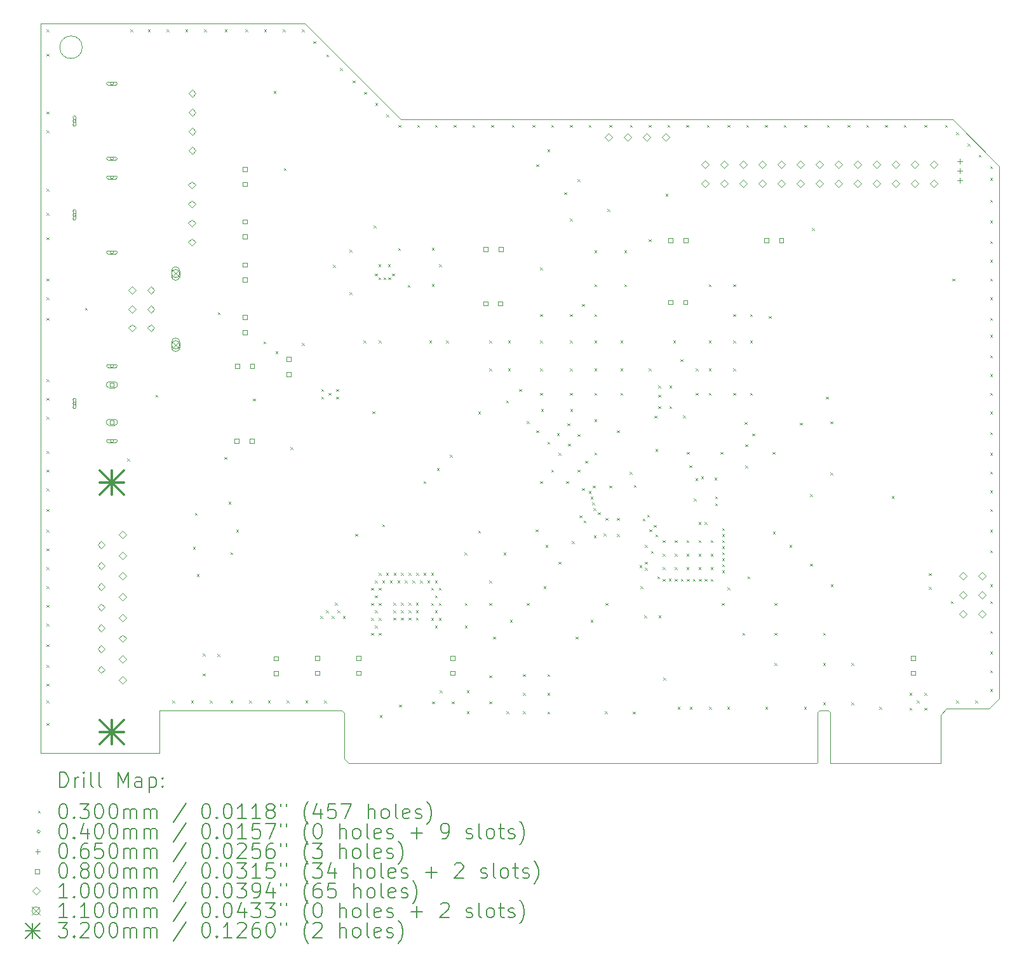
<source format=gbr>
%TF.GenerationSoftware,KiCad,Pcbnew,8.0.5-dirty*%
%TF.CreationDate,2024-12-06T18:35:34-08:00*%
%TF.ProjectId,sisyphus-pci,73697379-7068-4757-932d-7063692e6b69,rev?*%
%TF.SameCoordinates,Original*%
%TF.FileFunction,Drillmap*%
%TF.FilePolarity,Positive*%
%FSLAX45Y45*%
G04 Gerber Fmt 4.5, Leading zero omitted, Abs format (unit mm)*
G04 Created by KiCad (PCBNEW 8.0.5-dirty) date 2024-12-06 18:35:34*
%MOMM*%
%LPD*%
G01*
G04 APERTURE LIST*
%ADD10C,0.050000*%
%ADD11C,0.125000*%
%ADD12C,0.200000*%
%ADD13C,0.100000*%
%ADD14C,0.110000*%
%ADD15C,0.320000*%
G04 APERTURE END LIST*
D10*
X4510000Y-6450000D02*
G75*
G02*
X4210000Y-6450000I-150000J0D01*
G01*
X4210000Y-6450000D02*
G75*
G02*
X4510000Y-6450000I150000J0D01*
G01*
D11*
X8755000Y-7410000D02*
X16110000Y-7410000D01*
X16735000Y-8035000D01*
X16735000Y-15130000D01*
X16597500Y-15266500D01*
X16025000Y-15266500D01*
X15950000Y-15350500D01*
X15950000Y-16000000D01*
X14480000Y-16000000D01*
X14480000Y-15320227D01*
X14457777Y-15297500D01*
X14335273Y-15297500D01*
X14313000Y-15320185D01*
X14313000Y-15987000D01*
X14300000Y-16000000D01*
X8060000Y-16000000D01*
X8003000Y-15938378D01*
X8003000Y-15331500D01*
X7968000Y-15296500D01*
X5535000Y-15296500D01*
X5535000Y-15860000D01*
X3955000Y-15860000D01*
X3955000Y-6130000D01*
X7475000Y-6130000D01*
X8755000Y-7410000D01*
D12*
D13*
X4035000Y-6210000D02*
X4065000Y-6240000D01*
X4065000Y-6210000D02*
X4035000Y-6240000D01*
X4035000Y-6537500D02*
X4065000Y-6567500D01*
X4065000Y-6537500D02*
X4035000Y-6567500D01*
X4035000Y-7310000D02*
X4065000Y-7340000D01*
X4065000Y-7310000D02*
X4035000Y-7340000D01*
X4035000Y-7560000D02*
X4065000Y-7590000D01*
X4065000Y-7560000D02*
X4035000Y-7590000D01*
X4035000Y-8335000D02*
X4065000Y-8365000D01*
X4065000Y-8335000D02*
X4035000Y-8365000D01*
X4035000Y-8660000D02*
X4065000Y-8690000D01*
X4065000Y-8660000D02*
X4035000Y-8690000D01*
X4035000Y-8985000D02*
X4065000Y-9015000D01*
X4065000Y-8985000D02*
X4035000Y-9015000D01*
X4035000Y-9535000D02*
X4065000Y-9565000D01*
X4065000Y-9535000D02*
X4035000Y-9565000D01*
X4035000Y-9785000D02*
X4065000Y-9815000D01*
X4065000Y-9785000D02*
X4035000Y-9815000D01*
X4035000Y-10060000D02*
X4065000Y-10090000D01*
X4065000Y-10060000D02*
X4035000Y-10090000D01*
X4035000Y-10875000D02*
X4065000Y-10905000D01*
X4065000Y-10875000D02*
X4035000Y-10905000D01*
X4035000Y-11125000D02*
X4065000Y-11155000D01*
X4065000Y-11125000D02*
X4035000Y-11155000D01*
X4035000Y-11375000D02*
X4065000Y-11405000D01*
X4065000Y-11375000D02*
X4035000Y-11405000D01*
X4035000Y-11835000D02*
X4065000Y-11865000D01*
X4065000Y-11835000D02*
X4035000Y-11865000D01*
X4035000Y-12085000D02*
X4065000Y-12115000D01*
X4065000Y-12085000D02*
X4035000Y-12115000D01*
X4035000Y-12335000D02*
X4065000Y-12365000D01*
X4065000Y-12335000D02*
X4035000Y-12365000D01*
X4035000Y-12610000D02*
X4065000Y-12640000D01*
X4065000Y-12610000D02*
X4035000Y-12640000D01*
X4035000Y-12885000D02*
X4065000Y-12915000D01*
X4065000Y-12885000D02*
X4035000Y-12915000D01*
X4035000Y-13135000D02*
X4065000Y-13165000D01*
X4065000Y-13135000D02*
X4035000Y-13165000D01*
X4035000Y-13385000D02*
X4065000Y-13415000D01*
X4065000Y-13385000D02*
X4035000Y-13415000D01*
X4035000Y-13635000D02*
X4065000Y-13665000D01*
X4065000Y-13635000D02*
X4035000Y-13665000D01*
X4035000Y-13885000D02*
X4065000Y-13915000D01*
X4065000Y-13885000D02*
X4035000Y-13915000D01*
X4035000Y-14135000D02*
X4065000Y-14165000D01*
X4065000Y-14135000D02*
X4035000Y-14165000D01*
X4035000Y-14410000D02*
X4065000Y-14440000D01*
X4065000Y-14410000D02*
X4035000Y-14440000D01*
X4035000Y-14685000D02*
X4065000Y-14715000D01*
X4065000Y-14685000D02*
X4035000Y-14715000D01*
X4035000Y-14935000D02*
X4065000Y-14965000D01*
X4065000Y-14935000D02*
X4035000Y-14965000D01*
X4035000Y-15160000D02*
X4065000Y-15190000D01*
X4065000Y-15160000D02*
X4035000Y-15190000D01*
X4035000Y-15460000D02*
X4065000Y-15490000D01*
X4065000Y-15460000D02*
X4035000Y-15490000D01*
X4545000Y-9925000D02*
X4575000Y-9955000D01*
X4575000Y-9925000D02*
X4545000Y-9955000D01*
X5110000Y-11935000D02*
X5140000Y-11965000D01*
X5140000Y-11935000D02*
X5110000Y-11965000D01*
X5150000Y-6210000D02*
X5180000Y-6240000D01*
X5180000Y-6210000D02*
X5150000Y-6240000D01*
X5385000Y-6210000D02*
X5415000Y-6240000D01*
X5415000Y-6210000D02*
X5385000Y-6240000D01*
X5485000Y-11085000D02*
X5515000Y-11115000D01*
X5515000Y-11085000D02*
X5485000Y-11115000D01*
X5635000Y-6210000D02*
X5665000Y-6240000D01*
X5665000Y-6210000D02*
X5635000Y-6240000D01*
X5710000Y-15160000D02*
X5740000Y-15190000D01*
X5740000Y-15160000D02*
X5710000Y-15190000D01*
X5885000Y-6210000D02*
X5915000Y-6240000D01*
X5915000Y-6210000D02*
X5885000Y-6240000D01*
X5960000Y-15160000D02*
X5990000Y-15190000D01*
X5990000Y-15160000D02*
X5960000Y-15190000D01*
X5985000Y-13110000D02*
X6015000Y-13140000D01*
X6015000Y-13110000D02*
X5985000Y-13140000D01*
X6010000Y-12660000D02*
X6040000Y-12690000D01*
X6040000Y-12660000D02*
X6010000Y-12690000D01*
X6035000Y-13474000D02*
X6065000Y-13504000D01*
X6065000Y-13474000D02*
X6035000Y-13504000D01*
X6114536Y-14534641D02*
X6144536Y-14564641D01*
X6144536Y-14534641D02*
X6114536Y-14564641D01*
X6115000Y-14800000D02*
X6145000Y-14830000D01*
X6145000Y-14800000D02*
X6115000Y-14830000D01*
X6135000Y-6210000D02*
X6165000Y-6240000D01*
X6165000Y-6210000D02*
X6135000Y-6240000D01*
X6210000Y-15160000D02*
X6240000Y-15190000D01*
X6240000Y-15160000D02*
X6210000Y-15190000D01*
X6309000Y-14541000D02*
X6339000Y-14571000D01*
X6339000Y-14541000D02*
X6309000Y-14571000D01*
X6315000Y-9985000D02*
X6345000Y-10015000D01*
X6345000Y-9985000D02*
X6315000Y-10015000D01*
X6405000Y-11915000D02*
X6435000Y-11945000D01*
X6435000Y-11915000D02*
X6405000Y-11945000D01*
X6410000Y-6210000D02*
X6440000Y-6240000D01*
X6440000Y-6210000D02*
X6410000Y-6240000D01*
X6460000Y-12510000D02*
X6490000Y-12540000D01*
X6490000Y-12510000D02*
X6460000Y-12540000D01*
X6485000Y-13185000D02*
X6515000Y-13215000D01*
X6515000Y-13185000D02*
X6485000Y-13215000D01*
X6485000Y-15160000D02*
X6515000Y-15190000D01*
X6515000Y-15160000D02*
X6485000Y-15190000D01*
X6560000Y-12885000D02*
X6590000Y-12915000D01*
X6590000Y-12885000D02*
X6560000Y-12915000D01*
X6685000Y-6210000D02*
X6715000Y-6240000D01*
X6715000Y-6210000D02*
X6685000Y-6240000D01*
X6735000Y-15160000D02*
X6765000Y-15190000D01*
X6765000Y-15160000D02*
X6735000Y-15190000D01*
X6785000Y-11135000D02*
X6815000Y-11165000D01*
X6815000Y-11135000D02*
X6785000Y-11165000D01*
X6925000Y-10375000D02*
X6955000Y-10405000D01*
X6955000Y-10375000D02*
X6925000Y-10405000D01*
X6935000Y-6210000D02*
X6965000Y-6240000D01*
X6965000Y-6210000D02*
X6935000Y-6240000D01*
X6985000Y-15160000D02*
X7015000Y-15190000D01*
X7015000Y-15160000D02*
X6985000Y-15190000D01*
X7060000Y-7035000D02*
X7090000Y-7065000D01*
X7090000Y-7035000D02*
X7060000Y-7065000D01*
X7085000Y-10505000D02*
X7115000Y-10535000D01*
X7115000Y-10505000D02*
X7085000Y-10535000D01*
X7185000Y-6210000D02*
X7215000Y-6240000D01*
X7215000Y-6210000D02*
X7185000Y-6240000D01*
X7196250Y-8060000D02*
X7226250Y-8090000D01*
X7226250Y-8060000D02*
X7196250Y-8090000D01*
X7235000Y-15160000D02*
X7265000Y-15190000D01*
X7265000Y-15160000D02*
X7235000Y-15190000D01*
X7285000Y-11785000D02*
X7315000Y-11815000D01*
X7315000Y-11785000D02*
X7285000Y-11815000D01*
X7435000Y-6210000D02*
X7465000Y-6240000D01*
X7465000Y-6210000D02*
X7435000Y-6240000D01*
X7435000Y-10395000D02*
X7465000Y-10425000D01*
X7465000Y-10395000D02*
X7435000Y-10425000D01*
X7485000Y-15160000D02*
X7515000Y-15190000D01*
X7515000Y-15160000D02*
X7485000Y-15190000D01*
X7590000Y-6370000D02*
X7620000Y-6400000D01*
X7620000Y-6370000D02*
X7590000Y-6400000D01*
X7685000Y-14035000D02*
X7715000Y-14065000D01*
X7715000Y-14035000D02*
X7685000Y-14065000D01*
X7695000Y-11010000D02*
X7725000Y-11040000D01*
X7725000Y-11010000D02*
X7695000Y-11040000D01*
X7695000Y-11110000D02*
X7725000Y-11140000D01*
X7725000Y-11110000D02*
X7695000Y-11140000D01*
X7735000Y-15160000D02*
X7765000Y-15190000D01*
X7765000Y-15160000D02*
X7735000Y-15190000D01*
X7760000Y-13960000D02*
X7790000Y-13990000D01*
X7790000Y-13960000D02*
X7760000Y-13990000D01*
X7765000Y-6545000D02*
X7795000Y-6575000D01*
X7795000Y-6545000D02*
X7765000Y-6575000D01*
X7795000Y-11060000D02*
X7825000Y-11090000D01*
X7825000Y-11060000D02*
X7795000Y-11090000D01*
X7835000Y-14035000D02*
X7865000Y-14065000D01*
X7865000Y-14035000D02*
X7835000Y-14065000D01*
X7853750Y-9353125D02*
X7883750Y-9383125D01*
X7883750Y-9353125D02*
X7853750Y-9383125D01*
X7878500Y-13858500D02*
X7908500Y-13888500D01*
X7908500Y-13858500D02*
X7878500Y-13888500D01*
X7895000Y-11010000D02*
X7925000Y-11040000D01*
X7925000Y-11010000D02*
X7895000Y-11040000D01*
X7895000Y-11110000D02*
X7925000Y-11140000D01*
X7925000Y-11110000D02*
X7895000Y-11140000D01*
X7910000Y-13960000D02*
X7940000Y-13990000D01*
X7940000Y-13960000D02*
X7910000Y-13990000D01*
X7945000Y-6730000D02*
X7975000Y-6760000D01*
X7975000Y-6730000D02*
X7945000Y-6760000D01*
X7985000Y-14035000D02*
X8015000Y-14065000D01*
X8015000Y-14035000D02*
X7985000Y-14065000D01*
X8071250Y-9715625D02*
X8101250Y-9745625D01*
X8101250Y-9715625D02*
X8071250Y-9745625D01*
X8073750Y-9148125D02*
X8103750Y-9178125D01*
X8103750Y-9148125D02*
X8073750Y-9178125D01*
X8115000Y-6895000D02*
X8145000Y-6925000D01*
X8145000Y-6895000D02*
X8115000Y-6925000D01*
X8150000Y-12940000D02*
X8180000Y-12970000D01*
X8180000Y-12940000D02*
X8150000Y-12970000D01*
X8260000Y-10360000D02*
X8290000Y-10390000D01*
X8290000Y-10360000D02*
X8260000Y-10390000D01*
X8265000Y-7045000D02*
X8295000Y-7075000D01*
X8295000Y-7045000D02*
X8265000Y-7075000D01*
X8360000Y-13660000D02*
X8390000Y-13690000D01*
X8390000Y-13660000D02*
X8360000Y-13690000D01*
X8360000Y-13860000D02*
X8390000Y-13890000D01*
X8390000Y-13860000D02*
X8360000Y-13890000D01*
X8360000Y-14060000D02*
X8390000Y-14090000D01*
X8390000Y-14060000D02*
X8360000Y-14090000D01*
X8360000Y-14260000D02*
X8390000Y-14290000D01*
X8390000Y-14260000D02*
X8360000Y-14290000D01*
X8375000Y-11305000D02*
X8405000Y-11335000D01*
X8405000Y-11305000D02*
X8375000Y-11335000D01*
X8393750Y-8828125D02*
X8423750Y-8858125D01*
X8423750Y-8828125D02*
X8393750Y-8858125D01*
X8408750Y-9468125D02*
X8438750Y-9498125D01*
X8438750Y-9468125D02*
X8408750Y-9498125D01*
X8410000Y-13560000D02*
X8440000Y-13590000D01*
X8440000Y-13560000D02*
X8410000Y-13590000D01*
X8410000Y-13760000D02*
X8440000Y-13790000D01*
X8440000Y-13760000D02*
X8410000Y-13790000D01*
X8410000Y-13960000D02*
X8440000Y-13990000D01*
X8440000Y-13960000D02*
X8410000Y-13990000D01*
X8410000Y-14160000D02*
X8440000Y-14190000D01*
X8440000Y-14160000D02*
X8410000Y-14190000D01*
X8415000Y-7195000D02*
X8445000Y-7225000D01*
X8445000Y-7195000D02*
X8415000Y-7225000D01*
X8458750Y-9343125D02*
X8488750Y-9373125D01*
X8488750Y-9343125D02*
X8458750Y-9373125D01*
X8458750Y-9518125D02*
X8488750Y-9548125D01*
X8488750Y-9518125D02*
X8458750Y-9548125D01*
X8460000Y-10360000D02*
X8490000Y-10390000D01*
X8490000Y-10360000D02*
X8460000Y-10390000D01*
X8460000Y-13460000D02*
X8490000Y-13490000D01*
X8490000Y-13460000D02*
X8460000Y-13490000D01*
X8460000Y-13660000D02*
X8490000Y-13690000D01*
X8490000Y-13660000D02*
X8460000Y-13690000D01*
X8460000Y-13860000D02*
X8490000Y-13890000D01*
X8490000Y-13860000D02*
X8460000Y-13890000D01*
X8460000Y-14060000D02*
X8490000Y-14090000D01*
X8490000Y-14060000D02*
X8460000Y-14090000D01*
X8460000Y-14260000D02*
X8490000Y-14290000D01*
X8490000Y-14260000D02*
X8460000Y-14290000D01*
X8475000Y-15355000D02*
X8505000Y-15385000D01*
X8505000Y-15355000D02*
X8475000Y-15385000D01*
X8510000Y-12810000D02*
X8540000Y-12840000D01*
X8540000Y-12810000D02*
X8510000Y-12840000D01*
X8510000Y-13560000D02*
X8540000Y-13590000D01*
X8540000Y-13560000D02*
X8510000Y-13590000D01*
X8523750Y-9518125D02*
X8553750Y-9548125D01*
X8553750Y-9518125D02*
X8523750Y-9548125D01*
X8560000Y-13460000D02*
X8590000Y-13490000D01*
X8590000Y-13460000D02*
X8560000Y-13490000D01*
X8565000Y-7345000D02*
X8595000Y-7375000D01*
X8595000Y-7345000D02*
X8565000Y-7375000D01*
X8583750Y-9343125D02*
X8613750Y-9373125D01*
X8613750Y-9343125D02*
X8583750Y-9373125D01*
X8588750Y-9518125D02*
X8618750Y-9548125D01*
X8618750Y-9518125D02*
X8588750Y-9548125D01*
X8610000Y-13560000D02*
X8640000Y-13590000D01*
X8640000Y-13560000D02*
X8610000Y-13590000D01*
X8638750Y-9468125D02*
X8668750Y-9498125D01*
X8668750Y-9468125D02*
X8638750Y-9498125D01*
X8657500Y-13857500D02*
X8687500Y-13887500D01*
X8687500Y-13857500D02*
X8657500Y-13887500D01*
X8657500Y-13957500D02*
X8687500Y-13987500D01*
X8687500Y-13957500D02*
X8657500Y-13987500D01*
X8657500Y-14057500D02*
X8687500Y-14087500D01*
X8687500Y-14057500D02*
X8657500Y-14087500D01*
X8660000Y-13460000D02*
X8690000Y-13490000D01*
X8690000Y-13460000D02*
X8660000Y-13490000D01*
X8710000Y-13560000D02*
X8740000Y-13590000D01*
X8740000Y-13560000D02*
X8710000Y-13590000D01*
X8718750Y-9128125D02*
X8748750Y-9158125D01*
X8748750Y-9128125D02*
X8718750Y-9158125D01*
X8725000Y-7485000D02*
X8755000Y-7515000D01*
X8755000Y-7485000D02*
X8725000Y-7515000D01*
X8732000Y-15215000D02*
X8762000Y-15245000D01*
X8762000Y-15215000D02*
X8732000Y-15245000D01*
X8757500Y-13857500D02*
X8787500Y-13887500D01*
X8787500Y-13857500D02*
X8757500Y-13887500D01*
X8757500Y-13957500D02*
X8787500Y-13987500D01*
X8787500Y-13957500D02*
X8757500Y-13987500D01*
X8757500Y-14057500D02*
X8787500Y-14087500D01*
X8787500Y-14057500D02*
X8757500Y-14087500D01*
X8760000Y-13460000D02*
X8790000Y-13490000D01*
X8790000Y-13460000D02*
X8760000Y-13490000D01*
X8810000Y-13560000D02*
X8840000Y-13590000D01*
X8840000Y-13560000D02*
X8810000Y-13590000D01*
X8848750Y-9618125D02*
X8878750Y-9648125D01*
X8878750Y-9618125D02*
X8848750Y-9648125D01*
X8857500Y-13857500D02*
X8887500Y-13887500D01*
X8887500Y-13857500D02*
X8857500Y-13887500D01*
X8857500Y-13957500D02*
X8887500Y-13987500D01*
X8887500Y-13957500D02*
X8857500Y-13987500D01*
X8857500Y-14057500D02*
X8887500Y-14087500D01*
X8887500Y-14057500D02*
X8857500Y-14087500D01*
X8860000Y-13460000D02*
X8890000Y-13490000D01*
X8890000Y-13460000D02*
X8860000Y-13490000D01*
X8910000Y-13560000D02*
X8940000Y-13590000D01*
X8940000Y-13560000D02*
X8910000Y-13590000D01*
X8957500Y-13857500D02*
X8987500Y-13887500D01*
X8987500Y-13857500D02*
X8957500Y-13887500D01*
X8957500Y-13957500D02*
X8987500Y-13987500D01*
X8987500Y-13957500D02*
X8957500Y-13987500D01*
X8957500Y-14057500D02*
X8987500Y-14087500D01*
X8987500Y-14057500D02*
X8957500Y-14087500D01*
X8960000Y-13460000D02*
X8990000Y-13490000D01*
X8990000Y-13460000D02*
X8960000Y-13490000D01*
X8975000Y-7485000D02*
X9005000Y-7515000D01*
X9005000Y-7485000D02*
X8975000Y-7515000D01*
X9010000Y-13560000D02*
X9040000Y-13590000D01*
X9040000Y-13560000D02*
X9010000Y-13590000D01*
X9060000Y-12235000D02*
X9090000Y-12265000D01*
X9090000Y-12235000D02*
X9060000Y-12265000D01*
X9060000Y-13460000D02*
X9090000Y-13490000D01*
X9090000Y-13460000D02*
X9060000Y-13490000D01*
X9110000Y-13560000D02*
X9140000Y-13590000D01*
X9140000Y-13560000D02*
X9110000Y-13590000D01*
X9135000Y-10360000D02*
X9165000Y-10390000D01*
X9165000Y-10360000D02*
X9135000Y-10390000D01*
X9160000Y-13460000D02*
X9190000Y-13490000D01*
X9190000Y-13460000D02*
X9160000Y-13490000D01*
X9160000Y-13660000D02*
X9190000Y-13690000D01*
X9190000Y-13660000D02*
X9160000Y-13690000D01*
X9160000Y-13860000D02*
X9190000Y-13890000D01*
X9190000Y-13860000D02*
X9160000Y-13890000D01*
X9160000Y-14060000D02*
X9190000Y-14090000D01*
X9190000Y-14060000D02*
X9160000Y-14090000D01*
X9168750Y-9124375D02*
X9198750Y-9154375D01*
X9198750Y-9124375D02*
X9168750Y-9154375D01*
X9168750Y-9608125D02*
X9198750Y-9638125D01*
X9198750Y-9608125D02*
X9168750Y-9638125D01*
X9175000Y-15175000D02*
X9205000Y-15205000D01*
X9205000Y-15175000D02*
X9175000Y-15205000D01*
X9210000Y-7485000D02*
X9240000Y-7515000D01*
X9240000Y-7485000D02*
X9210000Y-7515000D01*
X9210000Y-13560000D02*
X9240000Y-13590000D01*
X9240000Y-13560000D02*
X9210000Y-13590000D01*
X9210000Y-13760000D02*
X9240000Y-13790000D01*
X9240000Y-13760000D02*
X9210000Y-13790000D01*
X9210000Y-13960000D02*
X9240000Y-13990000D01*
X9240000Y-13960000D02*
X9210000Y-13990000D01*
X9210000Y-14160000D02*
X9240000Y-14190000D01*
X9240000Y-14160000D02*
X9210000Y-14190000D01*
X9235000Y-12060000D02*
X9265000Y-12090000D01*
X9265000Y-12060000D02*
X9235000Y-12090000D01*
X9260000Y-13660000D02*
X9290000Y-13690000D01*
X9290000Y-13660000D02*
X9260000Y-13690000D01*
X9260000Y-13860000D02*
X9290000Y-13890000D01*
X9290000Y-13860000D02*
X9260000Y-13890000D01*
X9260000Y-14060000D02*
X9290000Y-14090000D01*
X9290000Y-14060000D02*
X9260000Y-14090000D01*
X9263750Y-9343125D02*
X9293750Y-9373125D01*
X9293750Y-9343125D02*
X9263750Y-9373125D01*
X9275000Y-15025000D02*
X9305000Y-15055000D01*
X9305000Y-15025000D02*
X9275000Y-15055000D01*
X9360000Y-10360000D02*
X9390000Y-10390000D01*
X9390000Y-10360000D02*
X9360000Y-10390000D01*
X9410000Y-11885000D02*
X9440000Y-11915000D01*
X9440000Y-11885000D02*
X9410000Y-11915000D01*
X9435000Y-15175000D02*
X9465000Y-15205000D01*
X9465000Y-15175000D02*
X9435000Y-15205000D01*
X9460000Y-7485000D02*
X9490000Y-7515000D01*
X9490000Y-7485000D02*
X9460000Y-7515000D01*
X9605000Y-13190000D02*
X9635000Y-13220000D01*
X9635000Y-13190000D02*
X9605000Y-13220000D01*
X9610000Y-13860000D02*
X9640000Y-13890000D01*
X9640000Y-13860000D02*
X9610000Y-13890000D01*
X9610000Y-14160000D02*
X9640000Y-14190000D01*
X9640000Y-14160000D02*
X9610000Y-14190000D01*
X9635000Y-15025000D02*
X9665000Y-15055000D01*
X9665000Y-15025000D02*
X9635000Y-15055000D01*
X9635000Y-15305000D02*
X9665000Y-15335000D01*
X9665000Y-15305000D02*
X9635000Y-15335000D01*
X9710000Y-7485000D02*
X9740000Y-7515000D01*
X9740000Y-7485000D02*
X9710000Y-7515000D01*
X9785000Y-11310000D02*
X9815000Y-11340000D01*
X9815000Y-11310000D02*
X9785000Y-11340000D01*
X9785000Y-12895000D02*
X9815000Y-12925000D01*
X9815000Y-12895000D02*
X9785000Y-12925000D01*
X9935000Y-10360000D02*
X9965000Y-10390000D01*
X9965000Y-10360000D02*
X9935000Y-10390000D01*
X9935000Y-10735000D02*
X9965000Y-10765000D01*
X9965000Y-10735000D02*
X9935000Y-10765000D01*
X9935000Y-13560000D02*
X9965000Y-13590000D01*
X9965000Y-13560000D02*
X9935000Y-13590000D01*
X9935000Y-13860000D02*
X9965000Y-13890000D01*
X9965000Y-13860000D02*
X9935000Y-13890000D01*
X9935000Y-14825000D02*
X9965000Y-14855000D01*
X9965000Y-14825000D02*
X9935000Y-14855000D01*
X9935000Y-15175000D02*
X9965000Y-15205000D01*
X9965000Y-15175000D02*
X9935000Y-15205000D01*
X9960000Y-7485000D02*
X9990000Y-7515000D01*
X9990000Y-7485000D02*
X9960000Y-7515000D01*
X9985000Y-14310000D02*
X10015000Y-14340000D01*
X10015000Y-14310000D02*
X9985000Y-14340000D01*
X10125000Y-13190000D02*
X10155000Y-13220000D01*
X10155000Y-13190000D02*
X10125000Y-13220000D01*
X10160000Y-11160000D02*
X10190000Y-11190000D01*
X10190000Y-11160000D02*
X10160000Y-11190000D01*
X10165000Y-15305000D02*
X10195000Y-15335000D01*
X10195000Y-15305000D02*
X10165000Y-15335000D01*
X10185000Y-10360000D02*
X10215000Y-10390000D01*
X10215000Y-10360000D02*
X10185000Y-10390000D01*
X10185000Y-10735000D02*
X10215000Y-10765000D01*
X10215000Y-10735000D02*
X10185000Y-10765000D01*
X10210000Y-14085000D02*
X10240000Y-14115000D01*
X10240000Y-14085000D02*
X10210000Y-14115000D01*
X10235000Y-7485000D02*
X10265000Y-7515000D01*
X10265000Y-7485000D02*
X10235000Y-7515000D01*
X10335000Y-11010000D02*
X10365000Y-11040000D01*
X10365000Y-11010000D02*
X10335000Y-11040000D01*
X10385000Y-14810000D02*
X10415000Y-14840000D01*
X10415000Y-14810000D02*
X10385000Y-14840000D01*
X10385000Y-15060000D02*
X10415000Y-15090000D01*
X10415000Y-15060000D02*
X10385000Y-15090000D01*
X10385000Y-15305000D02*
X10415000Y-15335000D01*
X10415000Y-15305000D02*
X10385000Y-15335000D01*
X10435000Y-11435000D02*
X10465000Y-11465000D01*
X10465000Y-11435000D02*
X10435000Y-11465000D01*
X10435000Y-13860000D02*
X10465000Y-13890000D01*
X10465000Y-13860000D02*
X10435000Y-13890000D01*
X10510000Y-7485000D02*
X10540000Y-7515000D01*
X10540000Y-7485000D02*
X10510000Y-7515000D01*
X10553750Y-12878750D02*
X10583750Y-12908750D01*
X10583750Y-12878750D02*
X10553750Y-12908750D01*
X10560000Y-8010000D02*
X10590000Y-8040000D01*
X10590000Y-8010000D02*
X10560000Y-8040000D01*
X10560000Y-11560000D02*
X10590000Y-11590000D01*
X10590000Y-11560000D02*
X10560000Y-11590000D01*
X10610000Y-9385000D02*
X10640000Y-9415000D01*
X10640000Y-9385000D02*
X10610000Y-9415000D01*
X10610000Y-10010000D02*
X10640000Y-10040000D01*
X10640000Y-10010000D02*
X10610000Y-10040000D01*
X10610000Y-10360000D02*
X10640000Y-10390000D01*
X10640000Y-10360000D02*
X10610000Y-10390000D01*
X10610000Y-10735000D02*
X10640000Y-10765000D01*
X10640000Y-10735000D02*
X10610000Y-10765000D01*
X10610000Y-11060000D02*
X10640000Y-11090000D01*
X10640000Y-11060000D02*
X10610000Y-11090000D01*
X10610000Y-12235000D02*
X10640000Y-12265000D01*
X10640000Y-12235000D02*
X10610000Y-12265000D01*
X10625000Y-11275000D02*
X10655000Y-11305000D01*
X10655000Y-11275000D02*
X10625000Y-11305000D01*
X10660000Y-13635000D02*
X10690000Y-13665000D01*
X10690000Y-13635000D02*
X10660000Y-13665000D01*
X10685000Y-13085000D02*
X10715000Y-13115000D01*
X10715000Y-13085000D02*
X10685000Y-13115000D01*
X10710000Y-7810000D02*
X10740000Y-7840000D01*
X10740000Y-7810000D02*
X10710000Y-7840000D01*
X10710000Y-11710000D02*
X10740000Y-11740000D01*
X10740000Y-11710000D02*
X10710000Y-11740000D01*
X10710000Y-14810000D02*
X10740000Y-14840000D01*
X10740000Y-14810000D02*
X10710000Y-14840000D01*
X10710000Y-15060000D02*
X10740000Y-15090000D01*
X10740000Y-15060000D02*
X10710000Y-15090000D01*
X10710000Y-15310000D02*
X10740000Y-15340000D01*
X10740000Y-15310000D02*
X10710000Y-15340000D01*
X10760000Y-7485000D02*
X10790000Y-7515000D01*
X10790000Y-7485000D02*
X10760000Y-7515000D01*
X10760000Y-12085000D02*
X10790000Y-12115000D01*
X10790000Y-12085000D02*
X10760000Y-12115000D01*
X10835000Y-11595000D02*
X10865000Y-11625000D01*
X10865000Y-11595000D02*
X10835000Y-11625000D01*
X10857500Y-13312500D02*
X10887500Y-13342500D01*
X10887500Y-13312500D02*
X10857500Y-13342500D01*
X10860000Y-11860000D02*
X10890000Y-11890000D01*
X10890000Y-11860000D02*
X10860000Y-11890000D01*
X10935000Y-8385000D02*
X10965000Y-8415000D01*
X10965000Y-8385000D02*
X10935000Y-8415000D01*
X10960000Y-12235000D02*
X10990000Y-12265000D01*
X10990000Y-12235000D02*
X10960000Y-12265000D01*
X10975000Y-11465000D02*
X11005000Y-11495000D01*
X11005000Y-11465000D02*
X10975000Y-11495000D01*
X10985000Y-11735000D02*
X11015000Y-11765000D01*
X11015000Y-11735000D02*
X10985000Y-11765000D01*
X11010000Y-7485000D02*
X11040000Y-7515000D01*
X11040000Y-7485000D02*
X11010000Y-7515000D01*
X11010000Y-8735000D02*
X11040000Y-8765000D01*
X11040000Y-8735000D02*
X11010000Y-8765000D01*
X11010000Y-10010000D02*
X11040000Y-10040000D01*
X11040000Y-10010000D02*
X11010000Y-10040000D01*
X11010000Y-10360000D02*
X11040000Y-10390000D01*
X11040000Y-10360000D02*
X11010000Y-10390000D01*
X11010000Y-10735000D02*
X11040000Y-10765000D01*
X11040000Y-10735000D02*
X11010000Y-10765000D01*
X11010000Y-11060000D02*
X11040000Y-11090000D01*
X11040000Y-11060000D02*
X11010000Y-11090000D01*
X11015000Y-11275000D02*
X11045000Y-11305000D01*
X11045000Y-11275000D02*
X11015000Y-11305000D01*
X11035000Y-13035000D02*
X11065000Y-13065000D01*
X11065000Y-13035000D02*
X11035000Y-13065000D01*
X11085000Y-14310000D02*
X11115000Y-14340000D01*
X11115000Y-14310000D02*
X11085000Y-14340000D01*
X11110000Y-8210000D02*
X11140000Y-8240000D01*
X11140000Y-8210000D02*
X11110000Y-8240000D01*
X11110000Y-11610000D02*
X11140000Y-11640000D01*
X11140000Y-11610000D02*
X11110000Y-11640000D01*
X11110000Y-12085000D02*
X11140000Y-12115000D01*
X11140000Y-12085000D02*
X11110000Y-12115000D01*
X11137773Y-12692227D02*
X11167773Y-12722227D01*
X11167773Y-12692227D02*
X11137773Y-12722227D01*
X11170000Y-12327573D02*
X11200000Y-12357573D01*
X11200000Y-12327573D02*
X11170000Y-12357573D01*
X11172500Y-9875000D02*
X11202500Y-9905000D01*
X11202500Y-9875000D02*
X11172500Y-9905000D01*
X11190887Y-12759500D02*
X11220887Y-12789500D01*
X11220887Y-12759500D02*
X11190887Y-12789500D01*
X11215000Y-11965000D02*
X11245000Y-11995000D01*
X11245000Y-11965000D02*
X11215000Y-11995000D01*
X11259598Y-12366321D02*
X11289598Y-12396321D01*
X11289598Y-12366321D02*
X11259598Y-12396321D01*
X11260000Y-7485000D02*
X11290000Y-7515000D01*
X11290000Y-7485000D02*
X11260000Y-7515000D01*
X11284027Y-12442500D02*
X11314027Y-12472500D01*
X11314027Y-12442500D02*
X11284027Y-12472500D01*
X11285000Y-14085000D02*
X11315000Y-14115000D01*
X11315000Y-14085000D02*
X11285000Y-14115000D01*
X11304732Y-12519774D02*
X11334732Y-12549774D01*
X11334732Y-12519774D02*
X11304732Y-12549774D01*
X11315000Y-12295000D02*
X11345000Y-12325000D01*
X11345000Y-12295000D02*
X11315000Y-12325000D01*
X11325122Y-12597132D02*
X11355122Y-12627132D01*
X11355122Y-12597132D02*
X11325122Y-12627132D01*
X11327500Y-12960000D02*
X11357500Y-12990000D01*
X11357500Y-12960000D02*
X11327500Y-12990000D01*
X11335000Y-9160000D02*
X11365000Y-9190000D01*
X11365000Y-9160000D02*
X11335000Y-9190000D01*
X11335000Y-9610000D02*
X11365000Y-9640000D01*
X11365000Y-9610000D02*
X11335000Y-9640000D01*
X11335000Y-10010000D02*
X11365000Y-10040000D01*
X11365000Y-10010000D02*
X11335000Y-10040000D01*
X11335000Y-10360000D02*
X11365000Y-10390000D01*
X11365000Y-10360000D02*
X11335000Y-10390000D01*
X11335000Y-10735000D02*
X11365000Y-10765000D01*
X11365000Y-10735000D02*
X11335000Y-10765000D01*
X11335000Y-11060000D02*
X11365000Y-11090000D01*
X11365000Y-11060000D02*
X11335000Y-11090000D01*
X11335000Y-11410000D02*
X11365000Y-11440000D01*
X11365000Y-11410000D02*
X11335000Y-11440000D01*
X11335000Y-11855000D02*
X11365000Y-11885000D01*
X11365000Y-11855000D02*
X11335000Y-11885000D01*
X11383341Y-12652000D02*
X11413341Y-12682000D01*
X11413341Y-12652000D02*
X11383341Y-12682000D01*
X11460000Y-12935000D02*
X11490000Y-12965000D01*
X11490000Y-12935000D02*
X11460000Y-12965000D01*
X11475000Y-15305000D02*
X11505000Y-15335000D01*
X11505000Y-15305000D02*
X11475000Y-15335000D01*
X11485000Y-12725000D02*
X11515000Y-12755000D01*
X11515000Y-12725000D02*
X11485000Y-12755000D01*
X11485000Y-13860000D02*
X11515000Y-13890000D01*
X11515000Y-13860000D02*
X11485000Y-13890000D01*
X11510000Y-8610000D02*
X11540000Y-8640000D01*
X11540000Y-8610000D02*
X11510000Y-8640000D01*
X11535000Y-7485000D02*
X11565000Y-7515000D01*
X11565000Y-7485000D02*
X11535000Y-7515000D01*
X11535000Y-12295000D02*
X11565000Y-12325000D01*
X11565000Y-12295000D02*
X11535000Y-12325000D01*
X11635000Y-11560000D02*
X11665000Y-11590000D01*
X11665000Y-11560000D02*
X11635000Y-11590000D01*
X11635000Y-12725902D02*
X11665000Y-12755902D01*
X11665000Y-12725902D02*
X11635000Y-12755902D01*
X11637500Y-12942500D02*
X11667500Y-12972500D01*
X11667500Y-12942500D02*
X11637500Y-12972500D01*
X11685000Y-10360000D02*
X11715000Y-10390000D01*
X11715000Y-10360000D02*
X11685000Y-10390000D01*
X11685000Y-10735000D02*
X11715000Y-10765000D01*
X11715000Y-10735000D02*
X11685000Y-10765000D01*
X11685000Y-11060000D02*
X11715000Y-11090000D01*
X11715000Y-11060000D02*
X11685000Y-11090000D01*
X11735000Y-9160000D02*
X11765000Y-9190000D01*
X11765000Y-9160000D02*
X11735000Y-9190000D01*
X11735000Y-9610000D02*
X11765000Y-9640000D01*
X11765000Y-9610000D02*
X11735000Y-9640000D01*
X11805000Y-12115000D02*
X11835000Y-12145000D01*
X11835000Y-12115000D02*
X11805000Y-12145000D01*
X11810000Y-7485000D02*
X11840000Y-7515000D01*
X11840000Y-7485000D02*
X11810000Y-7515000D01*
X11850000Y-15310000D02*
X11880000Y-15340000D01*
X11880000Y-15310000D02*
X11850000Y-15340000D01*
X11860000Y-12285000D02*
X11890000Y-12315000D01*
X11890000Y-12285000D02*
X11860000Y-12315000D01*
X11936203Y-13355886D02*
X11966203Y-13385886D01*
X11966203Y-13355886D02*
X11936203Y-13385886D01*
X11951250Y-13638750D02*
X11981250Y-13668750D01*
X11981250Y-13638750D02*
X11951250Y-13668750D01*
X11978298Y-12735945D02*
X12008298Y-12765945D01*
X12008298Y-12735945D02*
X11978298Y-12765945D01*
X12000000Y-14025000D02*
X12030000Y-14055000D01*
X12030000Y-14025000D02*
X12000000Y-14055000D01*
X12010000Y-13085000D02*
X12040000Y-13115000D01*
X12040000Y-13085000D02*
X12010000Y-13115000D01*
X12010000Y-13310000D02*
X12040000Y-13340000D01*
X12040000Y-13310000D02*
X12010000Y-13340000D01*
X12010000Y-13390000D02*
X12040000Y-13420000D01*
X12040000Y-13390000D02*
X12010000Y-13420000D01*
X12038298Y-12682808D02*
X12068298Y-12712808D01*
X12068298Y-12682808D02*
X12038298Y-12712808D01*
X12060000Y-7485000D02*
X12090000Y-7515000D01*
X12090000Y-7485000D02*
X12060000Y-7515000D01*
X12060000Y-9010000D02*
X12090000Y-9040000D01*
X12090000Y-9010000D02*
X12060000Y-9040000D01*
X12060000Y-10735000D02*
X12090000Y-10765000D01*
X12090000Y-10735000D02*
X12060000Y-10765000D01*
X12069626Y-12881186D02*
X12099626Y-12911186D01*
X12099626Y-12881186D02*
X12069626Y-12911186D01*
X12091569Y-13166569D02*
X12121569Y-13196569D01*
X12121569Y-13166569D02*
X12091569Y-13196569D01*
X12126194Y-12821186D02*
X12156194Y-12851186D01*
X12156194Y-12821186D02*
X12126194Y-12851186D01*
X12137500Y-11362500D02*
X12167500Y-11392500D01*
X12167500Y-11362500D02*
X12137500Y-11392500D01*
X12147500Y-11807001D02*
X12177500Y-11837001D01*
X12177500Y-11807001D02*
X12147500Y-11837001D01*
X12147500Y-12947500D02*
X12177500Y-12977500D01*
X12177500Y-12947500D02*
X12147500Y-12977500D01*
X12173738Y-13504528D02*
X12203738Y-13534528D01*
X12203738Y-13504528D02*
X12173738Y-13534528D01*
X12185000Y-10960000D02*
X12215000Y-10990000D01*
X12215000Y-10960000D02*
X12185000Y-10990000D01*
X12185000Y-11085000D02*
X12215000Y-11115000D01*
X12215000Y-11085000D02*
X12185000Y-11115000D01*
X12185000Y-11235000D02*
X12215000Y-11265000D01*
X12215000Y-11235000D02*
X12185000Y-11265000D01*
X12190000Y-14025000D02*
X12220000Y-14055000D01*
X12220000Y-14025000D02*
X12190000Y-14055000D01*
X12245000Y-13025000D02*
X12275000Y-13055000D01*
X12275000Y-13025000D02*
X12245000Y-13055000D01*
X12245000Y-13205000D02*
X12275000Y-13235000D01*
X12275000Y-13205000D02*
X12245000Y-13235000D01*
X12245000Y-13385000D02*
X12275000Y-13415000D01*
X12275000Y-13385000D02*
X12245000Y-13415000D01*
X12245695Y-13539488D02*
X12275695Y-13569488D01*
X12275695Y-13539488D02*
X12245695Y-13569488D01*
X12255000Y-14855000D02*
X12285000Y-14885000D01*
X12285000Y-14855000D02*
X12255000Y-14885000D01*
X12285000Y-8405000D02*
X12315000Y-8435000D01*
X12315000Y-8405000D02*
X12285000Y-8435000D01*
X12310000Y-7485000D02*
X12340000Y-7515000D01*
X12340000Y-7485000D02*
X12310000Y-7515000D01*
X12325670Y-13537483D02*
X12355670Y-13567483D01*
X12355670Y-13537483D02*
X12325670Y-13567483D01*
X12335000Y-10960000D02*
X12365000Y-10990000D01*
X12365000Y-10960000D02*
X12335000Y-10990000D01*
X12335000Y-11235000D02*
X12365000Y-11265000D01*
X12365000Y-11235000D02*
X12335000Y-11265000D01*
X12385000Y-10360000D02*
X12415000Y-10390000D01*
X12415000Y-10360000D02*
X12385000Y-10390000D01*
X12405000Y-13025000D02*
X12435000Y-13055000D01*
X12435000Y-13025000D02*
X12405000Y-13055000D01*
X12405000Y-13205000D02*
X12435000Y-13235000D01*
X12435000Y-13205000D02*
X12405000Y-13235000D01*
X12405000Y-13385000D02*
X12435000Y-13415000D01*
X12435000Y-13385000D02*
X12405000Y-13415000D01*
X12406698Y-13538781D02*
X12436698Y-13568781D01*
X12436698Y-13538781D02*
X12406698Y-13568781D01*
X12445000Y-15245000D02*
X12475000Y-15275000D01*
X12475000Y-15245000D02*
X12445000Y-15275000D01*
X12485000Y-10610000D02*
X12515000Y-10640000D01*
X12515000Y-10610000D02*
X12485000Y-10640000D01*
X12486698Y-13538781D02*
X12516698Y-13568781D01*
X12516698Y-13538781D02*
X12486698Y-13568781D01*
X12515000Y-11357500D02*
X12545000Y-11387500D01*
X12545000Y-11357500D02*
X12515000Y-11387500D01*
X12560000Y-7485000D02*
X12590000Y-7515000D01*
X12590000Y-7485000D02*
X12560000Y-7515000D01*
X12565000Y-13025000D02*
X12595000Y-13055000D01*
X12595000Y-13025000D02*
X12565000Y-13055000D01*
X12565000Y-13205000D02*
X12595000Y-13235000D01*
X12595000Y-13205000D02*
X12565000Y-13235000D01*
X12565000Y-13385000D02*
X12595000Y-13415000D01*
X12595000Y-13385000D02*
X12565000Y-13415000D01*
X12566699Y-13538781D02*
X12596699Y-13568781D01*
X12596699Y-13538781D02*
X12566699Y-13568781D01*
X12567500Y-11845000D02*
X12597500Y-11875000D01*
X12597500Y-11845000D02*
X12567500Y-11875000D01*
X12600000Y-12025000D02*
X12630000Y-12055000D01*
X12630000Y-12025000D02*
X12600000Y-12055000D01*
X12605000Y-15245000D02*
X12635000Y-15275000D01*
X12635000Y-15245000D02*
X12605000Y-15275000D01*
X12646699Y-13538781D02*
X12676699Y-13568781D01*
X12676699Y-13538781D02*
X12646699Y-13568781D01*
X12660397Y-12470397D02*
X12690397Y-12500397D01*
X12690397Y-12470397D02*
X12660397Y-12500397D01*
X12682709Y-12198380D02*
X12712709Y-12228380D01*
X12712709Y-12198380D02*
X12682709Y-12228380D01*
X12685000Y-10735000D02*
X12715000Y-10765000D01*
X12715000Y-10735000D02*
X12685000Y-10765000D01*
X12685000Y-11060000D02*
X12715000Y-11090000D01*
X12715000Y-11060000D02*
X12685000Y-11090000D01*
X12725000Y-12781186D02*
X12755000Y-12811186D01*
X12755000Y-12781186D02*
X12725000Y-12811186D01*
X12725000Y-13025000D02*
X12755000Y-13055000D01*
X12755000Y-13025000D02*
X12725000Y-13055000D01*
X12725000Y-13205000D02*
X12755000Y-13235000D01*
X12755000Y-13205000D02*
X12725000Y-13235000D01*
X12725000Y-13385000D02*
X12755000Y-13415000D01*
X12755000Y-13385000D02*
X12725000Y-13415000D01*
X12726699Y-13538780D02*
X12756699Y-13568780D01*
X12756699Y-13538780D02*
X12726699Y-13568780D01*
X12757950Y-12171199D02*
X12787950Y-12201199D01*
X12787950Y-12171199D02*
X12757950Y-12201199D01*
X12805000Y-12781186D02*
X12835000Y-12811186D01*
X12835000Y-12781186D02*
X12805000Y-12811186D01*
X12806699Y-13538780D02*
X12836699Y-13568780D01*
X12836699Y-13538780D02*
X12806699Y-13568780D01*
X12835000Y-7485000D02*
X12865000Y-7515000D01*
X12865000Y-7485000D02*
X12835000Y-7515000D01*
X12860000Y-9610000D02*
X12890000Y-9640000D01*
X12890000Y-9610000D02*
X12860000Y-9640000D01*
X12860000Y-10360000D02*
X12890000Y-10390000D01*
X12890000Y-10360000D02*
X12860000Y-10390000D01*
X12860000Y-10735000D02*
X12890000Y-10765000D01*
X12890000Y-10735000D02*
X12860000Y-10765000D01*
X12860000Y-11060000D02*
X12890000Y-11090000D01*
X12890000Y-11060000D02*
X12860000Y-11090000D01*
X12865000Y-15246000D02*
X12895000Y-15276000D01*
X12895000Y-15246000D02*
X12865000Y-15276000D01*
X12885000Y-13025000D02*
X12915000Y-13055000D01*
X12915000Y-13025000D02*
X12885000Y-13055000D01*
X12885000Y-13205000D02*
X12915000Y-13235000D01*
X12915000Y-13205000D02*
X12885000Y-13235000D01*
X12885000Y-13385000D02*
X12915000Y-13415000D01*
X12915000Y-13385000D02*
X12885000Y-13415000D01*
X12886699Y-13538780D02*
X12916699Y-13568780D01*
X12916699Y-13538780D02*
X12886699Y-13568780D01*
X12934693Y-12190000D02*
X12964693Y-12220000D01*
X12964693Y-12190000D02*
X12934693Y-12220000D01*
X12943982Y-12533982D02*
X12973982Y-12563982D01*
X12973982Y-12533982D02*
X12943982Y-12563982D01*
X12945000Y-12438990D02*
X12975000Y-12468990D01*
X12975000Y-12438990D02*
X12945000Y-12468990D01*
X13015000Y-11845000D02*
X13045000Y-11875000D01*
X13045000Y-11845000D02*
X13015000Y-11875000D01*
X13035000Y-13860000D02*
X13065000Y-13890000D01*
X13065000Y-13860000D02*
X13035000Y-13890000D01*
X13038375Y-13344297D02*
X13068375Y-13374297D01*
X13068375Y-13344297D02*
X13038375Y-13374297D01*
X13039414Y-12864203D02*
X13069414Y-12894203D01*
X13069414Y-12864203D02*
X13039414Y-12894203D01*
X13039414Y-12944203D02*
X13069414Y-12974203D01*
X13069414Y-12944203D02*
X13039414Y-12974203D01*
X13039424Y-13024217D02*
X13069424Y-13054217D01*
X13069424Y-13024217D02*
X13039424Y-13054217D01*
X13039488Y-13104305D02*
X13069488Y-13134305D01*
X13069488Y-13104305D02*
X13039488Y-13134305D01*
X13039488Y-13184305D02*
X13069488Y-13214305D01*
X13069488Y-13184305D02*
X13039488Y-13214305D01*
X13039488Y-13264305D02*
X13069488Y-13294305D01*
X13069488Y-13264305D02*
X13039488Y-13294305D01*
X13039488Y-13424305D02*
X13069488Y-13454305D01*
X13069488Y-13424305D02*
X13039488Y-13454305D01*
X13105000Y-15245000D02*
X13135000Y-15275000D01*
X13135000Y-15245000D02*
X13105000Y-15275000D01*
X13110000Y-7485000D02*
X13140000Y-7515000D01*
X13140000Y-7485000D02*
X13110000Y-7515000D01*
X13110000Y-13655000D02*
X13140000Y-13685000D01*
X13140000Y-13655000D02*
X13110000Y-13685000D01*
X13185000Y-9610000D02*
X13215000Y-9640000D01*
X13215000Y-9610000D02*
X13185000Y-9640000D01*
X13185000Y-10010000D02*
X13215000Y-10040000D01*
X13215000Y-10010000D02*
X13185000Y-10040000D01*
X13185000Y-10360000D02*
X13215000Y-10390000D01*
X13215000Y-10360000D02*
X13185000Y-10390000D01*
X13185000Y-10735000D02*
X13215000Y-10765000D01*
X13215000Y-10735000D02*
X13185000Y-10765000D01*
X13185000Y-11060000D02*
X13215000Y-11090000D01*
X13215000Y-11060000D02*
X13185000Y-11090000D01*
X13310000Y-14260000D02*
X13340000Y-14290000D01*
X13340000Y-14260000D02*
X13310000Y-14290000D01*
X13340000Y-11450000D02*
X13370000Y-11480000D01*
X13370000Y-11450000D02*
X13340000Y-11480000D01*
X13345000Y-11745000D02*
X13375000Y-11775000D01*
X13375000Y-11745000D02*
X13345000Y-11775000D01*
X13345000Y-12030000D02*
X13375000Y-12060000D01*
X13375000Y-12030000D02*
X13345000Y-12060000D01*
X13360000Y-7485000D02*
X13390000Y-7515000D01*
X13390000Y-7485000D02*
X13360000Y-7515000D01*
X13375000Y-13505000D02*
X13405000Y-13535000D01*
X13405000Y-13505000D02*
X13375000Y-13535000D01*
X13410000Y-10010000D02*
X13440000Y-10040000D01*
X13440000Y-10010000D02*
X13410000Y-10040000D01*
X13410000Y-10360000D02*
X13440000Y-10390000D01*
X13440000Y-10360000D02*
X13410000Y-10390000D01*
X13410000Y-11060000D02*
X13440000Y-11090000D01*
X13440000Y-11060000D02*
X13410000Y-11090000D01*
X13440000Y-11600000D02*
X13470000Y-11630000D01*
X13470000Y-11600000D02*
X13440000Y-11630000D01*
X13610000Y-7485000D02*
X13640000Y-7515000D01*
X13640000Y-7485000D02*
X13610000Y-7515000D01*
X13615000Y-15245000D02*
X13645000Y-15275000D01*
X13645000Y-15245000D02*
X13615000Y-15275000D01*
X13660000Y-10035000D02*
X13690000Y-10065000D01*
X13690000Y-10035000D02*
X13660000Y-10065000D01*
X13710000Y-11845000D02*
X13740000Y-11875000D01*
X13740000Y-11845000D02*
X13710000Y-11875000D01*
X13715000Y-12910000D02*
X13745000Y-12940000D01*
X13745000Y-12910000D02*
X13715000Y-12940000D01*
X13735000Y-13860000D02*
X13765000Y-13890000D01*
X13765000Y-13860000D02*
X13735000Y-13890000D01*
X13735000Y-14260000D02*
X13765000Y-14290000D01*
X13765000Y-14260000D02*
X13735000Y-14290000D01*
X13735000Y-14660000D02*
X13765000Y-14690000D01*
X13765000Y-14660000D02*
X13735000Y-14690000D01*
X13860000Y-7485000D02*
X13890000Y-7515000D01*
X13890000Y-7485000D02*
X13860000Y-7515000D01*
X13935000Y-13085000D02*
X13965000Y-13115000D01*
X13965000Y-13085000D02*
X13935000Y-13115000D01*
X14075000Y-11455000D02*
X14105000Y-11485000D01*
X14105000Y-11455000D02*
X14075000Y-11485000D01*
X14130000Y-15245000D02*
X14160000Y-15275000D01*
X14160000Y-15245000D02*
X14130000Y-15275000D01*
X14135000Y-7485000D02*
X14165000Y-7515000D01*
X14165000Y-7485000D02*
X14135000Y-7515000D01*
X14210000Y-12410000D02*
X14240000Y-12440000D01*
X14240000Y-12410000D02*
X14210000Y-12440000D01*
X14210000Y-13335000D02*
X14240000Y-13365000D01*
X14240000Y-13335000D02*
X14210000Y-13365000D01*
X14235000Y-8860000D02*
X14265000Y-8890000D01*
X14265000Y-8860000D02*
X14235000Y-8890000D01*
X14385000Y-14260000D02*
X14415000Y-14290000D01*
X14415000Y-14260000D02*
X14385000Y-14290000D01*
X14385000Y-14660000D02*
X14415000Y-14690000D01*
X14415000Y-14660000D02*
X14385000Y-14690000D01*
X14385000Y-15185000D02*
X14415000Y-15215000D01*
X14415000Y-15185000D02*
X14385000Y-15215000D01*
X14420000Y-11110000D02*
X14450000Y-11140000D01*
X14450000Y-11110000D02*
X14420000Y-11140000D01*
X14435000Y-7485000D02*
X14465000Y-7515000D01*
X14465000Y-7485000D02*
X14435000Y-7515000D01*
X14480000Y-11440000D02*
X14510000Y-11470000D01*
X14510000Y-11440000D02*
X14480000Y-11470000D01*
X14480000Y-12120000D02*
X14510000Y-12150000D01*
X14510000Y-12120000D02*
X14480000Y-12150000D01*
X14485000Y-13610000D02*
X14515000Y-13640000D01*
X14515000Y-13610000D02*
X14485000Y-13640000D01*
X14710000Y-7485000D02*
X14740000Y-7515000D01*
X14740000Y-7485000D02*
X14710000Y-7515000D01*
X14760000Y-14660000D02*
X14790000Y-14690000D01*
X14790000Y-14660000D02*
X14760000Y-14690000D01*
X14760000Y-15185000D02*
X14790000Y-15215000D01*
X14790000Y-15185000D02*
X14760000Y-15215000D01*
X14960000Y-7485000D02*
X14990000Y-7515000D01*
X14990000Y-7485000D02*
X14960000Y-7515000D01*
X15135000Y-15245000D02*
X15165000Y-15275000D01*
X15165000Y-15245000D02*
X15135000Y-15275000D01*
X15210000Y-7485000D02*
X15240000Y-7515000D01*
X15240000Y-7485000D02*
X15210000Y-7515000D01*
X15297500Y-12435000D02*
X15327500Y-12465000D01*
X15327500Y-12435000D02*
X15297500Y-12465000D01*
X15460000Y-7485000D02*
X15490000Y-7515000D01*
X15490000Y-7485000D02*
X15460000Y-7515000D01*
X15535000Y-15060000D02*
X15565000Y-15090000D01*
X15565000Y-15060000D02*
X15535000Y-15090000D01*
X15535000Y-15260000D02*
X15565000Y-15290000D01*
X15565000Y-15260000D02*
X15535000Y-15290000D01*
X15635000Y-15160000D02*
X15665000Y-15190000D01*
X15665000Y-15160000D02*
X15635000Y-15190000D01*
X15735000Y-7485000D02*
X15765000Y-7515000D01*
X15765000Y-7485000D02*
X15735000Y-7515000D01*
X15735000Y-15060000D02*
X15765000Y-15090000D01*
X15765000Y-15060000D02*
X15735000Y-15090000D01*
X15735000Y-15260000D02*
X15765000Y-15290000D01*
X15765000Y-15260000D02*
X15735000Y-15290000D01*
X15795000Y-13465000D02*
X15825000Y-13495000D01*
X15825000Y-13465000D02*
X15795000Y-13495000D01*
X15795000Y-13645000D02*
X15825000Y-13675000D01*
X15825000Y-13645000D02*
X15795000Y-13675000D01*
X16010000Y-7485000D02*
X16040000Y-7515000D01*
X16040000Y-7485000D02*
X16010000Y-7515000D01*
X16085000Y-13835000D02*
X16115000Y-13865000D01*
X16115000Y-13835000D02*
X16085000Y-13865000D01*
X16105000Y-9535000D02*
X16135000Y-9565000D01*
X16135000Y-9535000D02*
X16105000Y-9565000D01*
X16160000Y-7585000D02*
X16190000Y-7615000D01*
X16190000Y-7585000D02*
X16160000Y-7615000D01*
X16160000Y-15160000D02*
X16190000Y-15190000D01*
X16190000Y-15160000D02*
X16160000Y-15190000D01*
X16310000Y-7735000D02*
X16340000Y-7765000D01*
X16340000Y-7735000D02*
X16310000Y-7765000D01*
X16410000Y-15160000D02*
X16440000Y-15190000D01*
X16440000Y-15160000D02*
X16410000Y-15190000D01*
X16460000Y-7885000D02*
X16490000Y-7915000D01*
X16490000Y-7885000D02*
X16460000Y-7915000D01*
X16610000Y-8035000D02*
X16640000Y-8065000D01*
X16640000Y-8035000D02*
X16610000Y-8065000D01*
X16610000Y-8195000D02*
X16640000Y-8225000D01*
X16640000Y-8195000D02*
X16610000Y-8225000D01*
X16610000Y-8485000D02*
X16640000Y-8515000D01*
X16640000Y-8485000D02*
X16610000Y-8515000D01*
X16610000Y-8760000D02*
X16640000Y-8790000D01*
X16640000Y-8760000D02*
X16610000Y-8790000D01*
X16610000Y-9035000D02*
X16640000Y-9065000D01*
X16640000Y-9035000D02*
X16610000Y-9065000D01*
X16610000Y-9285000D02*
X16640000Y-9315000D01*
X16640000Y-9285000D02*
X16610000Y-9315000D01*
X16610000Y-9535000D02*
X16640000Y-9565000D01*
X16640000Y-9535000D02*
X16610000Y-9565000D01*
X16610000Y-9785000D02*
X16640000Y-9815000D01*
X16640000Y-9785000D02*
X16610000Y-9815000D01*
X16610000Y-10060000D02*
X16640000Y-10090000D01*
X16640000Y-10060000D02*
X16610000Y-10090000D01*
X16610000Y-10285000D02*
X16640000Y-10315000D01*
X16640000Y-10285000D02*
X16610000Y-10315000D01*
X16610000Y-10560000D02*
X16640000Y-10590000D01*
X16640000Y-10560000D02*
X16610000Y-10590000D01*
X16610000Y-10810000D02*
X16640000Y-10840000D01*
X16640000Y-10810000D02*
X16610000Y-10840000D01*
X16610000Y-11060000D02*
X16640000Y-11090000D01*
X16640000Y-11060000D02*
X16610000Y-11090000D01*
X16610000Y-11310000D02*
X16640000Y-11340000D01*
X16640000Y-11310000D02*
X16610000Y-11340000D01*
X16610000Y-11585000D02*
X16640000Y-11615000D01*
X16640000Y-11585000D02*
X16610000Y-11615000D01*
X16610000Y-11860000D02*
X16640000Y-11890000D01*
X16640000Y-11860000D02*
X16610000Y-11890000D01*
X16610000Y-12110000D02*
X16640000Y-12140000D01*
X16640000Y-12110000D02*
X16610000Y-12140000D01*
X16610000Y-12360000D02*
X16640000Y-12390000D01*
X16640000Y-12360000D02*
X16610000Y-12390000D01*
X16610000Y-12610000D02*
X16640000Y-12640000D01*
X16640000Y-12610000D02*
X16610000Y-12640000D01*
X16610000Y-12885000D02*
X16640000Y-12915000D01*
X16640000Y-12885000D02*
X16610000Y-12915000D01*
X16610000Y-13160000D02*
X16640000Y-13190000D01*
X16640000Y-13160000D02*
X16610000Y-13190000D01*
X16610000Y-13610000D02*
X16640000Y-13640000D01*
X16640000Y-13610000D02*
X16610000Y-13640000D01*
X16610000Y-13835000D02*
X16640000Y-13865000D01*
X16640000Y-13835000D02*
X16610000Y-13865000D01*
X16610000Y-14235000D02*
X16640000Y-14265000D01*
X16640000Y-14235000D02*
X16610000Y-14265000D01*
X16610000Y-14510000D02*
X16640000Y-14540000D01*
X16640000Y-14510000D02*
X16610000Y-14540000D01*
X16610000Y-14760000D02*
X16640000Y-14790000D01*
X16640000Y-14760000D02*
X16610000Y-14790000D01*
X16610000Y-15010000D02*
X16640000Y-15040000D01*
X16640000Y-15010000D02*
X16610000Y-15040000D01*
X4425000Y-7435000D02*
G75*
G02*
X4385000Y-7435000I-20000J0D01*
G01*
X4385000Y-7435000D02*
G75*
G02*
X4425000Y-7435000I20000J0D01*
G01*
X4385000Y-7385000D02*
X4385000Y-7485000D01*
X4425000Y-7485000D02*
G75*
G02*
X4385000Y-7485000I-20000J0D01*
G01*
X4425000Y-7485000D02*
X4425000Y-7385000D01*
X4425000Y-7385000D02*
G75*
G03*
X4385000Y-7385000I-20000J0D01*
G01*
X4425000Y-8685000D02*
G75*
G02*
X4385000Y-8685000I-20000J0D01*
G01*
X4385000Y-8685000D02*
G75*
G02*
X4425000Y-8685000I20000J0D01*
G01*
X4385000Y-8635000D02*
X4385000Y-8735000D01*
X4425000Y-8735000D02*
G75*
G02*
X4385000Y-8735000I-20000J0D01*
G01*
X4425000Y-8735000D02*
X4425000Y-8635000D01*
X4425000Y-8635000D02*
G75*
G03*
X4385000Y-8635000I-20000J0D01*
G01*
X4425000Y-11200000D02*
G75*
G02*
X4385000Y-11200000I-20000J0D01*
G01*
X4385000Y-11200000D02*
G75*
G02*
X4425000Y-11200000I20000J0D01*
G01*
X4385000Y-11150000D02*
X4385000Y-11250000D01*
X4425000Y-11250000D02*
G75*
G02*
X4385000Y-11250000I-20000J0D01*
G01*
X4425000Y-11250000D02*
X4425000Y-11150000D01*
X4425000Y-11150000D02*
G75*
G03*
X4385000Y-11150000I-20000J0D01*
G01*
X4925000Y-6935000D02*
G75*
G02*
X4885000Y-6935000I-20000J0D01*
G01*
X4885000Y-6935000D02*
G75*
G02*
X4925000Y-6935000I20000J0D01*
G01*
X4955000Y-6915000D02*
X4855000Y-6915000D01*
X4855000Y-6955000D02*
G75*
G02*
X4855000Y-6915000I0J20000D01*
G01*
X4855000Y-6955000D02*
X4955000Y-6955000D01*
X4955000Y-6955000D02*
G75*
G03*
X4955000Y-6915000I0J20000D01*
G01*
X4925000Y-7935000D02*
G75*
G02*
X4885000Y-7935000I-20000J0D01*
G01*
X4885000Y-7935000D02*
G75*
G02*
X4925000Y-7935000I20000J0D01*
G01*
X4855000Y-7955000D02*
X4955000Y-7955000D01*
X4955000Y-7915000D02*
G75*
G02*
X4955000Y-7955000I0J-20000D01*
G01*
X4955000Y-7915000D02*
X4855000Y-7915000D01*
X4855000Y-7915000D02*
G75*
G03*
X4855000Y-7955000I0J-20000D01*
G01*
X4925000Y-8185000D02*
G75*
G02*
X4885000Y-8185000I-20000J0D01*
G01*
X4885000Y-8185000D02*
G75*
G02*
X4925000Y-8185000I20000J0D01*
G01*
X4955000Y-8165000D02*
X4855000Y-8165000D01*
X4855000Y-8205000D02*
G75*
G02*
X4855000Y-8165000I0J20000D01*
G01*
X4855000Y-8205000D02*
X4955000Y-8205000D01*
X4955000Y-8205000D02*
G75*
G03*
X4955000Y-8165000I0J20000D01*
G01*
X4925000Y-9185000D02*
G75*
G02*
X4885000Y-9185000I-20000J0D01*
G01*
X4885000Y-9185000D02*
G75*
G02*
X4925000Y-9185000I20000J0D01*
G01*
X4855000Y-9205000D02*
X4955000Y-9205000D01*
X4955000Y-9165000D02*
G75*
G02*
X4955000Y-9205000I0J-20000D01*
G01*
X4955000Y-9165000D02*
X4855000Y-9165000D01*
X4855000Y-9165000D02*
G75*
G03*
X4855000Y-9205000I0J-20000D01*
G01*
X4925000Y-10700000D02*
G75*
G02*
X4885000Y-10700000I-20000J0D01*
G01*
X4885000Y-10700000D02*
G75*
G02*
X4925000Y-10700000I20000J0D01*
G01*
X4955000Y-10680000D02*
X4855000Y-10680000D01*
X4855000Y-10720000D02*
G75*
G02*
X4855000Y-10680000I0J20000D01*
G01*
X4855000Y-10720000D02*
X4955000Y-10720000D01*
X4955000Y-10720000D02*
G75*
G03*
X4955000Y-10680000I0J20000D01*
G01*
X4925000Y-11700000D02*
G75*
G02*
X4885000Y-11700000I-20000J0D01*
G01*
X4885000Y-11700000D02*
G75*
G02*
X4925000Y-11700000I20000J0D01*
G01*
X4855000Y-11720000D02*
X4955000Y-11720000D01*
X4955000Y-11680000D02*
G75*
G02*
X4955000Y-11720000I0J-20000D01*
G01*
X4955000Y-11680000D02*
X4855000Y-11680000D01*
X4855000Y-11680000D02*
G75*
G03*
X4855000Y-11720000I0J-20000D01*
G01*
X16205000Y-7939000D02*
X16205000Y-8004000D01*
X16172500Y-7971500D02*
X16237500Y-7971500D01*
X16205000Y-8066000D02*
X16205000Y-8131000D01*
X16172500Y-8098500D02*
X16237500Y-8098500D01*
X16205000Y-8193000D02*
X16205000Y-8258000D01*
X16172500Y-8225500D02*
X16237500Y-8225500D01*
X4933285Y-10978285D02*
X4933285Y-10921716D01*
X4876716Y-10921716D01*
X4876716Y-10978285D01*
X4933285Y-10978285D01*
X4940000Y-10910000D02*
X4870000Y-10910000D01*
X4870000Y-10990000D02*
G75*
G02*
X4870000Y-10910000I0J40000D01*
G01*
X4870000Y-10990000D02*
X4940000Y-10990000D01*
X4940000Y-10990000D02*
G75*
G03*
X4940000Y-10910000I0J40000D01*
G01*
X4933285Y-11478284D02*
X4933285Y-11421715D01*
X4876716Y-11421715D01*
X4876716Y-11478284D01*
X4933285Y-11478284D01*
X4870000Y-11490000D02*
X4940000Y-11490000D01*
X4940000Y-11410000D02*
G75*
G02*
X4940000Y-11490000I0J-40000D01*
G01*
X4940000Y-11410000D02*
X4870000Y-11410000D01*
X4870000Y-11410000D02*
G75*
G03*
X4870000Y-11490000I0J-40000D01*
G01*
X6598284Y-11728284D02*
X6598284Y-11671715D01*
X6541715Y-11671715D01*
X6541715Y-11728284D01*
X6598284Y-11728284D01*
X6603284Y-10728285D02*
X6603284Y-10671716D01*
X6546715Y-10671716D01*
X6546715Y-10728285D01*
X6603284Y-10728285D01*
X6703284Y-8103284D02*
X6703284Y-8046715D01*
X6646715Y-8046715D01*
X6646715Y-8103284D01*
X6703284Y-8103284D01*
X6703284Y-8303284D02*
X6703284Y-8246715D01*
X6646715Y-8246715D01*
X6646715Y-8303284D01*
X6703284Y-8303284D01*
X6703284Y-8803285D02*
X6703284Y-8746716D01*
X6646715Y-8746716D01*
X6646715Y-8803285D01*
X6703284Y-8803285D01*
X6703284Y-9003285D02*
X6703284Y-8946716D01*
X6646715Y-8946716D01*
X6646715Y-9003285D01*
X6703284Y-9003285D01*
X6703284Y-9378285D02*
X6703284Y-9321716D01*
X6646715Y-9321716D01*
X6646715Y-9378285D01*
X6703284Y-9378285D01*
X6703284Y-9578285D02*
X6703284Y-9521716D01*
X6646715Y-9521716D01*
X6646715Y-9578285D01*
X6703284Y-9578285D01*
X6703284Y-10078285D02*
X6703284Y-10021716D01*
X6646715Y-10021716D01*
X6646715Y-10078285D01*
X6703284Y-10078285D01*
X6703284Y-10278285D02*
X6703284Y-10221716D01*
X6646715Y-10221716D01*
X6646715Y-10278285D01*
X6703284Y-10278285D01*
X6798284Y-11728284D02*
X6798284Y-11671715D01*
X6741715Y-11671715D01*
X6741715Y-11728284D01*
X6798284Y-11728284D01*
X6803284Y-10728285D02*
X6803284Y-10671716D01*
X6746715Y-10671716D01*
X6746715Y-10728285D01*
X6803284Y-10728285D01*
X7118284Y-14628284D02*
X7118284Y-14571715D01*
X7061715Y-14571715D01*
X7061715Y-14628284D01*
X7118284Y-14628284D01*
X7118284Y-14828284D02*
X7118284Y-14771715D01*
X7061715Y-14771715D01*
X7061715Y-14828284D01*
X7118284Y-14828284D01*
X7288284Y-10638285D02*
X7288284Y-10581716D01*
X7231715Y-10581716D01*
X7231715Y-10638285D01*
X7288284Y-10638285D01*
X7288284Y-10838285D02*
X7288284Y-10781716D01*
X7231715Y-10781716D01*
X7231715Y-10838285D01*
X7288284Y-10838285D01*
X7668284Y-14622773D02*
X7668284Y-14566204D01*
X7611715Y-14566204D01*
X7611715Y-14622773D01*
X7668284Y-14622773D01*
X7668284Y-14822773D02*
X7668284Y-14766204D01*
X7611715Y-14766204D01*
X7611715Y-14822773D01*
X7668284Y-14822773D01*
X8220994Y-14623298D02*
X8220994Y-14566729D01*
X8164425Y-14566729D01*
X8164425Y-14623298D01*
X8220994Y-14623298D01*
X8220994Y-14823298D02*
X8220994Y-14766729D01*
X8164425Y-14766729D01*
X8164425Y-14823298D01*
X8220994Y-14823298D01*
X9475785Y-14623298D02*
X9475785Y-14566729D01*
X9419216Y-14566729D01*
X9419216Y-14623298D01*
X9475785Y-14623298D01*
X9475785Y-14823298D02*
X9475785Y-14766729D01*
X9419216Y-14766729D01*
X9419216Y-14823298D01*
X9475785Y-14823298D01*
X9912035Y-9896410D02*
X9912035Y-9839841D01*
X9855466Y-9839841D01*
X9855466Y-9896410D01*
X9912035Y-9896410D01*
X9917035Y-9171410D02*
X9917035Y-9114841D01*
X9860466Y-9114841D01*
X9860466Y-9171410D01*
X9917035Y-9171410D01*
X10112035Y-9896410D02*
X10112035Y-9839841D01*
X10055466Y-9839841D01*
X10055466Y-9896410D01*
X10112035Y-9896410D01*
X10117035Y-9171410D02*
X10117035Y-9114841D01*
X10060466Y-9114841D01*
X10060466Y-9171410D01*
X10117035Y-9171410D01*
X12378284Y-9878285D02*
X12378284Y-9821716D01*
X12321715Y-9821716D01*
X12321715Y-9878285D01*
X12378284Y-9878285D01*
X12380784Y-9050785D02*
X12380784Y-8994216D01*
X12324215Y-8994216D01*
X12324215Y-9050785D01*
X12380784Y-9050785D01*
X12578284Y-9878285D02*
X12578284Y-9821716D01*
X12521715Y-9821716D01*
X12521715Y-9878285D01*
X12578284Y-9878285D01*
X12580784Y-9050785D02*
X12580784Y-8994216D01*
X12524215Y-8994216D01*
X12524215Y-9050785D01*
X12580784Y-9050785D01*
X13655784Y-9050785D02*
X13655784Y-8994216D01*
X13599215Y-8994216D01*
X13599215Y-9050785D01*
X13655784Y-9050785D01*
X13855784Y-9050785D02*
X13855784Y-8994216D01*
X13799215Y-8994216D01*
X13799215Y-9050785D01*
X13855784Y-9050785D01*
X15613284Y-14623298D02*
X15613284Y-14566729D01*
X15556715Y-14566729D01*
X15556715Y-14623298D01*
X15613284Y-14623298D01*
X15613284Y-14823298D02*
X15613284Y-14766729D01*
X15556715Y-14766729D01*
X15556715Y-14823298D01*
X15613284Y-14823298D01*
X4763500Y-13137000D02*
X4813500Y-13087000D01*
X4763500Y-13037000D01*
X4713500Y-13087000D01*
X4763500Y-13137000D01*
X4763500Y-13414000D02*
X4813500Y-13364000D01*
X4763500Y-13314000D01*
X4713500Y-13364000D01*
X4763500Y-13414000D01*
X4763500Y-13691000D02*
X4813500Y-13641000D01*
X4763500Y-13591000D01*
X4713500Y-13641000D01*
X4763500Y-13691000D01*
X4763500Y-13968000D02*
X4813500Y-13918000D01*
X4763500Y-13868000D01*
X4713500Y-13918000D01*
X4763500Y-13968000D01*
X4763500Y-14245000D02*
X4813500Y-14195000D01*
X4763500Y-14145000D01*
X4713500Y-14195000D01*
X4763500Y-14245000D01*
X4763500Y-14522000D02*
X4813500Y-14472000D01*
X4763500Y-14422000D01*
X4713500Y-14472000D01*
X4763500Y-14522000D01*
X4763500Y-14799000D02*
X4813500Y-14749000D01*
X4763500Y-14699000D01*
X4713500Y-14749000D01*
X4763500Y-14799000D01*
X5047500Y-12998500D02*
X5097500Y-12948500D01*
X5047500Y-12898500D01*
X4997500Y-12948500D01*
X5047500Y-12998500D01*
X5047500Y-13275500D02*
X5097500Y-13225500D01*
X5047500Y-13175500D01*
X4997500Y-13225500D01*
X5047500Y-13275500D01*
X5047500Y-13552500D02*
X5097500Y-13502500D01*
X5047500Y-13452500D01*
X4997500Y-13502500D01*
X5047500Y-13552500D01*
X5047500Y-13829500D02*
X5097500Y-13779500D01*
X5047500Y-13729500D01*
X4997500Y-13779500D01*
X5047500Y-13829500D01*
X5047500Y-14106500D02*
X5097500Y-14056500D01*
X5047500Y-14006500D01*
X4997500Y-14056500D01*
X5047500Y-14106500D01*
X5047500Y-14383500D02*
X5097500Y-14333500D01*
X5047500Y-14283500D01*
X4997500Y-14333500D01*
X5047500Y-14383500D01*
X5047500Y-14660500D02*
X5097500Y-14610500D01*
X5047500Y-14560500D01*
X4997500Y-14610500D01*
X5047500Y-14660500D01*
X5047500Y-14937500D02*
X5097500Y-14887500D01*
X5047500Y-14837500D01*
X4997500Y-14887500D01*
X5047500Y-14937500D01*
X5175000Y-9742824D02*
X5225000Y-9692824D01*
X5175000Y-9642824D01*
X5125000Y-9692824D01*
X5175000Y-9742824D01*
X5175000Y-9992824D02*
X5225000Y-9942824D01*
X5175000Y-9892824D01*
X5125000Y-9942824D01*
X5175000Y-9992824D01*
X5175000Y-10242824D02*
X5225000Y-10192824D01*
X5175000Y-10142824D01*
X5125000Y-10192824D01*
X5175000Y-10242824D01*
X5425000Y-9742824D02*
X5475000Y-9692824D01*
X5425000Y-9642824D01*
X5375000Y-9692824D01*
X5425000Y-9742824D01*
X5425000Y-9992824D02*
X5475000Y-9942824D01*
X5425000Y-9892824D01*
X5375000Y-9942824D01*
X5425000Y-9992824D01*
X5425000Y-10242824D02*
X5475000Y-10192824D01*
X5425000Y-10142824D01*
X5375000Y-10192824D01*
X5425000Y-10242824D01*
X5970000Y-8338000D02*
X6020000Y-8288000D01*
X5970000Y-8238000D01*
X5920000Y-8288000D01*
X5970000Y-8338000D01*
X5970000Y-8592000D02*
X6020000Y-8542000D01*
X5970000Y-8492000D01*
X5920000Y-8542000D01*
X5970000Y-8592000D01*
X5970000Y-8846000D02*
X6020000Y-8796000D01*
X5970000Y-8746000D01*
X5920000Y-8796000D01*
X5970000Y-8846000D01*
X5970000Y-9100000D02*
X6020000Y-9050000D01*
X5970000Y-9000000D01*
X5920000Y-9050000D01*
X5970000Y-9100000D01*
X5975000Y-7113000D02*
X6025000Y-7063000D01*
X5975000Y-7013000D01*
X5925000Y-7063000D01*
X5975000Y-7113000D01*
X5975000Y-7367000D02*
X6025000Y-7317000D01*
X5975000Y-7267000D01*
X5925000Y-7317000D01*
X5975000Y-7367000D01*
X5975000Y-7621000D02*
X6025000Y-7571000D01*
X5975000Y-7521000D01*
X5925000Y-7571000D01*
X5975000Y-7621000D01*
X5975000Y-7875000D02*
X6025000Y-7825000D01*
X5975000Y-7775000D01*
X5925000Y-7825000D01*
X5975000Y-7875000D01*
X11525000Y-7700000D02*
X11575000Y-7650000D01*
X11525000Y-7600000D01*
X11475000Y-7650000D01*
X11525000Y-7700000D01*
X11779000Y-7700000D02*
X11829000Y-7650000D01*
X11779000Y-7600000D01*
X11729000Y-7650000D01*
X11779000Y-7700000D01*
X12033000Y-7700000D02*
X12083000Y-7650000D01*
X12033000Y-7600000D01*
X11983000Y-7650000D01*
X12033000Y-7700000D01*
X12287000Y-7700000D02*
X12337000Y-7650000D01*
X12287000Y-7600000D01*
X12237000Y-7650000D01*
X12287000Y-7700000D01*
X12810000Y-8065000D02*
X12860000Y-8015000D01*
X12810000Y-7965000D01*
X12760000Y-8015000D01*
X12810000Y-8065000D01*
X12810000Y-8319000D02*
X12860000Y-8269000D01*
X12810000Y-8219000D01*
X12760000Y-8269000D01*
X12810000Y-8319000D01*
X13064000Y-8065000D02*
X13114000Y-8015000D01*
X13064000Y-7965000D01*
X13014000Y-8015000D01*
X13064000Y-8065000D01*
X13064000Y-8319000D02*
X13114000Y-8269000D01*
X13064000Y-8219000D01*
X13014000Y-8269000D01*
X13064000Y-8319000D01*
X13318000Y-8065000D02*
X13368000Y-8015000D01*
X13318000Y-7965000D01*
X13268000Y-8015000D01*
X13318000Y-8065000D01*
X13318000Y-8319000D02*
X13368000Y-8269000D01*
X13318000Y-8219000D01*
X13268000Y-8269000D01*
X13318000Y-8319000D01*
X13572000Y-8065000D02*
X13622000Y-8015000D01*
X13572000Y-7965000D01*
X13522000Y-8015000D01*
X13572000Y-8065000D01*
X13572000Y-8319000D02*
X13622000Y-8269000D01*
X13572000Y-8219000D01*
X13522000Y-8269000D01*
X13572000Y-8319000D01*
X13826000Y-8065000D02*
X13876000Y-8015000D01*
X13826000Y-7965000D01*
X13776000Y-8015000D01*
X13826000Y-8065000D01*
X13826000Y-8319000D02*
X13876000Y-8269000D01*
X13826000Y-8219000D01*
X13776000Y-8269000D01*
X13826000Y-8319000D01*
X14080000Y-8065000D02*
X14130000Y-8015000D01*
X14080000Y-7965000D01*
X14030000Y-8015000D01*
X14080000Y-8065000D01*
X14080000Y-8319000D02*
X14130000Y-8269000D01*
X14080000Y-8219000D01*
X14030000Y-8269000D01*
X14080000Y-8319000D01*
X14334000Y-8065000D02*
X14384000Y-8015000D01*
X14334000Y-7965000D01*
X14284000Y-8015000D01*
X14334000Y-8065000D01*
X14334000Y-8319000D02*
X14384000Y-8269000D01*
X14334000Y-8219000D01*
X14284000Y-8269000D01*
X14334000Y-8319000D01*
X14588000Y-8065000D02*
X14638000Y-8015000D01*
X14588000Y-7965000D01*
X14538000Y-8015000D01*
X14588000Y-8065000D01*
X14588000Y-8319000D02*
X14638000Y-8269000D01*
X14588000Y-8219000D01*
X14538000Y-8269000D01*
X14588000Y-8319000D01*
X14842000Y-8065000D02*
X14892000Y-8015000D01*
X14842000Y-7965000D01*
X14792000Y-8015000D01*
X14842000Y-8065000D01*
X14842000Y-8319000D02*
X14892000Y-8269000D01*
X14842000Y-8219000D01*
X14792000Y-8269000D01*
X14842000Y-8319000D01*
X15096000Y-8065000D02*
X15146000Y-8015000D01*
X15096000Y-7965000D01*
X15046000Y-8015000D01*
X15096000Y-8065000D01*
X15096000Y-8319000D02*
X15146000Y-8269000D01*
X15096000Y-8219000D01*
X15046000Y-8269000D01*
X15096000Y-8319000D01*
X15350000Y-8065000D02*
X15400000Y-8015000D01*
X15350000Y-7965000D01*
X15300000Y-8015000D01*
X15350000Y-8065000D01*
X15350000Y-8319000D02*
X15400000Y-8269000D01*
X15350000Y-8219000D01*
X15300000Y-8269000D01*
X15350000Y-8319000D01*
X15604000Y-8065000D02*
X15654000Y-8015000D01*
X15604000Y-7965000D01*
X15554000Y-8015000D01*
X15604000Y-8065000D01*
X15604000Y-8319000D02*
X15654000Y-8269000D01*
X15604000Y-8219000D01*
X15554000Y-8269000D01*
X15604000Y-8319000D01*
X15858000Y-8065000D02*
X15908000Y-8015000D01*
X15858000Y-7965000D01*
X15808000Y-8015000D01*
X15858000Y-8065000D01*
X15858000Y-8319000D02*
X15908000Y-8269000D01*
X15858000Y-8219000D01*
X15808000Y-8269000D01*
X15858000Y-8319000D01*
X16246000Y-13552000D02*
X16296000Y-13502000D01*
X16246000Y-13452000D01*
X16196000Y-13502000D01*
X16246000Y-13552000D01*
X16246000Y-13806000D02*
X16296000Y-13756000D01*
X16246000Y-13706000D01*
X16196000Y-13756000D01*
X16246000Y-13806000D01*
X16246000Y-14060000D02*
X16296000Y-14010000D01*
X16246000Y-13960000D01*
X16196000Y-14010000D01*
X16246000Y-14060000D01*
X16500000Y-13552000D02*
X16550000Y-13502000D01*
X16500000Y-13452000D01*
X16450000Y-13502000D01*
X16500000Y-13552000D01*
X16500000Y-13806000D02*
X16550000Y-13756000D01*
X16500000Y-13706000D01*
X16450000Y-13756000D01*
X16500000Y-13806000D01*
X16500000Y-14060000D02*
X16550000Y-14010000D01*
X16500000Y-13960000D01*
X16450000Y-14010000D01*
X16500000Y-14060000D01*
D14*
X5700000Y-9412824D02*
X5810000Y-9522824D01*
X5810000Y-9412824D02*
X5700000Y-9522824D01*
X5810000Y-9467824D02*
G75*
G02*
X5700000Y-9467824I-55000J0D01*
G01*
X5700000Y-9467824D02*
G75*
G02*
X5810000Y-9467824I55000J0D01*
G01*
D13*
X5810000Y-9502824D02*
X5810000Y-9432824D01*
X5700000Y-9432824D02*
G75*
G02*
X5810000Y-9432824I55000J0D01*
G01*
X5700000Y-9432824D02*
X5700000Y-9502824D01*
X5700000Y-9502824D02*
G75*
G03*
X5810000Y-9502824I55000J0D01*
G01*
D14*
X5700000Y-10362824D02*
X5810000Y-10472824D01*
X5810000Y-10362824D02*
X5700000Y-10472824D01*
X5810000Y-10417824D02*
G75*
G02*
X5700000Y-10417824I-55000J0D01*
G01*
X5700000Y-10417824D02*
G75*
G02*
X5810000Y-10417824I55000J0D01*
G01*
D13*
X5810000Y-10452824D02*
X5810000Y-10382824D01*
X5700000Y-10382824D02*
G75*
G02*
X5810000Y-10382824I55000J0D01*
G01*
X5700000Y-10382824D02*
X5700000Y-10452824D01*
X5700000Y-10452824D02*
G75*
G03*
X5810000Y-10452824I55000J0D01*
G01*
D15*
X4745500Y-12093000D02*
X5065500Y-12413000D01*
X5065500Y-12093000D02*
X4745500Y-12413000D01*
X4905500Y-12093000D02*
X4905500Y-12413000D01*
X4745500Y-12253000D02*
X5065500Y-12253000D01*
X4745500Y-15423000D02*
X5065500Y-15743000D01*
X5065500Y-15423000D02*
X4745500Y-15743000D01*
X4905500Y-15423000D02*
X4905500Y-15743000D01*
X4745500Y-15583000D02*
X5065500Y-15583000D01*
D12*
X4209527Y-16317734D02*
X4209527Y-16117734D01*
X4209527Y-16117734D02*
X4257146Y-16117734D01*
X4257146Y-16117734D02*
X4285717Y-16127258D01*
X4285717Y-16127258D02*
X4304765Y-16146305D01*
X4304765Y-16146305D02*
X4314289Y-16165353D01*
X4314289Y-16165353D02*
X4323813Y-16203448D01*
X4323813Y-16203448D02*
X4323813Y-16232019D01*
X4323813Y-16232019D02*
X4314289Y-16270115D01*
X4314289Y-16270115D02*
X4304765Y-16289162D01*
X4304765Y-16289162D02*
X4285717Y-16308210D01*
X4285717Y-16308210D02*
X4257146Y-16317734D01*
X4257146Y-16317734D02*
X4209527Y-16317734D01*
X4409527Y-16317734D02*
X4409527Y-16184400D01*
X4409527Y-16222496D02*
X4419051Y-16203448D01*
X4419051Y-16203448D02*
X4428574Y-16193924D01*
X4428574Y-16193924D02*
X4447622Y-16184400D01*
X4447622Y-16184400D02*
X4466670Y-16184400D01*
X4533336Y-16317734D02*
X4533336Y-16184400D01*
X4533336Y-16117734D02*
X4523813Y-16127258D01*
X4523813Y-16127258D02*
X4533336Y-16136781D01*
X4533336Y-16136781D02*
X4542860Y-16127258D01*
X4542860Y-16127258D02*
X4533336Y-16117734D01*
X4533336Y-16117734D02*
X4533336Y-16136781D01*
X4657146Y-16317734D02*
X4638098Y-16308210D01*
X4638098Y-16308210D02*
X4628574Y-16289162D01*
X4628574Y-16289162D02*
X4628574Y-16117734D01*
X4761908Y-16317734D02*
X4742860Y-16308210D01*
X4742860Y-16308210D02*
X4733336Y-16289162D01*
X4733336Y-16289162D02*
X4733336Y-16117734D01*
X4990479Y-16317734D02*
X4990479Y-16117734D01*
X4990479Y-16117734D02*
X5057146Y-16260591D01*
X5057146Y-16260591D02*
X5123813Y-16117734D01*
X5123813Y-16117734D02*
X5123813Y-16317734D01*
X5304765Y-16317734D02*
X5304765Y-16212972D01*
X5304765Y-16212972D02*
X5295241Y-16193924D01*
X5295241Y-16193924D02*
X5276194Y-16184400D01*
X5276194Y-16184400D02*
X5238098Y-16184400D01*
X5238098Y-16184400D02*
X5219051Y-16193924D01*
X5304765Y-16308210D02*
X5285717Y-16317734D01*
X5285717Y-16317734D02*
X5238098Y-16317734D01*
X5238098Y-16317734D02*
X5219051Y-16308210D01*
X5219051Y-16308210D02*
X5209527Y-16289162D01*
X5209527Y-16289162D02*
X5209527Y-16270115D01*
X5209527Y-16270115D02*
X5219051Y-16251067D01*
X5219051Y-16251067D02*
X5238098Y-16241543D01*
X5238098Y-16241543D02*
X5285717Y-16241543D01*
X5285717Y-16241543D02*
X5304765Y-16232019D01*
X5400003Y-16184400D02*
X5400003Y-16384400D01*
X5400003Y-16193924D02*
X5419051Y-16184400D01*
X5419051Y-16184400D02*
X5457146Y-16184400D01*
X5457146Y-16184400D02*
X5476194Y-16193924D01*
X5476194Y-16193924D02*
X5485717Y-16203448D01*
X5485717Y-16203448D02*
X5495241Y-16222496D01*
X5495241Y-16222496D02*
X5495241Y-16279638D01*
X5495241Y-16279638D02*
X5485717Y-16298686D01*
X5485717Y-16298686D02*
X5476194Y-16308210D01*
X5476194Y-16308210D02*
X5457146Y-16317734D01*
X5457146Y-16317734D02*
X5419051Y-16317734D01*
X5419051Y-16317734D02*
X5400003Y-16308210D01*
X5580955Y-16298686D02*
X5590479Y-16308210D01*
X5590479Y-16308210D02*
X5580955Y-16317734D01*
X5580955Y-16317734D02*
X5571432Y-16308210D01*
X5571432Y-16308210D02*
X5580955Y-16298686D01*
X5580955Y-16298686D02*
X5580955Y-16317734D01*
X5580955Y-16193924D02*
X5590479Y-16203448D01*
X5590479Y-16203448D02*
X5580955Y-16212972D01*
X5580955Y-16212972D02*
X5571432Y-16203448D01*
X5571432Y-16203448D02*
X5580955Y-16193924D01*
X5580955Y-16193924D02*
X5580955Y-16212972D01*
D13*
X3918750Y-16631250D02*
X3948750Y-16661250D01*
X3948750Y-16631250D02*
X3918750Y-16661250D01*
D12*
X4247622Y-16537734D02*
X4266670Y-16537734D01*
X4266670Y-16537734D02*
X4285717Y-16547258D01*
X4285717Y-16547258D02*
X4295241Y-16556781D01*
X4295241Y-16556781D02*
X4304765Y-16575829D01*
X4304765Y-16575829D02*
X4314289Y-16613924D01*
X4314289Y-16613924D02*
X4314289Y-16661543D01*
X4314289Y-16661543D02*
X4304765Y-16699638D01*
X4304765Y-16699638D02*
X4295241Y-16718686D01*
X4295241Y-16718686D02*
X4285717Y-16728210D01*
X4285717Y-16728210D02*
X4266670Y-16737734D01*
X4266670Y-16737734D02*
X4247622Y-16737734D01*
X4247622Y-16737734D02*
X4228574Y-16728210D01*
X4228574Y-16728210D02*
X4219051Y-16718686D01*
X4219051Y-16718686D02*
X4209527Y-16699638D01*
X4209527Y-16699638D02*
X4200003Y-16661543D01*
X4200003Y-16661543D02*
X4200003Y-16613924D01*
X4200003Y-16613924D02*
X4209527Y-16575829D01*
X4209527Y-16575829D02*
X4219051Y-16556781D01*
X4219051Y-16556781D02*
X4228574Y-16547258D01*
X4228574Y-16547258D02*
X4247622Y-16537734D01*
X4400003Y-16718686D02*
X4409527Y-16728210D01*
X4409527Y-16728210D02*
X4400003Y-16737734D01*
X4400003Y-16737734D02*
X4390479Y-16728210D01*
X4390479Y-16728210D02*
X4400003Y-16718686D01*
X4400003Y-16718686D02*
X4400003Y-16737734D01*
X4476194Y-16537734D02*
X4600003Y-16537734D01*
X4600003Y-16537734D02*
X4533336Y-16613924D01*
X4533336Y-16613924D02*
X4561908Y-16613924D01*
X4561908Y-16613924D02*
X4580955Y-16623448D01*
X4580955Y-16623448D02*
X4590479Y-16632972D01*
X4590479Y-16632972D02*
X4600003Y-16652019D01*
X4600003Y-16652019D02*
X4600003Y-16699638D01*
X4600003Y-16699638D02*
X4590479Y-16718686D01*
X4590479Y-16718686D02*
X4580955Y-16728210D01*
X4580955Y-16728210D02*
X4561908Y-16737734D01*
X4561908Y-16737734D02*
X4504765Y-16737734D01*
X4504765Y-16737734D02*
X4485717Y-16728210D01*
X4485717Y-16728210D02*
X4476194Y-16718686D01*
X4723813Y-16537734D02*
X4742860Y-16537734D01*
X4742860Y-16537734D02*
X4761908Y-16547258D01*
X4761908Y-16547258D02*
X4771432Y-16556781D01*
X4771432Y-16556781D02*
X4780955Y-16575829D01*
X4780955Y-16575829D02*
X4790479Y-16613924D01*
X4790479Y-16613924D02*
X4790479Y-16661543D01*
X4790479Y-16661543D02*
X4780955Y-16699638D01*
X4780955Y-16699638D02*
X4771432Y-16718686D01*
X4771432Y-16718686D02*
X4761908Y-16728210D01*
X4761908Y-16728210D02*
X4742860Y-16737734D01*
X4742860Y-16737734D02*
X4723813Y-16737734D01*
X4723813Y-16737734D02*
X4704765Y-16728210D01*
X4704765Y-16728210D02*
X4695241Y-16718686D01*
X4695241Y-16718686D02*
X4685717Y-16699638D01*
X4685717Y-16699638D02*
X4676194Y-16661543D01*
X4676194Y-16661543D02*
X4676194Y-16613924D01*
X4676194Y-16613924D02*
X4685717Y-16575829D01*
X4685717Y-16575829D02*
X4695241Y-16556781D01*
X4695241Y-16556781D02*
X4704765Y-16547258D01*
X4704765Y-16547258D02*
X4723813Y-16537734D01*
X4914289Y-16537734D02*
X4933336Y-16537734D01*
X4933336Y-16537734D02*
X4952384Y-16547258D01*
X4952384Y-16547258D02*
X4961908Y-16556781D01*
X4961908Y-16556781D02*
X4971432Y-16575829D01*
X4971432Y-16575829D02*
X4980955Y-16613924D01*
X4980955Y-16613924D02*
X4980955Y-16661543D01*
X4980955Y-16661543D02*
X4971432Y-16699638D01*
X4971432Y-16699638D02*
X4961908Y-16718686D01*
X4961908Y-16718686D02*
X4952384Y-16728210D01*
X4952384Y-16728210D02*
X4933336Y-16737734D01*
X4933336Y-16737734D02*
X4914289Y-16737734D01*
X4914289Y-16737734D02*
X4895241Y-16728210D01*
X4895241Y-16728210D02*
X4885717Y-16718686D01*
X4885717Y-16718686D02*
X4876194Y-16699638D01*
X4876194Y-16699638D02*
X4866670Y-16661543D01*
X4866670Y-16661543D02*
X4866670Y-16613924D01*
X4866670Y-16613924D02*
X4876194Y-16575829D01*
X4876194Y-16575829D02*
X4885717Y-16556781D01*
X4885717Y-16556781D02*
X4895241Y-16547258D01*
X4895241Y-16547258D02*
X4914289Y-16537734D01*
X5066670Y-16737734D02*
X5066670Y-16604400D01*
X5066670Y-16623448D02*
X5076194Y-16613924D01*
X5076194Y-16613924D02*
X5095241Y-16604400D01*
X5095241Y-16604400D02*
X5123813Y-16604400D01*
X5123813Y-16604400D02*
X5142860Y-16613924D01*
X5142860Y-16613924D02*
X5152384Y-16632972D01*
X5152384Y-16632972D02*
X5152384Y-16737734D01*
X5152384Y-16632972D02*
X5161908Y-16613924D01*
X5161908Y-16613924D02*
X5180955Y-16604400D01*
X5180955Y-16604400D02*
X5209527Y-16604400D01*
X5209527Y-16604400D02*
X5228575Y-16613924D01*
X5228575Y-16613924D02*
X5238098Y-16632972D01*
X5238098Y-16632972D02*
X5238098Y-16737734D01*
X5333336Y-16737734D02*
X5333336Y-16604400D01*
X5333336Y-16623448D02*
X5342860Y-16613924D01*
X5342860Y-16613924D02*
X5361908Y-16604400D01*
X5361908Y-16604400D02*
X5390479Y-16604400D01*
X5390479Y-16604400D02*
X5409527Y-16613924D01*
X5409527Y-16613924D02*
X5419051Y-16632972D01*
X5419051Y-16632972D02*
X5419051Y-16737734D01*
X5419051Y-16632972D02*
X5428575Y-16613924D01*
X5428575Y-16613924D02*
X5447622Y-16604400D01*
X5447622Y-16604400D02*
X5476194Y-16604400D01*
X5476194Y-16604400D02*
X5495241Y-16613924D01*
X5495241Y-16613924D02*
X5504765Y-16632972D01*
X5504765Y-16632972D02*
X5504765Y-16737734D01*
X5895241Y-16528210D02*
X5723813Y-16785353D01*
X6152384Y-16537734D02*
X6171432Y-16537734D01*
X6171432Y-16537734D02*
X6190479Y-16547258D01*
X6190479Y-16547258D02*
X6200003Y-16556781D01*
X6200003Y-16556781D02*
X6209527Y-16575829D01*
X6209527Y-16575829D02*
X6219051Y-16613924D01*
X6219051Y-16613924D02*
X6219051Y-16661543D01*
X6219051Y-16661543D02*
X6209527Y-16699638D01*
X6209527Y-16699638D02*
X6200003Y-16718686D01*
X6200003Y-16718686D02*
X6190479Y-16728210D01*
X6190479Y-16728210D02*
X6171432Y-16737734D01*
X6171432Y-16737734D02*
X6152384Y-16737734D01*
X6152384Y-16737734D02*
X6133336Y-16728210D01*
X6133336Y-16728210D02*
X6123813Y-16718686D01*
X6123813Y-16718686D02*
X6114289Y-16699638D01*
X6114289Y-16699638D02*
X6104765Y-16661543D01*
X6104765Y-16661543D02*
X6104765Y-16613924D01*
X6104765Y-16613924D02*
X6114289Y-16575829D01*
X6114289Y-16575829D02*
X6123813Y-16556781D01*
X6123813Y-16556781D02*
X6133336Y-16547258D01*
X6133336Y-16547258D02*
X6152384Y-16537734D01*
X6304765Y-16718686D02*
X6314289Y-16728210D01*
X6314289Y-16728210D02*
X6304765Y-16737734D01*
X6304765Y-16737734D02*
X6295241Y-16728210D01*
X6295241Y-16728210D02*
X6304765Y-16718686D01*
X6304765Y-16718686D02*
X6304765Y-16737734D01*
X6438098Y-16537734D02*
X6457146Y-16537734D01*
X6457146Y-16537734D02*
X6476194Y-16547258D01*
X6476194Y-16547258D02*
X6485717Y-16556781D01*
X6485717Y-16556781D02*
X6495241Y-16575829D01*
X6495241Y-16575829D02*
X6504765Y-16613924D01*
X6504765Y-16613924D02*
X6504765Y-16661543D01*
X6504765Y-16661543D02*
X6495241Y-16699638D01*
X6495241Y-16699638D02*
X6485717Y-16718686D01*
X6485717Y-16718686D02*
X6476194Y-16728210D01*
X6476194Y-16728210D02*
X6457146Y-16737734D01*
X6457146Y-16737734D02*
X6438098Y-16737734D01*
X6438098Y-16737734D02*
X6419051Y-16728210D01*
X6419051Y-16728210D02*
X6409527Y-16718686D01*
X6409527Y-16718686D02*
X6400003Y-16699638D01*
X6400003Y-16699638D02*
X6390479Y-16661543D01*
X6390479Y-16661543D02*
X6390479Y-16613924D01*
X6390479Y-16613924D02*
X6400003Y-16575829D01*
X6400003Y-16575829D02*
X6409527Y-16556781D01*
X6409527Y-16556781D02*
X6419051Y-16547258D01*
X6419051Y-16547258D02*
X6438098Y-16537734D01*
X6695241Y-16737734D02*
X6580956Y-16737734D01*
X6638098Y-16737734D02*
X6638098Y-16537734D01*
X6638098Y-16537734D02*
X6619051Y-16566305D01*
X6619051Y-16566305D02*
X6600003Y-16585353D01*
X6600003Y-16585353D02*
X6580956Y-16594877D01*
X6885717Y-16737734D02*
X6771432Y-16737734D01*
X6828575Y-16737734D02*
X6828575Y-16537734D01*
X6828575Y-16537734D02*
X6809527Y-16566305D01*
X6809527Y-16566305D02*
X6790479Y-16585353D01*
X6790479Y-16585353D02*
X6771432Y-16594877D01*
X7000003Y-16623448D02*
X6980956Y-16613924D01*
X6980956Y-16613924D02*
X6971432Y-16604400D01*
X6971432Y-16604400D02*
X6961908Y-16585353D01*
X6961908Y-16585353D02*
X6961908Y-16575829D01*
X6961908Y-16575829D02*
X6971432Y-16556781D01*
X6971432Y-16556781D02*
X6980956Y-16547258D01*
X6980956Y-16547258D02*
X7000003Y-16537734D01*
X7000003Y-16537734D02*
X7038098Y-16537734D01*
X7038098Y-16537734D02*
X7057146Y-16547258D01*
X7057146Y-16547258D02*
X7066670Y-16556781D01*
X7066670Y-16556781D02*
X7076194Y-16575829D01*
X7076194Y-16575829D02*
X7076194Y-16585353D01*
X7076194Y-16585353D02*
X7066670Y-16604400D01*
X7066670Y-16604400D02*
X7057146Y-16613924D01*
X7057146Y-16613924D02*
X7038098Y-16623448D01*
X7038098Y-16623448D02*
X7000003Y-16623448D01*
X7000003Y-16623448D02*
X6980956Y-16632972D01*
X6980956Y-16632972D02*
X6971432Y-16642496D01*
X6971432Y-16642496D02*
X6961908Y-16661543D01*
X6961908Y-16661543D02*
X6961908Y-16699638D01*
X6961908Y-16699638D02*
X6971432Y-16718686D01*
X6971432Y-16718686D02*
X6980956Y-16728210D01*
X6980956Y-16728210D02*
X7000003Y-16737734D01*
X7000003Y-16737734D02*
X7038098Y-16737734D01*
X7038098Y-16737734D02*
X7057146Y-16728210D01*
X7057146Y-16728210D02*
X7066670Y-16718686D01*
X7066670Y-16718686D02*
X7076194Y-16699638D01*
X7076194Y-16699638D02*
X7076194Y-16661543D01*
X7076194Y-16661543D02*
X7066670Y-16642496D01*
X7066670Y-16642496D02*
X7057146Y-16632972D01*
X7057146Y-16632972D02*
X7038098Y-16623448D01*
X7152384Y-16537734D02*
X7152384Y-16575829D01*
X7228575Y-16537734D02*
X7228575Y-16575829D01*
X7523813Y-16813924D02*
X7514289Y-16804400D01*
X7514289Y-16804400D02*
X7495241Y-16775829D01*
X7495241Y-16775829D02*
X7485718Y-16756781D01*
X7485718Y-16756781D02*
X7476194Y-16728210D01*
X7476194Y-16728210D02*
X7466670Y-16680591D01*
X7466670Y-16680591D02*
X7466670Y-16642496D01*
X7466670Y-16642496D02*
X7476194Y-16594877D01*
X7476194Y-16594877D02*
X7485718Y-16566305D01*
X7485718Y-16566305D02*
X7495241Y-16547258D01*
X7495241Y-16547258D02*
X7514289Y-16518686D01*
X7514289Y-16518686D02*
X7523813Y-16509162D01*
X7685718Y-16604400D02*
X7685718Y-16737734D01*
X7638098Y-16528210D02*
X7590479Y-16671067D01*
X7590479Y-16671067D02*
X7714289Y-16671067D01*
X7885718Y-16537734D02*
X7790479Y-16537734D01*
X7790479Y-16537734D02*
X7780956Y-16632972D01*
X7780956Y-16632972D02*
X7790479Y-16623448D01*
X7790479Y-16623448D02*
X7809527Y-16613924D01*
X7809527Y-16613924D02*
X7857146Y-16613924D01*
X7857146Y-16613924D02*
X7876194Y-16623448D01*
X7876194Y-16623448D02*
X7885718Y-16632972D01*
X7885718Y-16632972D02*
X7895241Y-16652019D01*
X7895241Y-16652019D02*
X7895241Y-16699638D01*
X7895241Y-16699638D02*
X7885718Y-16718686D01*
X7885718Y-16718686D02*
X7876194Y-16728210D01*
X7876194Y-16728210D02*
X7857146Y-16737734D01*
X7857146Y-16737734D02*
X7809527Y-16737734D01*
X7809527Y-16737734D02*
X7790479Y-16728210D01*
X7790479Y-16728210D02*
X7780956Y-16718686D01*
X7961908Y-16537734D02*
X8095241Y-16537734D01*
X8095241Y-16537734D02*
X8009527Y-16737734D01*
X8323813Y-16737734D02*
X8323813Y-16537734D01*
X8409527Y-16737734D02*
X8409527Y-16632972D01*
X8409527Y-16632972D02*
X8400003Y-16613924D01*
X8400003Y-16613924D02*
X8380956Y-16604400D01*
X8380956Y-16604400D02*
X8352384Y-16604400D01*
X8352384Y-16604400D02*
X8333337Y-16613924D01*
X8333337Y-16613924D02*
X8323813Y-16623448D01*
X8533337Y-16737734D02*
X8514289Y-16728210D01*
X8514289Y-16728210D02*
X8504765Y-16718686D01*
X8504765Y-16718686D02*
X8495242Y-16699638D01*
X8495242Y-16699638D02*
X8495242Y-16642496D01*
X8495242Y-16642496D02*
X8504765Y-16623448D01*
X8504765Y-16623448D02*
X8514289Y-16613924D01*
X8514289Y-16613924D02*
X8533337Y-16604400D01*
X8533337Y-16604400D02*
X8561908Y-16604400D01*
X8561908Y-16604400D02*
X8580956Y-16613924D01*
X8580956Y-16613924D02*
X8590480Y-16623448D01*
X8590480Y-16623448D02*
X8600003Y-16642496D01*
X8600003Y-16642496D02*
X8600003Y-16699638D01*
X8600003Y-16699638D02*
X8590480Y-16718686D01*
X8590480Y-16718686D02*
X8580956Y-16728210D01*
X8580956Y-16728210D02*
X8561908Y-16737734D01*
X8561908Y-16737734D02*
X8533337Y-16737734D01*
X8714289Y-16737734D02*
X8695242Y-16728210D01*
X8695242Y-16728210D02*
X8685718Y-16709162D01*
X8685718Y-16709162D02*
X8685718Y-16537734D01*
X8866670Y-16728210D02*
X8847623Y-16737734D01*
X8847623Y-16737734D02*
X8809527Y-16737734D01*
X8809527Y-16737734D02*
X8790480Y-16728210D01*
X8790480Y-16728210D02*
X8780956Y-16709162D01*
X8780956Y-16709162D02*
X8780956Y-16632972D01*
X8780956Y-16632972D02*
X8790480Y-16613924D01*
X8790480Y-16613924D02*
X8809527Y-16604400D01*
X8809527Y-16604400D02*
X8847623Y-16604400D01*
X8847623Y-16604400D02*
X8866670Y-16613924D01*
X8866670Y-16613924D02*
X8876194Y-16632972D01*
X8876194Y-16632972D02*
X8876194Y-16652019D01*
X8876194Y-16652019D02*
X8780956Y-16671067D01*
X8952384Y-16728210D02*
X8971432Y-16737734D01*
X8971432Y-16737734D02*
X9009527Y-16737734D01*
X9009527Y-16737734D02*
X9028575Y-16728210D01*
X9028575Y-16728210D02*
X9038099Y-16709162D01*
X9038099Y-16709162D02*
X9038099Y-16699638D01*
X9038099Y-16699638D02*
X9028575Y-16680591D01*
X9028575Y-16680591D02*
X9009527Y-16671067D01*
X9009527Y-16671067D02*
X8980956Y-16671067D01*
X8980956Y-16671067D02*
X8961908Y-16661543D01*
X8961908Y-16661543D02*
X8952384Y-16642496D01*
X8952384Y-16642496D02*
X8952384Y-16632972D01*
X8952384Y-16632972D02*
X8961908Y-16613924D01*
X8961908Y-16613924D02*
X8980956Y-16604400D01*
X8980956Y-16604400D02*
X9009527Y-16604400D01*
X9009527Y-16604400D02*
X9028575Y-16613924D01*
X9104765Y-16813924D02*
X9114289Y-16804400D01*
X9114289Y-16804400D02*
X9133337Y-16775829D01*
X9133337Y-16775829D02*
X9142861Y-16756781D01*
X9142861Y-16756781D02*
X9152384Y-16728210D01*
X9152384Y-16728210D02*
X9161908Y-16680591D01*
X9161908Y-16680591D02*
X9161908Y-16642496D01*
X9161908Y-16642496D02*
X9152384Y-16594877D01*
X9152384Y-16594877D02*
X9142861Y-16566305D01*
X9142861Y-16566305D02*
X9133337Y-16547258D01*
X9133337Y-16547258D02*
X9114289Y-16518686D01*
X9114289Y-16518686D02*
X9104765Y-16509162D01*
D13*
X3948750Y-16910250D02*
G75*
G02*
X3908750Y-16910250I-20000J0D01*
G01*
X3908750Y-16910250D02*
G75*
G02*
X3948750Y-16910250I20000J0D01*
G01*
D12*
X4247622Y-16801734D02*
X4266670Y-16801734D01*
X4266670Y-16801734D02*
X4285717Y-16811258D01*
X4285717Y-16811258D02*
X4295241Y-16820781D01*
X4295241Y-16820781D02*
X4304765Y-16839829D01*
X4304765Y-16839829D02*
X4314289Y-16877924D01*
X4314289Y-16877924D02*
X4314289Y-16925543D01*
X4314289Y-16925543D02*
X4304765Y-16963639D01*
X4304765Y-16963639D02*
X4295241Y-16982686D01*
X4295241Y-16982686D02*
X4285717Y-16992210D01*
X4285717Y-16992210D02*
X4266670Y-17001734D01*
X4266670Y-17001734D02*
X4247622Y-17001734D01*
X4247622Y-17001734D02*
X4228574Y-16992210D01*
X4228574Y-16992210D02*
X4219051Y-16982686D01*
X4219051Y-16982686D02*
X4209527Y-16963639D01*
X4209527Y-16963639D02*
X4200003Y-16925543D01*
X4200003Y-16925543D02*
X4200003Y-16877924D01*
X4200003Y-16877924D02*
X4209527Y-16839829D01*
X4209527Y-16839829D02*
X4219051Y-16820781D01*
X4219051Y-16820781D02*
X4228574Y-16811258D01*
X4228574Y-16811258D02*
X4247622Y-16801734D01*
X4400003Y-16982686D02*
X4409527Y-16992210D01*
X4409527Y-16992210D02*
X4400003Y-17001734D01*
X4400003Y-17001734D02*
X4390479Y-16992210D01*
X4390479Y-16992210D02*
X4400003Y-16982686D01*
X4400003Y-16982686D02*
X4400003Y-17001734D01*
X4580955Y-16868400D02*
X4580955Y-17001734D01*
X4533336Y-16792210D02*
X4485717Y-16935067D01*
X4485717Y-16935067D02*
X4609527Y-16935067D01*
X4723813Y-16801734D02*
X4742860Y-16801734D01*
X4742860Y-16801734D02*
X4761908Y-16811258D01*
X4761908Y-16811258D02*
X4771432Y-16820781D01*
X4771432Y-16820781D02*
X4780955Y-16839829D01*
X4780955Y-16839829D02*
X4790479Y-16877924D01*
X4790479Y-16877924D02*
X4790479Y-16925543D01*
X4790479Y-16925543D02*
X4780955Y-16963639D01*
X4780955Y-16963639D02*
X4771432Y-16982686D01*
X4771432Y-16982686D02*
X4761908Y-16992210D01*
X4761908Y-16992210D02*
X4742860Y-17001734D01*
X4742860Y-17001734D02*
X4723813Y-17001734D01*
X4723813Y-17001734D02*
X4704765Y-16992210D01*
X4704765Y-16992210D02*
X4695241Y-16982686D01*
X4695241Y-16982686D02*
X4685717Y-16963639D01*
X4685717Y-16963639D02*
X4676194Y-16925543D01*
X4676194Y-16925543D02*
X4676194Y-16877924D01*
X4676194Y-16877924D02*
X4685717Y-16839829D01*
X4685717Y-16839829D02*
X4695241Y-16820781D01*
X4695241Y-16820781D02*
X4704765Y-16811258D01*
X4704765Y-16811258D02*
X4723813Y-16801734D01*
X4914289Y-16801734D02*
X4933336Y-16801734D01*
X4933336Y-16801734D02*
X4952384Y-16811258D01*
X4952384Y-16811258D02*
X4961908Y-16820781D01*
X4961908Y-16820781D02*
X4971432Y-16839829D01*
X4971432Y-16839829D02*
X4980955Y-16877924D01*
X4980955Y-16877924D02*
X4980955Y-16925543D01*
X4980955Y-16925543D02*
X4971432Y-16963639D01*
X4971432Y-16963639D02*
X4961908Y-16982686D01*
X4961908Y-16982686D02*
X4952384Y-16992210D01*
X4952384Y-16992210D02*
X4933336Y-17001734D01*
X4933336Y-17001734D02*
X4914289Y-17001734D01*
X4914289Y-17001734D02*
X4895241Y-16992210D01*
X4895241Y-16992210D02*
X4885717Y-16982686D01*
X4885717Y-16982686D02*
X4876194Y-16963639D01*
X4876194Y-16963639D02*
X4866670Y-16925543D01*
X4866670Y-16925543D02*
X4866670Y-16877924D01*
X4866670Y-16877924D02*
X4876194Y-16839829D01*
X4876194Y-16839829D02*
X4885717Y-16820781D01*
X4885717Y-16820781D02*
X4895241Y-16811258D01*
X4895241Y-16811258D02*
X4914289Y-16801734D01*
X5066670Y-17001734D02*
X5066670Y-16868400D01*
X5066670Y-16887448D02*
X5076194Y-16877924D01*
X5076194Y-16877924D02*
X5095241Y-16868400D01*
X5095241Y-16868400D02*
X5123813Y-16868400D01*
X5123813Y-16868400D02*
X5142860Y-16877924D01*
X5142860Y-16877924D02*
X5152384Y-16896972D01*
X5152384Y-16896972D02*
X5152384Y-17001734D01*
X5152384Y-16896972D02*
X5161908Y-16877924D01*
X5161908Y-16877924D02*
X5180955Y-16868400D01*
X5180955Y-16868400D02*
X5209527Y-16868400D01*
X5209527Y-16868400D02*
X5228575Y-16877924D01*
X5228575Y-16877924D02*
X5238098Y-16896972D01*
X5238098Y-16896972D02*
X5238098Y-17001734D01*
X5333336Y-17001734D02*
X5333336Y-16868400D01*
X5333336Y-16887448D02*
X5342860Y-16877924D01*
X5342860Y-16877924D02*
X5361908Y-16868400D01*
X5361908Y-16868400D02*
X5390479Y-16868400D01*
X5390479Y-16868400D02*
X5409527Y-16877924D01*
X5409527Y-16877924D02*
X5419051Y-16896972D01*
X5419051Y-16896972D02*
X5419051Y-17001734D01*
X5419051Y-16896972D02*
X5428575Y-16877924D01*
X5428575Y-16877924D02*
X5447622Y-16868400D01*
X5447622Y-16868400D02*
X5476194Y-16868400D01*
X5476194Y-16868400D02*
X5495241Y-16877924D01*
X5495241Y-16877924D02*
X5504765Y-16896972D01*
X5504765Y-16896972D02*
X5504765Y-17001734D01*
X5895241Y-16792210D02*
X5723813Y-17049353D01*
X6152384Y-16801734D02*
X6171432Y-16801734D01*
X6171432Y-16801734D02*
X6190479Y-16811258D01*
X6190479Y-16811258D02*
X6200003Y-16820781D01*
X6200003Y-16820781D02*
X6209527Y-16839829D01*
X6209527Y-16839829D02*
X6219051Y-16877924D01*
X6219051Y-16877924D02*
X6219051Y-16925543D01*
X6219051Y-16925543D02*
X6209527Y-16963639D01*
X6209527Y-16963639D02*
X6200003Y-16982686D01*
X6200003Y-16982686D02*
X6190479Y-16992210D01*
X6190479Y-16992210D02*
X6171432Y-17001734D01*
X6171432Y-17001734D02*
X6152384Y-17001734D01*
X6152384Y-17001734D02*
X6133336Y-16992210D01*
X6133336Y-16992210D02*
X6123813Y-16982686D01*
X6123813Y-16982686D02*
X6114289Y-16963639D01*
X6114289Y-16963639D02*
X6104765Y-16925543D01*
X6104765Y-16925543D02*
X6104765Y-16877924D01*
X6104765Y-16877924D02*
X6114289Y-16839829D01*
X6114289Y-16839829D02*
X6123813Y-16820781D01*
X6123813Y-16820781D02*
X6133336Y-16811258D01*
X6133336Y-16811258D02*
X6152384Y-16801734D01*
X6304765Y-16982686D02*
X6314289Y-16992210D01*
X6314289Y-16992210D02*
X6304765Y-17001734D01*
X6304765Y-17001734D02*
X6295241Y-16992210D01*
X6295241Y-16992210D02*
X6304765Y-16982686D01*
X6304765Y-16982686D02*
X6304765Y-17001734D01*
X6438098Y-16801734D02*
X6457146Y-16801734D01*
X6457146Y-16801734D02*
X6476194Y-16811258D01*
X6476194Y-16811258D02*
X6485717Y-16820781D01*
X6485717Y-16820781D02*
X6495241Y-16839829D01*
X6495241Y-16839829D02*
X6504765Y-16877924D01*
X6504765Y-16877924D02*
X6504765Y-16925543D01*
X6504765Y-16925543D02*
X6495241Y-16963639D01*
X6495241Y-16963639D02*
X6485717Y-16982686D01*
X6485717Y-16982686D02*
X6476194Y-16992210D01*
X6476194Y-16992210D02*
X6457146Y-17001734D01*
X6457146Y-17001734D02*
X6438098Y-17001734D01*
X6438098Y-17001734D02*
X6419051Y-16992210D01*
X6419051Y-16992210D02*
X6409527Y-16982686D01*
X6409527Y-16982686D02*
X6400003Y-16963639D01*
X6400003Y-16963639D02*
X6390479Y-16925543D01*
X6390479Y-16925543D02*
X6390479Y-16877924D01*
X6390479Y-16877924D02*
X6400003Y-16839829D01*
X6400003Y-16839829D02*
X6409527Y-16820781D01*
X6409527Y-16820781D02*
X6419051Y-16811258D01*
X6419051Y-16811258D02*
X6438098Y-16801734D01*
X6695241Y-17001734D02*
X6580956Y-17001734D01*
X6638098Y-17001734D02*
X6638098Y-16801734D01*
X6638098Y-16801734D02*
X6619051Y-16830305D01*
X6619051Y-16830305D02*
X6600003Y-16849353D01*
X6600003Y-16849353D02*
X6580956Y-16858877D01*
X6876194Y-16801734D02*
X6780956Y-16801734D01*
X6780956Y-16801734D02*
X6771432Y-16896972D01*
X6771432Y-16896972D02*
X6780956Y-16887448D01*
X6780956Y-16887448D02*
X6800003Y-16877924D01*
X6800003Y-16877924D02*
X6847622Y-16877924D01*
X6847622Y-16877924D02*
X6866670Y-16887448D01*
X6866670Y-16887448D02*
X6876194Y-16896972D01*
X6876194Y-16896972D02*
X6885717Y-16916020D01*
X6885717Y-16916020D02*
X6885717Y-16963639D01*
X6885717Y-16963639D02*
X6876194Y-16982686D01*
X6876194Y-16982686D02*
X6866670Y-16992210D01*
X6866670Y-16992210D02*
X6847622Y-17001734D01*
X6847622Y-17001734D02*
X6800003Y-17001734D01*
X6800003Y-17001734D02*
X6780956Y-16992210D01*
X6780956Y-16992210D02*
X6771432Y-16982686D01*
X6952384Y-16801734D02*
X7085717Y-16801734D01*
X7085717Y-16801734D02*
X7000003Y-17001734D01*
X7152384Y-16801734D02*
X7152384Y-16839829D01*
X7228575Y-16801734D02*
X7228575Y-16839829D01*
X7523813Y-17077924D02*
X7514289Y-17068400D01*
X7514289Y-17068400D02*
X7495241Y-17039829D01*
X7495241Y-17039829D02*
X7485718Y-17020781D01*
X7485718Y-17020781D02*
X7476194Y-16992210D01*
X7476194Y-16992210D02*
X7466670Y-16944591D01*
X7466670Y-16944591D02*
X7466670Y-16906496D01*
X7466670Y-16906496D02*
X7476194Y-16858877D01*
X7476194Y-16858877D02*
X7485718Y-16830305D01*
X7485718Y-16830305D02*
X7495241Y-16811258D01*
X7495241Y-16811258D02*
X7514289Y-16782686D01*
X7514289Y-16782686D02*
X7523813Y-16773162D01*
X7638098Y-16801734D02*
X7657146Y-16801734D01*
X7657146Y-16801734D02*
X7676194Y-16811258D01*
X7676194Y-16811258D02*
X7685718Y-16820781D01*
X7685718Y-16820781D02*
X7695241Y-16839829D01*
X7695241Y-16839829D02*
X7704765Y-16877924D01*
X7704765Y-16877924D02*
X7704765Y-16925543D01*
X7704765Y-16925543D02*
X7695241Y-16963639D01*
X7695241Y-16963639D02*
X7685718Y-16982686D01*
X7685718Y-16982686D02*
X7676194Y-16992210D01*
X7676194Y-16992210D02*
X7657146Y-17001734D01*
X7657146Y-17001734D02*
X7638098Y-17001734D01*
X7638098Y-17001734D02*
X7619051Y-16992210D01*
X7619051Y-16992210D02*
X7609527Y-16982686D01*
X7609527Y-16982686D02*
X7600003Y-16963639D01*
X7600003Y-16963639D02*
X7590479Y-16925543D01*
X7590479Y-16925543D02*
X7590479Y-16877924D01*
X7590479Y-16877924D02*
X7600003Y-16839829D01*
X7600003Y-16839829D02*
X7609527Y-16820781D01*
X7609527Y-16820781D02*
X7619051Y-16811258D01*
X7619051Y-16811258D02*
X7638098Y-16801734D01*
X7942860Y-17001734D02*
X7942860Y-16801734D01*
X8028575Y-17001734D02*
X8028575Y-16896972D01*
X8028575Y-16896972D02*
X8019051Y-16877924D01*
X8019051Y-16877924D02*
X8000003Y-16868400D01*
X8000003Y-16868400D02*
X7971432Y-16868400D01*
X7971432Y-16868400D02*
X7952384Y-16877924D01*
X7952384Y-16877924D02*
X7942860Y-16887448D01*
X8152384Y-17001734D02*
X8133337Y-16992210D01*
X8133337Y-16992210D02*
X8123813Y-16982686D01*
X8123813Y-16982686D02*
X8114289Y-16963639D01*
X8114289Y-16963639D02*
X8114289Y-16906496D01*
X8114289Y-16906496D02*
X8123813Y-16887448D01*
X8123813Y-16887448D02*
X8133337Y-16877924D01*
X8133337Y-16877924D02*
X8152384Y-16868400D01*
X8152384Y-16868400D02*
X8180956Y-16868400D01*
X8180956Y-16868400D02*
X8200003Y-16877924D01*
X8200003Y-16877924D02*
X8209527Y-16887448D01*
X8209527Y-16887448D02*
X8219051Y-16906496D01*
X8219051Y-16906496D02*
X8219051Y-16963639D01*
X8219051Y-16963639D02*
X8209527Y-16982686D01*
X8209527Y-16982686D02*
X8200003Y-16992210D01*
X8200003Y-16992210D02*
X8180956Y-17001734D01*
X8180956Y-17001734D02*
X8152384Y-17001734D01*
X8333337Y-17001734D02*
X8314289Y-16992210D01*
X8314289Y-16992210D02*
X8304765Y-16973162D01*
X8304765Y-16973162D02*
X8304765Y-16801734D01*
X8485718Y-16992210D02*
X8466670Y-17001734D01*
X8466670Y-17001734D02*
X8428575Y-17001734D01*
X8428575Y-17001734D02*
X8409527Y-16992210D01*
X8409527Y-16992210D02*
X8400003Y-16973162D01*
X8400003Y-16973162D02*
X8400003Y-16896972D01*
X8400003Y-16896972D02*
X8409527Y-16877924D01*
X8409527Y-16877924D02*
X8428575Y-16868400D01*
X8428575Y-16868400D02*
X8466670Y-16868400D01*
X8466670Y-16868400D02*
X8485718Y-16877924D01*
X8485718Y-16877924D02*
X8495242Y-16896972D01*
X8495242Y-16896972D02*
X8495242Y-16916020D01*
X8495242Y-16916020D02*
X8400003Y-16935067D01*
X8571432Y-16992210D02*
X8590480Y-17001734D01*
X8590480Y-17001734D02*
X8628575Y-17001734D01*
X8628575Y-17001734D02*
X8647623Y-16992210D01*
X8647623Y-16992210D02*
X8657146Y-16973162D01*
X8657146Y-16973162D02*
X8657146Y-16963639D01*
X8657146Y-16963639D02*
X8647623Y-16944591D01*
X8647623Y-16944591D02*
X8628575Y-16935067D01*
X8628575Y-16935067D02*
X8600003Y-16935067D01*
X8600003Y-16935067D02*
X8580956Y-16925543D01*
X8580956Y-16925543D02*
X8571432Y-16906496D01*
X8571432Y-16906496D02*
X8571432Y-16896972D01*
X8571432Y-16896972D02*
X8580956Y-16877924D01*
X8580956Y-16877924D02*
X8600003Y-16868400D01*
X8600003Y-16868400D02*
X8628575Y-16868400D01*
X8628575Y-16868400D02*
X8647623Y-16877924D01*
X8895242Y-16925543D02*
X9047623Y-16925543D01*
X8971432Y-17001734D02*
X8971432Y-16849353D01*
X9304765Y-17001734D02*
X9342861Y-17001734D01*
X9342861Y-17001734D02*
X9361908Y-16992210D01*
X9361908Y-16992210D02*
X9371432Y-16982686D01*
X9371432Y-16982686D02*
X9390480Y-16954115D01*
X9390480Y-16954115D02*
X9400004Y-16916020D01*
X9400004Y-16916020D02*
X9400004Y-16839829D01*
X9400004Y-16839829D02*
X9390480Y-16820781D01*
X9390480Y-16820781D02*
X9380956Y-16811258D01*
X9380956Y-16811258D02*
X9361908Y-16801734D01*
X9361908Y-16801734D02*
X9323813Y-16801734D01*
X9323813Y-16801734D02*
X9304765Y-16811258D01*
X9304765Y-16811258D02*
X9295242Y-16820781D01*
X9295242Y-16820781D02*
X9285718Y-16839829D01*
X9285718Y-16839829D02*
X9285718Y-16887448D01*
X9285718Y-16887448D02*
X9295242Y-16906496D01*
X9295242Y-16906496D02*
X9304765Y-16916020D01*
X9304765Y-16916020D02*
X9323813Y-16925543D01*
X9323813Y-16925543D02*
X9361908Y-16925543D01*
X9361908Y-16925543D02*
X9380956Y-16916020D01*
X9380956Y-16916020D02*
X9390480Y-16906496D01*
X9390480Y-16906496D02*
X9400004Y-16887448D01*
X9628575Y-16992210D02*
X9647623Y-17001734D01*
X9647623Y-17001734D02*
X9685718Y-17001734D01*
X9685718Y-17001734D02*
X9704766Y-16992210D01*
X9704766Y-16992210D02*
X9714289Y-16973162D01*
X9714289Y-16973162D02*
X9714289Y-16963639D01*
X9714289Y-16963639D02*
X9704766Y-16944591D01*
X9704766Y-16944591D02*
X9685718Y-16935067D01*
X9685718Y-16935067D02*
X9657146Y-16935067D01*
X9657146Y-16935067D02*
X9638099Y-16925543D01*
X9638099Y-16925543D02*
X9628575Y-16906496D01*
X9628575Y-16906496D02*
X9628575Y-16896972D01*
X9628575Y-16896972D02*
X9638099Y-16877924D01*
X9638099Y-16877924D02*
X9657146Y-16868400D01*
X9657146Y-16868400D02*
X9685718Y-16868400D01*
X9685718Y-16868400D02*
X9704766Y-16877924D01*
X9828575Y-17001734D02*
X9809527Y-16992210D01*
X9809527Y-16992210D02*
X9800004Y-16973162D01*
X9800004Y-16973162D02*
X9800004Y-16801734D01*
X9933337Y-17001734D02*
X9914289Y-16992210D01*
X9914289Y-16992210D02*
X9904766Y-16982686D01*
X9904766Y-16982686D02*
X9895242Y-16963639D01*
X9895242Y-16963639D02*
X9895242Y-16906496D01*
X9895242Y-16906496D02*
X9904766Y-16887448D01*
X9904766Y-16887448D02*
X9914289Y-16877924D01*
X9914289Y-16877924D02*
X9933337Y-16868400D01*
X9933337Y-16868400D02*
X9961908Y-16868400D01*
X9961908Y-16868400D02*
X9980956Y-16877924D01*
X9980956Y-16877924D02*
X9990480Y-16887448D01*
X9990480Y-16887448D02*
X10000004Y-16906496D01*
X10000004Y-16906496D02*
X10000004Y-16963639D01*
X10000004Y-16963639D02*
X9990480Y-16982686D01*
X9990480Y-16982686D02*
X9980956Y-16992210D01*
X9980956Y-16992210D02*
X9961908Y-17001734D01*
X9961908Y-17001734D02*
X9933337Y-17001734D01*
X10057147Y-16868400D02*
X10133337Y-16868400D01*
X10085718Y-16801734D02*
X10085718Y-16973162D01*
X10085718Y-16973162D02*
X10095242Y-16992210D01*
X10095242Y-16992210D02*
X10114289Y-17001734D01*
X10114289Y-17001734D02*
X10133337Y-17001734D01*
X10190480Y-16992210D02*
X10209527Y-17001734D01*
X10209527Y-17001734D02*
X10247623Y-17001734D01*
X10247623Y-17001734D02*
X10266670Y-16992210D01*
X10266670Y-16992210D02*
X10276194Y-16973162D01*
X10276194Y-16973162D02*
X10276194Y-16963639D01*
X10276194Y-16963639D02*
X10266670Y-16944591D01*
X10266670Y-16944591D02*
X10247623Y-16935067D01*
X10247623Y-16935067D02*
X10219051Y-16935067D01*
X10219051Y-16935067D02*
X10200004Y-16925543D01*
X10200004Y-16925543D02*
X10190480Y-16906496D01*
X10190480Y-16906496D02*
X10190480Y-16896972D01*
X10190480Y-16896972D02*
X10200004Y-16877924D01*
X10200004Y-16877924D02*
X10219051Y-16868400D01*
X10219051Y-16868400D02*
X10247623Y-16868400D01*
X10247623Y-16868400D02*
X10266670Y-16877924D01*
X10342861Y-17077924D02*
X10352385Y-17068400D01*
X10352385Y-17068400D02*
X10371432Y-17039829D01*
X10371432Y-17039829D02*
X10380956Y-17020781D01*
X10380956Y-17020781D02*
X10390480Y-16992210D01*
X10390480Y-16992210D02*
X10400004Y-16944591D01*
X10400004Y-16944591D02*
X10400004Y-16906496D01*
X10400004Y-16906496D02*
X10390480Y-16858877D01*
X10390480Y-16858877D02*
X10380956Y-16830305D01*
X10380956Y-16830305D02*
X10371432Y-16811258D01*
X10371432Y-16811258D02*
X10352385Y-16782686D01*
X10352385Y-16782686D02*
X10342861Y-16773162D01*
D13*
X3916250Y-17141750D02*
X3916250Y-17206750D01*
X3883750Y-17174250D02*
X3948750Y-17174250D01*
D12*
X4247622Y-17065734D02*
X4266670Y-17065734D01*
X4266670Y-17065734D02*
X4285717Y-17075258D01*
X4285717Y-17075258D02*
X4295241Y-17084781D01*
X4295241Y-17084781D02*
X4304765Y-17103829D01*
X4304765Y-17103829D02*
X4314289Y-17141924D01*
X4314289Y-17141924D02*
X4314289Y-17189543D01*
X4314289Y-17189543D02*
X4304765Y-17227639D01*
X4304765Y-17227639D02*
X4295241Y-17246686D01*
X4295241Y-17246686D02*
X4285717Y-17256210D01*
X4285717Y-17256210D02*
X4266670Y-17265734D01*
X4266670Y-17265734D02*
X4247622Y-17265734D01*
X4247622Y-17265734D02*
X4228574Y-17256210D01*
X4228574Y-17256210D02*
X4219051Y-17246686D01*
X4219051Y-17246686D02*
X4209527Y-17227639D01*
X4209527Y-17227639D02*
X4200003Y-17189543D01*
X4200003Y-17189543D02*
X4200003Y-17141924D01*
X4200003Y-17141924D02*
X4209527Y-17103829D01*
X4209527Y-17103829D02*
X4219051Y-17084781D01*
X4219051Y-17084781D02*
X4228574Y-17075258D01*
X4228574Y-17075258D02*
X4247622Y-17065734D01*
X4400003Y-17246686D02*
X4409527Y-17256210D01*
X4409527Y-17256210D02*
X4400003Y-17265734D01*
X4400003Y-17265734D02*
X4390479Y-17256210D01*
X4390479Y-17256210D02*
X4400003Y-17246686D01*
X4400003Y-17246686D02*
X4400003Y-17265734D01*
X4580955Y-17065734D02*
X4542860Y-17065734D01*
X4542860Y-17065734D02*
X4523813Y-17075258D01*
X4523813Y-17075258D02*
X4514289Y-17084781D01*
X4514289Y-17084781D02*
X4495241Y-17113353D01*
X4495241Y-17113353D02*
X4485717Y-17151448D01*
X4485717Y-17151448D02*
X4485717Y-17227639D01*
X4485717Y-17227639D02*
X4495241Y-17246686D01*
X4495241Y-17246686D02*
X4504765Y-17256210D01*
X4504765Y-17256210D02*
X4523813Y-17265734D01*
X4523813Y-17265734D02*
X4561908Y-17265734D01*
X4561908Y-17265734D02*
X4580955Y-17256210D01*
X4580955Y-17256210D02*
X4590479Y-17246686D01*
X4590479Y-17246686D02*
X4600003Y-17227639D01*
X4600003Y-17227639D02*
X4600003Y-17180020D01*
X4600003Y-17180020D02*
X4590479Y-17160972D01*
X4590479Y-17160972D02*
X4580955Y-17151448D01*
X4580955Y-17151448D02*
X4561908Y-17141924D01*
X4561908Y-17141924D02*
X4523813Y-17141924D01*
X4523813Y-17141924D02*
X4504765Y-17151448D01*
X4504765Y-17151448D02*
X4495241Y-17160972D01*
X4495241Y-17160972D02*
X4485717Y-17180020D01*
X4780955Y-17065734D02*
X4685717Y-17065734D01*
X4685717Y-17065734D02*
X4676194Y-17160972D01*
X4676194Y-17160972D02*
X4685717Y-17151448D01*
X4685717Y-17151448D02*
X4704765Y-17141924D01*
X4704765Y-17141924D02*
X4752384Y-17141924D01*
X4752384Y-17141924D02*
X4771432Y-17151448D01*
X4771432Y-17151448D02*
X4780955Y-17160972D01*
X4780955Y-17160972D02*
X4790479Y-17180020D01*
X4790479Y-17180020D02*
X4790479Y-17227639D01*
X4790479Y-17227639D02*
X4780955Y-17246686D01*
X4780955Y-17246686D02*
X4771432Y-17256210D01*
X4771432Y-17256210D02*
X4752384Y-17265734D01*
X4752384Y-17265734D02*
X4704765Y-17265734D01*
X4704765Y-17265734D02*
X4685717Y-17256210D01*
X4685717Y-17256210D02*
X4676194Y-17246686D01*
X4914289Y-17065734D02*
X4933336Y-17065734D01*
X4933336Y-17065734D02*
X4952384Y-17075258D01*
X4952384Y-17075258D02*
X4961908Y-17084781D01*
X4961908Y-17084781D02*
X4971432Y-17103829D01*
X4971432Y-17103829D02*
X4980955Y-17141924D01*
X4980955Y-17141924D02*
X4980955Y-17189543D01*
X4980955Y-17189543D02*
X4971432Y-17227639D01*
X4971432Y-17227639D02*
X4961908Y-17246686D01*
X4961908Y-17246686D02*
X4952384Y-17256210D01*
X4952384Y-17256210D02*
X4933336Y-17265734D01*
X4933336Y-17265734D02*
X4914289Y-17265734D01*
X4914289Y-17265734D02*
X4895241Y-17256210D01*
X4895241Y-17256210D02*
X4885717Y-17246686D01*
X4885717Y-17246686D02*
X4876194Y-17227639D01*
X4876194Y-17227639D02*
X4866670Y-17189543D01*
X4866670Y-17189543D02*
X4866670Y-17141924D01*
X4866670Y-17141924D02*
X4876194Y-17103829D01*
X4876194Y-17103829D02*
X4885717Y-17084781D01*
X4885717Y-17084781D02*
X4895241Y-17075258D01*
X4895241Y-17075258D02*
X4914289Y-17065734D01*
X5066670Y-17265734D02*
X5066670Y-17132400D01*
X5066670Y-17151448D02*
X5076194Y-17141924D01*
X5076194Y-17141924D02*
X5095241Y-17132400D01*
X5095241Y-17132400D02*
X5123813Y-17132400D01*
X5123813Y-17132400D02*
X5142860Y-17141924D01*
X5142860Y-17141924D02*
X5152384Y-17160972D01*
X5152384Y-17160972D02*
X5152384Y-17265734D01*
X5152384Y-17160972D02*
X5161908Y-17141924D01*
X5161908Y-17141924D02*
X5180955Y-17132400D01*
X5180955Y-17132400D02*
X5209527Y-17132400D01*
X5209527Y-17132400D02*
X5228575Y-17141924D01*
X5228575Y-17141924D02*
X5238098Y-17160972D01*
X5238098Y-17160972D02*
X5238098Y-17265734D01*
X5333336Y-17265734D02*
X5333336Y-17132400D01*
X5333336Y-17151448D02*
X5342860Y-17141924D01*
X5342860Y-17141924D02*
X5361908Y-17132400D01*
X5361908Y-17132400D02*
X5390479Y-17132400D01*
X5390479Y-17132400D02*
X5409527Y-17141924D01*
X5409527Y-17141924D02*
X5419051Y-17160972D01*
X5419051Y-17160972D02*
X5419051Y-17265734D01*
X5419051Y-17160972D02*
X5428575Y-17141924D01*
X5428575Y-17141924D02*
X5447622Y-17132400D01*
X5447622Y-17132400D02*
X5476194Y-17132400D01*
X5476194Y-17132400D02*
X5495241Y-17141924D01*
X5495241Y-17141924D02*
X5504765Y-17160972D01*
X5504765Y-17160972D02*
X5504765Y-17265734D01*
X5895241Y-17056210D02*
X5723813Y-17313353D01*
X6152384Y-17065734D02*
X6171432Y-17065734D01*
X6171432Y-17065734D02*
X6190479Y-17075258D01*
X6190479Y-17075258D02*
X6200003Y-17084781D01*
X6200003Y-17084781D02*
X6209527Y-17103829D01*
X6209527Y-17103829D02*
X6219051Y-17141924D01*
X6219051Y-17141924D02*
X6219051Y-17189543D01*
X6219051Y-17189543D02*
X6209527Y-17227639D01*
X6209527Y-17227639D02*
X6200003Y-17246686D01*
X6200003Y-17246686D02*
X6190479Y-17256210D01*
X6190479Y-17256210D02*
X6171432Y-17265734D01*
X6171432Y-17265734D02*
X6152384Y-17265734D01*
X6152384Y-17265734D02*
X6133336Y-17256210D01*
X6133336Y-17256210D02*
X6123813Y-17246686D01*
X6123813Y-17246686D02*
X6114289Y-17227639D01*
X6114289Y-17227639D02*
X6104765Y-17189543D01*
X6104765Y-17189543D02*
X6104765Y-17141924D01*
X6104765Y-17141924D02*
X6114289Y-17103829D01*
X6114289Y-17103829D02*
X6123813Y-17084781D01*
X6123813Y-17084781D02*
X6133336Y-17075258D01*
X6133336Y-17075258D02*
X6152384Y-17065734D01*
X6304765Y-17246686D02*
X6314289Y-17256210D01*
X6314289Y-17256210D02*
X6304765Y-17265734D01*
X6304765Y-17265734D02*
X6295241Y-17256210D01*
X6295241Y-17256210D02*
X6304765Y-17246686D01*
X6304765Y-17246686D02*
X6304765Y-17265734D01*
X6438098Y-17065734D02*
X6457146Y-17065734D01*
X6457146Y-17065734D02*
X6476194Y-17075258D01*
X6476194Y-17075258D02*
X6485717Y-17084781D01*
X6485717Y-17084781D02*
X6495241Y-17103829D01*
X6495241Y-17103829D02*
X6504765Y-17141924D01*
X6504765Y-17141924D02*
X6504765Y-17189543D01*
X6504765Y-17189543D02*
X6495241Y-17227639D01*
X6495241Y-17227639D02*
X6485717Y-17246686D01*
X6485717Y-17246686D02*
X6476194Y-17256210D01*
X6476194Y-17256210D02*
X6457146Y-17265734D01*
X6457146Y-17265734D02*
X6438098Y-17265734D01*
X6438098Y-17265734D02*
X6419051Y-17256210D01*
X6419051Y-17256210D02*
X6409527Y-17246686D01*
X6409527Y-17246686D02*
X6400003Y-17227639D01*
X6400003Y-17227639D02*
X6390479Y-17189543D01*
X6390479Y-17189543D02*
X6390479Y-17141924D01*
X6390479Y-17141924D02*
X6400003Y-17103829D01*
X6400003Y-17103829D02*
X6409527Y-17084781D01*
X6409527Y-17084781D02*
X6419051Y-17075258D01*
X6419051Y-17075258D02*
X6438098Y-17065734D01*
X6580956Y-17084781D02*
X6590479Y-17075258D01*
X6590479Y-17075258D02*
X6609527Y-17065734D01*
X6609527Y-17065734D02*
X6657146Y-17065734D01*
X6657146Y-17065734D02*
X6676194Y-17075258D01*
X6676194Y-17075258D02*
X6685717Y-17084781D01*
X6685717Y-17084781D02*
X6695241Y-17103829D01*
X6695241Y-17103829D02*
X6695241Y-17122877D01*
X6695241Y-17122877D02*
X6685717Y-17151448D01*
X6685717Y-17151448D02*
X6571432Y-17265734D01*
X6571432Y-17265734D02*
X6695241Y-17265734D01*
X6876194Y-17065734D02*
X6780956Y-17065734D01*
X6780956Y-17065734D02*
X6771432Y-17160972D01*
X6771432Y-17160972D02*
X6780956Y-17151448D01*
X6780956Y-17151448D02*
X6800003Y-17141924D01*
X6800003Y-17141924D02*
X6847622Y-17141924D01*
X6847622Y-17141924D02*
X6866670Y-17151448D01*
X6866670Y-17151448D02*
X6876194Y-17160972D01*
X6876194Y-17160972D02*
X6885717Y-17180020D01*
X6885717Y-17180020D02*
X6885717Y-17227639D01*
X6885717Y-17227639D02*
X6876194Y-17246686D01*
X6876194Y-17246686D02*
X6866670Y-17256210D01*
X6866670Y-17256210D02*
X6847622Y-17265734D01*
X6847622Y-17265734D02*
X6800003Y-17265734D01*
X6800003Y-17265734D02*
X6780956Y-17256210D01*
X6780956Y-17256210D02*
X6771432Y-17246686D01*
X7057146Y-17065734D02*
X7019051Y-17065734D01*
X7019051Y-17065734D02*
X7000003Y-17075258D01*
X7000003Y-17075258D02*
X6990479Y-17084781D01*
X6990479Y-17084781D02*
X6971432Y-17113353D01*
X6971432Y-17113353D02*
X6961908Y-17151448D01*
X6961908Y-17151448D02*
X6961908Y-17227639D01*
X6961908Y-17227639D02*
X6971432Y-17246686D01*
X6971432Y-17246686D02*
X6980956Y-17256210D01*
X6980956Y-17256210D02*
X7000003Y-17265734D01*
X7000003Y-17265734D02*
X7038098Y-17265734D01*
X7038098Y-17265734D02*
X7057146Y-17256210D01*
X7057146Y-17256210D02*
X7066670Y-17246686D01*
X7066670Y-17246686D02*
X7076194Y-17227639D01*
X7076194Y-17227639D02*
X7076194Y-17180020D01*
X7076194Y-17180020D02*
X7066670Y-17160972D01*
X7066670Y-17160972D02*
X7057146Y-17151448D01*
X7057146Y-17151448D02*
X7038098Y-17141924D01*
X7038098Y-17141924D02*
X7000003Y-17141924D01*
X7000003Y-17141924D02*
X6980956Y-17151448D01*
X6980956Y-17151448D02*
X6971432Y-17160972D01*
X6971432Y-17160972D02*
X6961908Y-17180020D01*
X7152384Y-17065734D02*
X7152384Y-17103829D01*
X7228575Y-17065734D02*
X7228575Y-17103829D01*
X7523813Y-17341924D02*
X7514289Y-17332400D01*
X7514289Y-17332400D02*
X7495241Y-17303829D01*
X7495241Y-17303829D02*
X7485718Y-17284781D01*
X7485718Y-17284781D02*
X7476194Y-17256210D01*
X7476194Y-17256210D02*
X7466670Y-17208591D01*
X7466670Y-17208591D02*
X7466670Y-17170496D01*
X7466670Y-17170496D02*
X7476194Y-17122877D01*
X7476194Y-17122877D02*
X7485718Y-17094305D01*
X7485718Y-17094305D02*
X7495241Y-17075258D01*
X7495241Y-17075258D02*
X7514289Y-17046686D01*
X7514289Y-17046686D02*
X7523813Y-17037162D01*
X7580956Y-17065734D02*
X7704765Y-17065734D01*
X7704765Y-17065734D02*
X7638098Y-17141924D01*
X7638098Y-17141924D02*
X7666670Y-17141924D01*
X7666670Y-17141924D02*
X7685718Y-17151448D01*
X7685718Y-17151448D02*
X7695241Y-17160972D01*
X7695241Y-17160972D02*
X7704765Y-17180020D01*
X7704765Y-17180020D02*
X7704765Y-17227639D01*
X7704765Y-17227639D02*
X7695241Y-17246686D01*
X7695241Y-17246686D02*
X7685718Y-17256210D01*
X7685718Y-17256210D02*
X7666670Y-17265734D01*
X7666670Y-17265734D02*
X7609527Y-17265734D01*
X7609527Y-17265734D02*
X7590479Y-17256210D01*
X7590479Y-17256210D02*
X7580956Y-17246686D01*
X7942860Y-17265734D02*
X7942860Y-17065734D01*
X8028575Y-17265734D02*
X8028575Y-17160972D01*
X8028575Y-17160972D02*
X8019051Y-17141924D01*
X8019051Y-17141924D02*
X8000003Y-17132400D01*
X8000003Y-17132400D02*
X7971432Y-17132400D01*
X7971432Y-17132400D02*
X7952384Y-17141924D01*
X7952384Y-17141924D02*
X7942860Y-17151448D01*
X8152384Y-17265734D02*
X8133337Y-17256210D01*
X8133337Y-17256210D02*
X8123813Y-17246686D01*
X8123813Y-17246686D02*
X8114289Y-17227639D01*
X8114289Y-17227639D02*
X8114289Y-17170496D01*
X8114289Y-17170496D02*
X8123813Y-17151448D01*
X8123813Y-17151448D02*
X8133337Y-17141924D01*
X8133337Y-17141924D02*
X8152384Y-17132400D01*
X8152384Y-17132400D02*
X8180956Y-17132400D01*
X8180956Y-17132400D02*
X8200003Y-17141924D01*
X8200003Y-17141924D02*
X8209527Y-17151448D01*
X8209527Y-17151448D02*
X8219051Y-17170496D01*
X8219051Y-17170496D02*
X8219051Y-17227639D01*
X8219051Y-17227639D02*
X8209527Y-17246686D01*
X8209527Y-17246686D02*
X8200003Y-17256210D01*
X8200003Y-17256210D02*
X8180956Y-17265734D01*
X8180956Y-17265734D02*
X8152384Y-17265734D01*
X8333337Y-17265734D02*
X8314289Y-17256210D01*
X8314289Y-17256210D02*
X8304765Y-17237162D01*
X8304765Y-17237162D02*
X8304765Y-17065734D01*
X8485718Y-17256210D02*
X8466670Y-17265734D01*
X8466670Y-17265734D02*
X8428575Y-17265734D01*
X8428575Y-17265734D02*
X8409527Y-17256210D01*
X8409527Y-17256210D02*
X8400003Y-17237162D01*
X8400003Y-17237162D02*
X8400003Y-17160972D01*
X8400003Y-17160972D02*
X8409527Y-17141924D01*
X8409527Y-17141924D02*
X8428575Y-17132400D01*
X8428575Y-17132400D02*
X8466670Y-17132400D01*
X8466670Y-17132400D02*
X8485718Y-17141924D01*
X8485718Y-17141924D02*
X8495242Y-17160972D01*
X8495242Y-17160972D02*
X8495242Y-17180020D01*
X8495242Y-17180020D02*
X8400003Y-17199067D01*
X8571432Y-17256210D02*
X8590480Y-17265734D01*
X8590480Y-17265734D02*
X8628575Y-17265734D01*
X8628575Y-17265734D02*
X8647623Y-17256210D01*
X8647623Y-17256210D02*
X8657146Y-17237162D01*
X8657146Y-17237162D02*
X8657146Y-17227639D01*
X8657146Y-17227639D02*
X8647623Y-17208591D01*
X8647623Y-17208591D02*
X8628575Y-17199067D01*
X8628575Y-17199067D02*
X8600003Y-17199067D01*
X8600003Y-17199067D02*
X8580956Y-17189543D01*
X8580956Y-17189543D02*
X8571432Y-17170496D01*
X8571432Y-17170496D02*
X8571432Y-17160972D01*
X8571432Y-17160972D02*
X8580956Y-17141924D01*
X8580956Y-17141924D02*
X8600003Y-17132400D01*
X8600003Y-17132400D02*
X8628575Y-17132400D01*
X8628575Y-17132400D02*
X8647623Y-17141924D01*
X8723813Y-17341924D02*
X8733337Y-17332400D01*
X8733337Y-17332400D02*
X8752384Y-17303829D01*
X8752384Y-17303829D02*
X8761908Y-17284781D01*
X8761908Y-17284781D02*
X8771432Y-17256210D01*
X8771432Y-17256210D02*
X8780956Y-17208591D01*
X8780956Y-17208591D02*
X8780956Y-17170496D01*
X8780956Y-17170496D02*
X8771432Y-17122877D01*
X8771432Y-17122877D02*
X8761908Y-17094305D01*
X8761908Y-17094305D02*
X8752384Y-17075258D01*
X8752384Y-17075258D02*
X8733337Y-17046686D01*
X8733337Y-17046686D02*
X8723813Y-17037162D01*
D13*
X3937034Y-17466535D02*
X3937034Y-17409966D01*
X3880465Y-17409966D01*
X3880465Y-17466535D01*
X3937034Y-17466535D01*
D12*
X4247622Y-17329734D02*
X4266670Y-17329734D01*
X4266670Y-17329734D02*
X4285717Y-17339258D01*
X4285717Y-17339258D02*
X4295241Y-17348781D01*
X4295241Y-17348781D02*
X4304765Y-17367829D01*
X4304765Y-17367829D02*
X4314289Y-17405924D01*
X4314289Y-17405924D02*
X4314289Y-17453543D01*
X4314289Y-17453543D02*
X4304765Y-17491639D01*
X4304765Y-17491639D02*
X4295241Y-17510686D01*
X4295241Y-17510686D02*
X4285717Y-17520210D01*
X4285717Y-17520210D02*
X4266670Y-17529734D01*
X4266670Y-17529734D02*
X4247622Y-17529734D01*
X4247622Y-17529734D02*
X4228574Y-17520210D01*
X4228574Y-17520210D02*
X4219051Y-17510686D01*
X4219051Y-17510686D02*
X4209527Y-17491639D01*
X4209527Y-17491639D02*
X4200003Y-17453543D01*
X4200003Y-17453543D02*
X4200003Y-17405924D01*
X4200003Y-17405924D02*
X4209527Y-17367829D01*
X4209527Y-17367829D02*
X4219051Y-17348781D01*
X4219051Y-17348781D02*
X4228574Y-17339258D01*
X4228574Y-17339258D02*
X4247622Y-17329734D01*
X4400003Y-17510686D02*
X4409527Y-17520210D01*
X4409527Y-17520210D02*
X4400003Y-17529734D01*
X4400003Y-17529734D02*
X4390479Y-17520210D01*
X4390479Y-17520210D02*
X4400003Y-17510686D01*
X4400003Y-17510686D02*
X4400003Y-17529734D01*
X4523813Y-17415448D02*
X4504765Y-17405924D01*
X4504765Y-17405924D02*
X4495241Y-17396400D01*
X4495241Y-17396400D02*
X4485717Y-17377353D01*
X4485717Y-17377353D02*
X4485717Y-17367829D01*
X4485717Y-17367829D02*
X4495241Y-17348781D01*
X4495241Y-17348781D02*
X4504765Y-17339258D01*
X4504765Y-17339258D02*
X4523813Y-17329734D01*
X4523813Y-17329734D02*
X4561908Y-17329734D01*
X4561908Y-17329734D02*
X4580955Y-17339258D01*
X4580955Y-17339258D02*
X4590479Y-17348781D01*
X4590479Y-17348781D02*
X4600003Y-17367829D01*
X4600003Y-17367829D02*
X4600003Y-17377353D01*
X4600003Y-17377353D02*
X4590479Y-17396400D01*
X4590479Y-17396400D02*
X4580955Y-17405924D01*
X4580955Y-17405924D02*
X4561908Y-17415448D01*
X4561908Y-17415448D02*
X4523813Y-17415448D01*
X4523813Y-17415448D02*
X4504765Y-17424972D01*
X4504765Y-17424972D02*
X4495241Y-17434496D01*
X4495241Y-17434496D02*
X4485717Y-17453543D01*
X4485717Y-17453543D02*
X4485717Y-17491639D01*
X4485717Y-17491639D02*
X4495241Y-17510686D01*
X4495241Y-17510686D02*
X4504765Y-17520210D01*
X4504765Y-17520210D02*
X4523813Y-17529734D01*
X4523813Y-17529734D02*
X4561908Y-17529734D01*
X4561908Y-17529734D02*
X4580955Y-17520210D01*
X4580955Y-17520210D02*
X4590479Y-17510686D01*
X4590479Y-17510686D02*
X4600003Y-17491639D01*
X4600003Y-17491639D02*
X4600003Y-17453543D01*
X4600003Y-17453543D02*
X4590479Y-17434496D01*
X4590479Y-17434496D02*
X4580955Y-17424972D01*
X4580955Y-17424972D02*
X4561908Y-17415448D01*
X4723813Y-17329734D02*
X4742860Y-17329734D01*
X4742860Y-17329734D02*
X4761908Y-17339258D01*
X4761908Y-17339258D02*
X4771432Y-17348781D01*
X4771432Y-17348781D02*
X4780955Y-17367829D01*
X4780955Y-17367829D02*
X4790479Y-17405924D01*
X4790479Y-17405924D02*
X4790479Y-17453543D01*
X4790479Y-17453543D02*
X4780955Y-17491639D01*
X4780955Y-17491639D02*
X4771432Y-17510686D01*
X4771432Y-17510686D02*
X4761908Y-17520210D01*
X4761908Y-17520210D02*
X4742860Y-17529734D01*
X4742860Y-17529734D02*
X4723813Y-17529734D01*
X4723813Y-17529734D02*
X4704765Y-17520210D01*
X4704765Y-17520210D02*
X4695241Y-17510686D01*
X4695241Y-17510686D02*
X4685717Y-17491639D01*
X4685717Y-17491639D02*
X4676194Y-17453543D01*
X4676194Y-17453543D02*
X4676194Y-17405924D01*
X4676194Y-17405924D02*
X4685717Y-17367829D01*
X4685717Y-17367829D02*
X4695241Y-17348781D01*
X4695241Y-17348781D02*
X4704765Y-17339258D01*
X4704765Y-17339258D02*
X4723813Y-17329734D01*
X4914289Y-17329734D02*
X4933336Y-17329734D01*
X4933336Y-17329734D02*
X4952384Y-17339258D01*
X4952384Y-17339258D02*
X4961908Y-17348781D01*
X4961908Y-17348781D02*
X4971432Y-17367829D01*
X4971432Y-17367829D02*
X4980955Y-17405924D01*
X4980955Y-17405924D02*
X4980955Y-17453543D01*
X4980955Y-17453543D02*
X4971432Y-17491639D01*
X4971432Y-17491639D02*
X4961908Y-17510686D01*
X4961908Y-17510686D02*
X4952384Y-17520210D01*
X4952384Y-17520210D02*
X4933336Y-17529734D01*
X4933336Y-17529734D02*
X4914289Y-17529734D01*
X4914289Y-17529734D02*
X4895241Y-17520210D01*
X4895241Y-17520210D02*
X4885717Y-17510686D01*
X4885717Y-17510686D02*
X4876194Y-17491639D01*
X4876194Y-17491639D02*
X4866670Y-17453543D01*
X4866670Y-17453543D02*
X4866670Y-17405924D01*
X4866670Y-17405924D02*
X4876194Y-17367829D01*
X4876194Y-17367829D02*
X4885717Y-17348781D01*
X4885717Y-17348781D02*
X4895241Y-17339258D01*
X4895241Y-17339258D02*
X4914289Y-17329734D01*
X5066670Y-17529734D02*
X5066670Y-17396400D01*
X5066670Y-17415448D02*
X5076194Y-17405924D01*
X5076194Y-17405924D02*
X5095241Y-17396400D01*
X5095241Y-17396400D02*
X5123813Y-17396400D01*
X5123813Y-17396400D02*
X5142860Y-17405924D01*
X5142860Y-17405924D02*
X5152384Y-17424972D01*
X5152384Y-17424972D02*
X5152384Y-17529734D01*
X5152384Y-17424972D02*
X5161908Y-17405924D01*
X5161908Y-17405924D02*
X5180955Y-17396400D01*
X5180955Y-17396400D02*
X5209527Y-17396400D01*
X5209527Y-17396400D02*
X5228575Y-17405924D01*
X5228575Y-17405924D02*
X5238098Y-17424972D01*
X5238098Y-17424972D02*
X5238098Y-17529734D01*
X5333336Y-17529734D02*
X5333336Y-17396400D01*
X5333336Y-17415448D02*
X5342860Y-17405924D01*
X5342860Y-17405924D02*
X5361908Y-17396400D01*
X5361908Y-17396400D02*
X5390479Y-17396400D01*
X5390479Y-17396400D02*
X5409527Y-17405924D01*
X5409527Y-17405924D02*
X5419051Y-17424972D01*
X5419051Y-17424972D02*
X5419051Y-17529734D01*
X5419051Y-17424972D02*
X5428575Y-17405924D01*
X5428575Y-17405924D02*
X5447622Y-17396400D01*
X5447622Y-17396400D02*
X5476194Y-17396400D01*
X5476194Y-17396400D02*
X5495241Y-17405924D01*
X5495241Y-17405924D02*
X5504765Y-17424972D01*
X5504765Y-17424972D02*
X5504765Y-17529734D01*
X5895241Y-17320210D02*
X5723813Y-17577353D01*
X6152384Y-17329734D02*
X6171432Y-17329734D01*
X6171432Y-17329734D02*
X6190479Y-17339258D01*
X6190479Y-17339258D02*
X6200003Y-17348781D01*
X6200003Y-17348781D02*
X6209527Y-17367829D01*
X6209527Y-17367829D02*
X6219051Y-17405924D01*
X6219051Y-17405924D02*
X6219051Y-17453543D01*
X6219051Y-17453543D02*
X6209527Y-17491639D01*
X6209527Y-17491639D02*
X6200003Y-17510686D01*
X6200003Y-17510686D02*
X6190479Y-17520210D01*
X6190479Y-17520210D02*
X6171432Y-17529734D01*
X6171432Y-17529734D02*
X6152384Y-17529734D01*
X6152384Y-17529734D02*
X6133336Y-17520210D01*
X6133336Y-17520210D02*
X6123813Y-17510686D01*
X6123813Y-17510686D02*
X6114289Y-17491639D01*
X6114289Y-17491639D02*
X6104765Y-17453543D01*
X6104765Y-17453543D02*
X6104765Y-17405924D01*
X6104765Y-17405924D02*
X6114289Y-17367829D01*
X6114289Y-17367829D02*
X6123813Y-17348781D01*
X6123813Y-17348781D02*
X6133336Y-17339258D01*
X6133336Y-17339258D02*
X6152384Y-17329734D01*
X6304765Y-17510686D02*
X6314289Y-17520210D01*
X6314289Y-17520210D02*
X6304765Y-17529734D01*
X6304765Y-17529734D02*
X6295241Y-17520210D01*
X6295241Y-17520210D02*
X6304765Y-17510686D01*
X6304765Y-17510686D02*
X6304765Y-17529734D01*
X6438098Y-17329734D02*
X6457146Y-17329734D01*
X6457146Y-17329734D02*
X6476194Y-17339258D01*
X6476194Y-17339258D02*
X6485717Y-17348781D01*
X6485717Y-17348781D02*
X6495241Y-17367829D01*
X6495241Y-17367829D02*
X6504765Y-17405924D01*
X6504765Y-17405924D02*
X6504765Y-17453543D01*
X6504765Y-17453543D02*
X6495241Y-17491639D01*
X6495241Y-17491639D02*
X6485717Y-17510686D01*
X6485717Y-17510686D02*
X6476194Y-17520210D01*
X6476194Y-17520210D02*
X6457146Y-17529734D01*
X6457146Y-17529734D02*
X6438098Y-17529734D01*
X6438098Y-17529734D02*
X6419051Y-17520210D01*
X6419051Y-17520210D02*
X6409527Y-17510686D01*
X6409527Y-17510686D02*
X6400003Y-17491639D01*
X6400003Y-17491639D02*
X6390479Y-17453543D01*
X6390479Y-17453543D02*
X6390479Y-17405924D01*
X6390479Y-17405924D02*
X6400003Y-17367829D01*
X6400003Y-17367829D02*
X6409527Y-17348781D01*
X6409527Y-17348781D02*
X6419051Y-17339258D01*
X6419051Y-17339258D02*
X6438098Y-17329734D01*
X6571432Y-17329734D02*
X6695241Y-17329734D01*
X6695241Y-17329734D02*
X6628575Y-17405924D01*
X6628575Y-17405924D02*
X6657146Y-17405924D01*
X6657146Y-17405924D02*
X6676194Y-17415448D01*
X6676194Y-17415448D02*
X6685717Y-17424972D01*
X6685717Y-17424972D02*
X6695241Y-17444020D01*
X6695241Y-17444020D02*
X6695241Y-17491639D01*
X6695241Y-17491639D02*
X6685717Y-17510686D01*
X6685717Y-17510686D02*
X6676194Y-17520210D01*
X6676194Y-17520210D02*
X6657146Y-17529734D01*
X6657146Y-17529734D02*
X6600003Y-17529734D01*
X6600003Y-17529734D02*
X6580956Y-17520210D01*
X6580956Y-17520210D02*
X6571432Y-17510686D01*
X6885717Y-17529734D02*
X6771432Y-17529734D01*
X6828575Y-17529734D02*
X6828575Y-17329734D01*
X6828575Y-17329734D02*
X6809527Y-17358305D01*
X6809527Y-17358305D02*
X6790479Y-17377353D01*
X6790479Y-17377353D02*
X6771432Y-17386877D01*
X7066670Y-17329734D02*
X6971432Y-17329734D01*
X6971432Y-17329734D02*
X6961908Y-17424972D01*
X6961908Y-17424972D02*
X6971432Y-17415448D01*
X6971432Y-17415448D02*
X6990479Y-17405924D01*
X6990479Y-17405924D02*
X7038098Y-17405924D01*
X7038098Y-17405924D02*
X7057146Y-17415448D01*
X7057146Y-17415448D02*
X7066670Y-17424972D01*
X7066670Y-17424972D02*
X7076194Y-17444020D01*
X7076194Y-17444020D02*
X7076194Y-17491639D01*
X7076194Y-17491639D02*
X7066670Y-17510686D01*
X7066670Y-17510686D02*
X7057146Y-17520210D01*
X7057146Y-17520210D02*
X7038098Y-17529734D01*
X7038098Y-17529734D02*
X6990479Y-17529734D01*
X6990479Y-17529734D02*
X6971432Y-17520210D01*
X6971432Y-17520210D02*
X6961908Y-17510686D01*
X7152384Y-17329734D02*
X7152384Y-17367829D01*
X7228575Y-17329734D02*
X7228575Y-17367829D01*
X7523813Y-17605924D02*
X7514289Y-17596400D01*
X7514289Y-17596400D02*
X7495241Y-17567829D01*
X7495241Y-17567829D02*
X7485718Y-17548781D01*
X7485718Y-17548781D02*
X7476194Y-17520210D01*
X7476194Y-17520210D02*
X7466670Y-17472591D01*
X7466670Y-17472591D02*
X7466670Y-17434496D01*
X7466670Y-17434496D02*
X7476194Y-17386877D01*
X7476194Y-17386877D02*
X7485718Y-17358305D01*
X7485718Y-17358305D02*
X7495241Y-17339258D01*
X7495241Y-17339258D02*
X7514289Y-17310686D01*
X7514289Y-17310686D02*
X7523813Y-17301162D01*
X7580956Y-17329734D02*
X7704765Y-17329734D01*
X7704765Y-17329734D02*
X7638098Y-17405924D01*
X7638098Y-17405924D02*
X7666670Y-17405924D01*
X7666670Y-17405924D02*
X7685718Y-17415448D01*
X7685718Y-17415448D02*
X7695241Y-17424972D01*
X7695241Y-17424972D02*
X7704765Y-17444020D01*
X7704765Y-17444020D02*
X7704765Y-17491639D01*
X7704765Y-17491639D02*
X7695241Y-17510686D01*
X7695241Y-17510686D02*
X7685718Y-17520210D01*
X7685718Y-17520210D02*
X7666670Y-17529734D01*
X7666670Y-17529734D02*
X7609527Y-17529734D01*
X7609527Y-17529734D02*
X7590479Y-17520210D01*
X7590479Y-17520210D02*
X7580956Y-17510686D01*
X7876194Y-17396400D02*
X7876194Y-17529734D01*
X7828575Y-17320210D02*
X7780956Y-17463067D01*
X7780956Y-17463067D02*
X7904765Y-17463067D01*
X8133337Y-17529734D02*
X8133337Y-17329734D01*
X8219051Y-17529734D02*
X8219051Y-17424972D01*
X8219051Y-17424972D02*
X8209527Y-17405924D01*
X8209527Y-17405924D02*
X8190480Y-17396400D01*
X8190480Y-17396400D02*
X8161908Y-17396400D01*
X8161908Y-17396400D02*
X8142860Y-17405924D01*
X8142860Y-17405924D02*
X8133337Y-17415448D01*
X8342860Y-17529734D02*
X8323813Y-17520210D01*
X8323813Y-17520210D02*
X8314289Y-17510686D01*
X8314289Y-17510686D02*
X8304765Y-17491639D01*
X8304765Y-17491639D02*
X8304765Y-17434496D01*
X8304765Y-17434496D02*
X8314289Y-17415448D01*
X8314289Y-17415448D02*
X8323813Y-17405924D01*
X8323813Y-17405924D02*
X8342860Y-17396400D01*
X8342860Y-17396400D02*
X8371432Y-17396400D01*
X8371432Y-17396400D02*
X8390480Y-17405924D01*
X8390480Y-17405924D02*
X8400003Y-17415448D01*
X8400003Y-17415448D02*
X8409527Y-17434496D01*
X8409527Y-17434496D02*
X8409527Y-17491639D01*
X8409527Y-17491639D02*
X8400003Y-17510686D01*
X8400003Y-17510686D02*
X8390480Y-17520210D01*
X8390480Y-17520210D02*
X8371432Y-17529734D01*
X8371432Y-17529734D02*
X8342860Y-17529734D01*
X8523813Y-17529734D02*
X8504765Y-17520210D01*
X8504765Y-17520210D02*
X8495242Y-17501162D01*
X8495242Y-17501162D02*
X8495242Y-17329734D01*
X8676194Y-17520210D02*
X8657146Y-17529734D01*
X8657146Y-17529734D02*
X8619051Y-17529734D01*
X8619051Y-17529734D02*
X8600003Y-17520210D01*
X8600003Y-17520210D02*
X8590480Y-17501162D01*
X8590480Y-17501162D02*
X8590480Y-17424972D01*
X8590480Y-17424972D02*
X8600003Y-17405924D01*
X8600003Y-17405924D02*
X8619051Y-17396400D01*
X8619051Y-17396400D02*
X8657146Y-17396400D01*
X8657146Y-17396400D02*
X8676194Y-17405924D01*
X8676194Y-17405924D02*
X8685718Y-17424972D01*
X8685718Y-17424972D02*
X8685718Y-17444020D01*
X8685718Y-17444020D02*
X8590480Y-17463067D01*
X8761908Y-17520210D02*
X8780956Y-17529734D01*
X8780956Y-17529734D02*
X8819051Y-17529734D01*
X8819051Y-17529734D02*
X8838099Y-17520210D01*
X8838099Y-17520210D02*
X8847623Y-17501162D01*
X8847623Y-17501162D02*
X8847623Y-17491639D01*
X8847623Y-17491639D02*
X8838099Y-17472591D01*
X8838099Y-17472591D02*
X8819051Y-17463067D01*
X8819051Y-17463067D02*
X8790480Y-17463067D01*
X8790480Y-17463067D02*
X8771432Y-17453543D01*
X8771432Y-17453543D02*
X8761908Y-17434496D01*
X8761908Y-17434496D02*
X8761908Y-17424972D01*
X8761908Y-17424972D02*
X8771432Y-17405924D01*
X8771432Y-17405924D02*
X8790480Y-17396400D01*
X8790480Y-17396400D02*
X8819051Y-17396400D01*
X8819051Y-17396400D02*
X8838099Y-17405924D01*
X9085718Y-17453543D02*
X9238099Y-17453543D01*
X9161908Y-17529734D02*
X9161908Y-17377353D01*
X9476194Y-17348781D02*
X9485718Y-17339258D01*
X9485718Y-17339258D02*
X9504765Y-17329734D01*
X9504765Y-17329734D02*
X9552385Y-17329734D01*
X9552385Y-17329734D02*
X9571432Y-17339258D01*
X9571432Y-17339258D02*
X9580956Y-17348781D01*
X9580956Y-17348781D02*
X9590480Y-17367829D01*
X9590480Y-17367829D02*
X9590480Y-17386877D01*
X9590480Y-17386877D02*
X9580956Y-17415448D01*
X9580956Y-17415448D02*
X9466670Y-17529734D01*
X9466670Y-17529734D02*
X9590480Y-17529734D01*
X9819051Y-17520210D02*
X9838099Y-17529734D01*
X9838099Y-17529734D02*
X9876194Y-17529734D01*
X9876194Y-17529734D02*
X9895242Y-17520210D01*
X9895242Y-17520210D02*
X9904766Y-17501162D01*
X9904766Y-17501162D02*
X9904766Y-17491639D01*
X9904766Y-17491639D02*
X9895242Y-17472591D01*
X9895242Y-17472591D02*
X9876194Y-17463067D01*
X9876194Y-17463067D02*
X9847623Y-17463067D01*
X9847623Y-17463067D02*
X9828575Y-17453543D01*
X9828575Y-17453543D02*
X9819051Y-17434496D01*
X9819051Y-17434496D02*
X9819051Y-17424972D01*
X9819051Y-17424972D02*
X9828575Y-17405924D01*
X9828575Y-17405924D02*
X9847623Y-17396400D01*
X9847623Y-17396400D02*
X9876194Y-17396400D01*
X9876194Y-17396400D02*
X9895242Y-17405924D01*
X10019051Y-17529734D02*
X10000004Y-17520210D01*
X10000004Y-17520210D02*
X9990480Y-17501162D01*
X9990480Y-17501162D02*
X9990480Y-17329734D01*
X10123813Y-17529734D02*
X10104766Y-17520210D01*
X10104766Y-17520210D02*
X10095242Y-17510686D01*
X10095242Y-17510686D02*
X10085718Y-17491639D01*
X10085718Y-17491639D02*
X10085718Y-17434496D01*
X10085718Y-17434496D02*
X10095242Y-17415448D01*
X10095242Y-17415448D02*
X10104766Y-17405924D01*
X10104766Y-17405924D02*
X10123813Y-17396400D01*
X10123813Y-17396400D02*
X10152385Y-17396400D01*
X10152385Y-17396400D02*
X10171432Y-17405924D01*
X10171432Y-17405924D02*
X10180956Y-17415448D01*
X10180956Y-17415448D02*
X10190480Y-17434496D01*
X10190480Y-17434496D02*
X10190480Y-17491639D01*
X10190480Y-17491639D02*
X10180956Y-17510686D01*
X10180956Y-17510686D02*
X10171432Y-17520210D01*
X10171432Y-17520210D02*
X10152385Y-17529734D01*
X10152385Y-17529734D02*
X10123813Y-17529734D01*
X10247623Y-17396400D02*
X10323813Y-17396400D01*
X10276194Y-17329734D02*
X10276194Y-17501162D01*
X10276194Y-17501162D02*
X10285718Y-17520210D01*
X10285718Y-17520210D02*
X10304766Y-17529734D01*
X10304766Y-17529734D02*
X10323813Y-17529734D01*
X10380956Y-17520210D02*
X10400004Y-17529734D01*
X10400004Y-17529734D02*
X10438099Y-17529734D01*
X10438099Y-17529734D02*
X10457147Y-17520210D01*
X10457147Y-17520210D02*
X10466670Y-17501162D01*
X10466670Y-17501162D02*
X10466670Y-17491639D01*
X10466670Y-17491639D02*
X10457147Y-17472591D01*
X10457147Y-17472591D02*
X10438099Y-17463067D01*
X10438099Y-17463067D02*
X10409527Y-17463067D01*
X10409527Y-17463067D02*
X10390480Y-17453543D01*
X10390480Y-17453543D02*
X10380956Y-17434496D01*
X10380956Y-17434496D02*
X10380956Y-17424972D01*
X10380956Y-17424972D02*
X10390480Y-17405924D01*
X10390480Y-17405924D02*
X10409527Y-17396400D01*
X10409527Y-17396400D02*
X10438099Y-17396400D01*
X10438099Y-17396400D02*
X10457147Y-17405924D01*
X10533337Y-17605924D02*
X10542861Y-17596400D01*
X10542861Y-17596400D02*
X10561908Y-17567829D01*
X10561908Y-17567829D02*
X10571432Y-17548781D01*
X10571432Y-17548781D02*
X10580956Y-17520210D01*
X10580956Y-17520210D02*
X10590480Y-17472591D01*
X10590480Y-17472591D02*
X10590480Y-17434496D01*
X10590480Y-17434496D02*
X10580956Y-17386877D01*
X10580956Y-17386877D02*
X10571432Y-17358305D01*
X10571432Y-17358305D02*
X10561908Y-17339258D01*
X10561908Y-17339258D02*
X10542861Y-17310686D01*
X10542861Y-17310686D02*
X10533337Y-17301162D01*
D13*
X3898750Y-17752250D02*
X3948750Y-17702250D01*
X3898750Y-17652250D01*
X3848750Y-17702250D01*
X3898750Y-17752250D01*
D12*
X4314289Y-17793734D02*
X4200003Y-17793734D01*
X4257146Y-17793734D02*
X4257146Y-17593734D01*
X4257146Y-17593734D02*
X4238098Y-17622305D01*
X4238098Y-17622305D02*
X4219051Y-17641353D01*
X4219051Y-17641353D02*
X4200003Y-17650877D01*
X4400003Y-17774686D02*
X4409527Y-17784210D01*
X4409527Y-17784210D02*
X4400003Y-17793734D01*
X4400003Y-17793734D02*
X4390479Y-17784210D01*
X4390479Y-17784210D02*
X4400003Y-17774686D01*
X4400003Y-17774686D02*
X4400003Y-17793734D01*
X4533336Y-17593734D02*
X4552384Y-17593734D01*
X4552384Y-17593734D02*
X4571432Y-17603258D01*
X4571432Y-17603258D02*
X4580955Y-17612781D01*
X4580955Y-17612781D02*
X4590479Y-17631829D01*
X4590479Y-17631829D02*
X4600003Y-17669924D01*
X4600003Y-17669924D02*
X4600003Y-17717543D01*
X4600003Y-17717543D02*
X4590479Y-17755639D01*
X4590479Y-17755639D02*
X4580955Y-17774686D01*
X4580955Y-17774686D02*
X4571432Y-17784210D01*
X4571432Y-17784210D02*
X4552384Y-17793734D01*
X4552384Y-17793734D02*
X4533336Y-17793734D01*
X4533336Y-17793734D02*
X4514289Y-17784210D01*
X4514289Y-17784210D02*
X4504765Y-17774686D01*
X4504765Y-17774686D02*
X4495241Y-17755639D01*
X4495241Y-17755639D02*
X4485717Y-17717543D01*
X4485717Y-17717543D02*
X4485717Y-17669924D01*
X4485717Y-17669924D02*
X4495241Y-17631829D01*
X4495241Y-17631829D02*
X4504765Y-17612781D01*
X4504765Y-17612781D02*
X4514289Y-17603258D01*
X4514289Y-17603258D02*
X4533336Y-17593734D01*
X4723813Y-17593734D02*
X4742860Y-17593734D01*
X4742860Y-17593734D02*
X4761908Y-17603258D01*
X4761908Y-17603258D02*
X4771432Y-17612781D01*
X4771432Y-17612781D02*
X4780955Y-17631829D01*
X4780955Y-17631829D02*
X4790479Y-17669924D01*
X4790479Y-17669924D02*
X4790479Y-17717543D01*
X4790479Y-17717543D02*
X4780955Y-17755639D01*
X4780955Y-17755639D02*
X4771432Y-17774686D01*
X4771432Y-17774686D02*
X4761908Y-17784210D01*
X4761908Y-17784210D02*
X4742860Y-17793734D01*
X4742860Y-17793734D02*
X4723813Y-17793734D01*
X4723813Y-17793734D02*
X4704765Y-17784210D01*
X4704765Y-17784210D02*
X4695241Y-17774686D01*
X4695241Y-17774686D02*
X4685717Y-17755639D01*
X4685717Y-17755639D02*
X4676194Y-17717543D01*
X4676194Y-17717543D02*
X4676194Y-17669924D01*
X4676194Y-17669924D02*
X4685717Y-17631829D01*
X4685717Y-17631829D02*
X4695241Y-17612781D01*
X4695241Y-17612781D02*
X4704765Y-17603258D01*
X4704765Y-17603258D02*
X4723813Y-17593734D01*
X4914289Y-17593734D02*
X4933336Y-17593734D01*
X4933336Y-17593734D02*
X4952384Y-17603258D01*
X4952384Y-17603258D02*
X4961908Y-17612781D01*
X4961908Y-17612781D02*
X4971432Y-17631829D01*
X4971432Y-17631829D02*
X4980955Y-17669924D01*
X4980955Y-17669924D02*
X4980955Y-17717543D01*
X4980955Y-17717543D02*
X4971432Y-17755639D01*
X4971432Y-17755639D02*
X4961908Y-17774686D01*
X4961908Y-17774686D02*
X4952384Y-17784210D01*
X4952384Y-17784210D02*
X4933336Y-17793734D01*
X4933336Y-17793734D02*
X4914289Y-17793734D01*
X4914289Y-17793734D02*
X4895241Y-17784210D01*
X4895241Y-17784210D02*
X4885717Y-17774686D01*
X4885717Y-17774686D02*
X4876194Y-17755639D01*
X4876194Y-17755639D02*
X4866670Y-17717543D01*
X4866670Y-17717543D02*
X4866670Y-17669924D01*
X4866670Y-17669924D02*
X4876194Y-17631829D01*
X4876194Y-17631829D02*
X4885717Y-17612781D01*
X4885717Y-17612781D02*
X4895241Y-17603258D01*
X4895241Y-17603258D02*
X4914289Y-17593734D01*
X5066670Y-17793734D02*
X5066670Y-17660400D01*
X5066670Y-17679448D02*
X5076194Y-17669924D01*
X5076194Y-17669924D02*
X5095241Y-17660400D01*
X5095241Y-17660400D02*
X5123813Y-17660400D01*
X5123813Y-17660400D02*
X5142860Y-17669924D01*
X5142860Y-17669924D02*
X5152384Y-17688972D01*
X5152384Y-17688972D02*
X5152384Y-17793734D01*
X5152384Y-17688972D02*
X5161908Y-17669924D01*
X5161908Y-17669924D02*
X5180955Y-17660400D01*
X5180955Y-17660400D02*
X5209527Y-17660400D01*
X5209527Y-17660400D02*
X5228575Y-17669924D01*
X5228575Y-17669924D02*
X5238098Y-17688972D01*
X5238098Y-17688972D02*
X5238098Y-17793734D01*
X5333336Y-17793734D02*
X5333336Y-17660400D01*
X5333336Y-17679448D02*
X5342860Y-17669924D01*
X5342860Y-17669924D02*
X5361908Y-17660400D01*
X5361908Y-17660400D02*
X5390479Y-17660400D01*
X5390479Y-17660400D02*
X5409527Y-17669924D01*
X5409527Y-17669924D02*
X5419051Y-17688972D01*
X5419051Y-17688972D02*
X5419051Y-17793734D01*
X5419051Y-17688972D02*
X5428575Y-17669924D01*
X5428575Y-17669924D02*
X5447622Y-17660400D01*
X5447622Y-17660400D02*
X5476194Y-17660400D01*
X5476194Y-17660400D02*
X5495241Y-17669924D01*
X5495241Y-17669924D02*
X5504765Y-17688972D01*
X5504765Y-17688972D02*
X5504765Y-17793734D01*
X5895241Y-17584210D02*
X5723813Y-17841353D01*
X6152384Y-17593734D02*
X6171432Y-17593734D01*
X6171432Y-17593734D02*
X6190479Y-17603258D01*
X6190479Y-17603258D02*
X6200003Y-17612781D01*
X6200003Y-17612781D02*
X6209527Y-17631829D01*
X6209527Y-17631829D02*
X6219051Y-17669924D01*
X6219051Y-17669924D02*
X6219051Y-17717543D01*
X6219051Y-17717543D02*
X6209527Y-17755639D01*
X6209527Y-17755639D02*
X6200003Y-17774686D01*
X6200003Y-17774686D02*
X6190479Y-17784210D01*
X6190479Y-17784210D02*
X6171432Y-17793734D01*
X6171432Y-17793734D02*
X6152384Y-17793734D01*
X6152384Y-17793734D02*
X6133336Y-17784210D01*
X6133336Y-17784210D02*
X6123813Y-17774686D01*
X6123813Y-17774686D02*
X6114289Y-17755639D01*
X6114289Y-17755639D02*
X6104765Y-17717543D01*
X6104765Y-17717543D02*
X6104765Y-17669924D01*
X6104765Y-17669924D02*
X6114289Y-17631829D01*
X6114289Y-17631829D02*
X6123813Y-17612781D01*
X6123813Y-17612781D02*
X6133336Y-17603258D01*
X6133336Y-17603258D02*
X6152384Y-17593734D01*
X6304765Y-17774686D02*
X6314289Y-17784210D01*
X6314289Y-17784210D02*
X6304765Y-17793734D01*
X6304765Y-17793734D02*
X6295241Y-17784210D01*
X6295241Y-17784210D02*
X6304765Y-17774686D01*
X6304765Y-17774686D02*
X6304765Y-17793734D01*
X6438098Y-17593734D02*
X6457146Y-17593734D01*
X6457146Y-17593734D02*
X6476194Y-17603258D01*
X6476194Y-17603258D02*
X6485717Y-17612781D01*
X6485717Y-17612781D02*
X6495241Y-17631829D01*
X6495241Y-17631829D02*
X6504765Y-17669924D01*
X6504765Y-17669924D02*
X6504765Y-17717543D01*
X6504765Y-17717543D02*
X6495241Y-17755639D01*
X6495241Y-17755639D02*
X6485717Y-17774686D01*
X6485717Y-17774686D02*
X6476194Y-17784210D01*
X6476194Y-17784210D02*
X6457146Y-17793734D01*
X6457146Y-17793734D02*
X6438098Y-17793734D01*
X6438098Y-17793734D02*
X6419051Y-17784210D01*
X6419051Y-17784210D02*
X6409527Y-17774686D01*
X6409527Y-17774686D02*
X6400003Y-17755639D01*
X6400003Y-17755639D02*
X6390479Y-17717543D01*
X6390479Y-17717543D02*
X6390479Y-17669924D01*
X6390479Y-17669924D02*
X6400003Y-17631829D01*
X6400003Y-17631829D02*
X6409527Y-17612781D01*
X6409527Y-17612781D02*
X6419051Y-17603258D01*
X6419051Y-17603258D02*
X6438098Y-17593734D01*
X6571432Y-17593734D02*
X6695241Y-17593734D01*
X6695241Y-17593734D02*
X6628575Y-17669924D01*
X6628575Y-17669924D02*
X6657146Y-17669924D01*
X6657146Y-17669924D02*
X6676194Y-17679448D01*
X6676194Y-17679448D02*
X6685717Y-17688972D01*
X6685717Y-17688972D02*
X6695241Y-17708020D01*
X6695241Y-17708020D02*
X6695241Y-17755639D01*
X6695241Y-17755639D02*
X6685717Y-17774686D01*
X6685717Y-17774686D02*
X6676194Y-17784210D01*
X6676194Y-17784210D02*
X6657146Y-17793734D01*
X6657146Y-17793734D02*
X6600003Y-17793734D01*
X6600003Y-17793734D02*
X6580956Y-17784210D01*
X6580956Y-17784210D02*
X6571432Y-17774686D01*
X6790479Y-17793734D02*
X6828575Y-17793734D01*
X6828575Y-17793734D02*
X6847622Y-17784210D01*
X6847622Y-17784210D02*
X6857146Y-17774686D01*
X6857146Y-17774686D02*
X6876194Y-17746115D01*
X6876194Y-17746115D02*
X6885717Y-17708020D01*
X6885717Y-17708020D02*
X6885717Y-17631829D01*
X6885717Y-17631829D02*
X6876194Y-17612781D01*
X6876194Y-17612781D02*
X6866670Y-17603258D01*
X6866670Y-17603258D02*
X6847622Y-17593734D01*
X6847622Y-17593734D02*
X6809527Y-17593734D01*
X6809527Y-17593734D02*
X6790479Y-17603258D01*
X6790479Y-17603258D02*
X6780956Y-17612781D01*
X6780956Y-17612781D02*
X6771432Y-17631829D01*
X6771432Y-17631829D02*
X6771432Y-17679448D01*
X6771432Y-17679448D02*
X6780956Y-17698496D01*
X6780956Y-17698496D02*
X6790479Y-17708020D01*
X6790479Y-17708020D02*
X6809527Y-17717543D01*
X6809527Y-17717543D02*
X6847622Y-17717543D01*
X6847622Y-17717543D02*
X6866670Y-17708020D01*
X6866670Y-17708020D02*
X6876194Y-17698496D01*
X6876194Y-17698496D02*
X6885717Y-17679448D01*
X7057146Y-17660400D02*
X7057146Y-17793734D01*
X7009527Y-17584210D02*
X6961908Y-17727067D01*
X6961908Y-17727067D02*
X7085717Y-17727067D01*
X7152384Y-17593734D02*
X7152384Y-17631829D01*
X7228575Y-17593734D02*
X7228575Y-17631829D01*
X7523813Y-17869924D02*
X7514289Y-17860400D01*
X7514289Y-17860400D02*
X7495241Y-17831829D01*
X7495241Y-17831829D02*
X7485718Y-17812781D01*
X7485718Y-17812781D02*
X7476194Y-17784210D01*
X7476194Y-17784210D02*
X7466670Y-17736591D01*
X7466670Y-17736591D02*
X7466670Y-17698496D01*
X7466670Y-17698496D02*
X7476194Y-17650877D01*
X7476194Y-17650877D02*
X7485718Y-17622305D01*
X7485718Y-17622305D02*
X7495241Y-17603258D01*
X7495241Y-17603258D02*
X7514289Y-17574686D01*
X7514289Y-17574686D02*
X7523813Y-17565162D01*
X7685718Y-17593734D02*
X7647622Y-17593734D01*
X7647622Y-17593734D02*
X7628575Y-17603258D01*
X7628575Y-17603258D02*
X7619051Y-17612781D01*
X7619051Y-17612781D02*
X7600003Y-17641353D01*
X7600003Y-17641353D02*
X7590479Y-17679448D01*
X7590479Y-17679448D02*
X7590479Y-17755639D01*
X7590479Y-17755639D02*
X7600003Y-17774686D01*
X7600003Y-17774686D02*
X7609527Y-17784210D01*
X7609527Y-17784210D02*
X7628575Y-17793734D01*
X7628575Y-17793734D02*
X7666670Y-17793734D01*
X7666670Y-17793734D02*
X7685718Y-17784210D01*
X7685718Y-17784210D02*
X7695241Y-17774686D01*
X7695241Y-17774686D02*
X7704765Y-17755639D01*
X7704765Y-17755639D02*
X7704765Y-17708020D01*
X7704765Y-17708020D02*
X7695241Y-17688972D01*
X7695241Y-17688972D02*
X7685718Y-17679448D01*
X7685718Y-17679448D02*
X7666670Y-17669924D01*
X7666670Y-17669924D02*
X7628575Y-17669924D01*
X7628575Y-17669924D02*
X7609527Y-17679448D01*
X7609527Y-17679448D02*
X7600003Y-17688972D01*
X7600003Y-17688972D02*
X7590479Y-17708020D01*
X7885718Y-17593734D02*
X7790479Y-17593734D01*
X7790479Y-17593734D02*
X7780956Y-17688972D01*
X7780956Y-17688972D02*
X7790479Y-17679448D01*
X7790479Y-17679448D02*
X7809527Y-17669924D01*
X7809527Y-17669924D02*
X7857146Y-17669924D01*
X7857146Y-17669924D02*
X7876194Y-17679448D01*
X7876194Y-17679448D02*
X7885718Y-17688972D01*
X7885718Y-17688972D02*
X7895241Y-17708020D01*
X7895241Y-17708020D02*
X7895241Y-17755639D01*
X7895241Y-17755639D02*
X7885718Y-17774686D01*
X7885718Y-17774686D02*
X7876194Y-17784210D01*
X7876194Y-17784210D02*
X7857146Y-17793734D01*
X7857146Y-17793734D02*
X7809527Y-17793734D01*
X7809527Y-17793734D02*
X7790479Y-17784210D01*
X7790479Y-17784210D02*
X7780956Y-17774686D01*
X8133337Y-17793734D02*
X8133337Y-17593734D01*
X8219051Y-17793734D02*
X8219051Y-17688972D01*
X8219051Y-17688972D02*
X8209527Y-17669924D01*
X8209527Y-17669924D02*
X8190480Y-17660400D01*
X8190480Y-17660400D02*
X8161908Y-17660400D01*
X8161908Y-17660400D02*
X8142860Y-17669924D01*
X8142860Y-17669924D02*
X8133337Y-17679448D01*
X8342860Y-17793734D02*
X8323813Y-17784210D01*
X8323813Y-17784210D02*
X8314289Y-17774686D01*
X8314289Y-17774686D02*
X8304765Y-17755639D01*
X8304765Y-17755639D02*
X8304765Y-17698496D01*
X8304765Y-17698496D02*
X8314289Y-17679448D01*
X8314289Y-17679448D02*
X8323813Y-17669924D01*
X8323813Y-17669924D02*
X8342860Y-17660400D01*
X8342860Y-17660400D02*
X8371432Y-17660400D01*
X8371432Y-17660400D02*
X8390480Y-17669924D01*
X8390480Y-17669924D02*
X8400003Y-17679448D01*
X8400003Y-17679448D02*
X8409527Y-17698496D01*
X8409527Y-17698496D02*
X8409527Y-17755639D01*
X8409527Y-17755639D02*
X8400003Y-17774686D01*
X8400003Y-17774686D02*
X8390480Y-17784210D01*
X8390480Y-17784210D02*
X8371432Y-17793734D01*
X8371432Y-17793734D02*
X8342860Y-17793734D01*
X8523813Y-17793734D02*
X8504765Y-17784210D01*
X8504765Y-17784210D02*
X8495242Y-17765162D01*
X8495242Y-17765162D02*
X8495242Y-17593734D01*
X8676194Y-17784210D02*
X8657146Y-17793734D01*
X8657146Y-17793734D02*
X8619051Y-17793734D01*
X8619051Y-17793734D02*
X8600003Y-17784210D01*
X8600003Y-17784210D02*
X8590480Y-17765162D01*
X8590480Y-17765162D02*
X8590480Y-17688972D01*
X8590480Y-17688972D02*
X8600003Y-17669924D01*
X8600003Y-17669924D02*
X8619051Y-17660400D01*
X8619051Y-17660400D02*
X8657146Y-17660400D01*
X8657146Y-17660400D02*
X8676194Y-17669924D01*
X8676194Y-17669924D02*
X8685718Y-17688972D01*
X8685718Y-17688972D02*
X8685718Y-17708020D01*
X8685718Y-17708020D02*
X8590480Y-17727067D01*
X8761908Y-17784210D02*
X8780956Y-17793734D01*
X8780956Y-17793734D02*
X8819051Y-17793734D01*
X8819051Y-17793734D02*
X8838099Y-17784210D01*
X8838099Y-17784210D02*
X8847623Y-17765162D01*
X8847623Y-17765162D02*
X8847623Y-17755639D01*
X8847623Y-17755639D02*
X8838099Y-17736591D01*
X8838099Y-17736591D02*
X8819051Y-17727067D01*
X8819051Y-17727067D02*
X8790480Y-17727067D01*
X8790480Y-17727067D02*
X8771432Y-17717543D01*
X8771432Y-17717543D02*
X8761908Y-17698496D01*
X8761908Y-17698496D02*
X8761908Y-17688972D01*
X8761908Y-17688972D02*
X8771432Y-17669924D01*
X8771432Y-17669924D02*
X8790480Y-17660400D01*
X8790480Y-17660400D02*
X8819051Y-17660400D01*
X8819051Y-17660400D02*
X8838099Y-17669924D01*
X8914289Y-17869924D02*
X8923813Y-17860400D01*
X8923813Y-17860400D02*
X8942861Y-17831829D01*
X8942861Y-17831829D02*
X8952384Y-17812781D01*
X8952384Y-17812781D02*
X8961908Y-17784210D01*
X8961908Y-17784210D02*
X8971432Y-17736591D01*
X8971432Y-17736591D02*
X8971432Y-17698496D01*
X8971432Y-17698496D02*
X8961908Y-17650877D01*
X8961908Y-17650877D02*
X8952384Y-17622305D01*
X8952384Y-17622305D02*
X8942861Y-17603258D01*
X8942861Y-17603258D02*
X8923813Y-17574686D01*
X8923813Y-17574686D02*
X8914289Y-17565162D01*
D14*
X3838750Y-17911250D02*
X3948750Y-18021250D01*
X3948750Y-17911250D02*
X3838750Y-18021250D01*
X3948750Y-17966250D02*
G75*
G02*
X3838750Y-17966250I-55000J0D01*
G01*
X3838750Y-17966250D02*
G75*
G02*
X3948750Y-17966250I55000J0D01*
G01*
D12*
X4314289Y-18057734D02*
X4200003Y-18057734D01*
X4257146Y-18057734D02*
X4257146Y-17857734D01*
X4257146Y-17857734D02*
X4238098Y-17886305D01*
X4238098Y-17886305D02*
X4219051Y-17905353D01*
X4219051Y-17905353D02*
X4200003Y-17914877D01*
X4400003Y-18038686D02*
X4409527Y-18048210D01*
X4409527Y-18048210D02*
X4400003Y-18057734D01*
X4400003Y-18057734D02*
X4390479Y-18048210D01*
X4390479Y-18048210D02*
X4400003Y-18038686D01*
X4400003Y-18038686D02*
X4400003Y-18057734D01*
X4600003Y-18057734D02*
X4485717Y-18057734D01*
X4542860Y-18057734D02*
X4542860Y-17857734D01*
X4542860Y-17857734D02*
X4523813Y-17886305D01*
X4523813Y-17886305D02*
X4504765Y-17905353D01*
X4504765Y-17905353D02*
X4485717Y-17914877D01*
X4723813Y-17857734D02*
X4742860Y-17857734D01*
X4742860Y-17857734D02*
X4761908Y-17867258D01*
X4761908Y-17867258D02*
X4771432Y-17876781D01*
X4771432Y-17876781D02*
X4780955Y-17895829D01*
X4780955Y-17895829D02*
X4790479Y-17933924D01*
X4790479Y-17933924D02*
X4790479Y-17981543D01*
X4790479Y-17981543D02*
X4780955Y-18019639D01*
X4780955Y-18019639D02*
X4771432Y-18038686D01*
X4771432Y-18038686D02*
X4761908Y-18048210D01*
X4761908Y-18048210D02*
X4742860Y-18057734D01*
X4742860Y-18057734D02*
X4723813Y-18057734D01*
X4723813Y-18057734D02*
X4704765Y-18048210D01*
X4704765Y-18048210D02*
X4695241Y-18038686D01*
X4695241Y-18038686D02*
X4685717Y-18019639D01*
X4685717Y-18019639D02*
X4676194Y-17981543D01*
X4676194Y-17981543D02*
X4676194Y-17933924D01*
X4676194Y-17933924D02*
X4685717Y-17895829D01*
X4685717Y-17895829D02*
X4695241Y-17876781D01*
X4695241Y-17876781D02*
X4704765Y-17867258D01*
X4704765Y-17867258D02*
X4723813Y-17857734D01*
X4914289Y-17857734D02*
X4933336Y-17857734D01*
X4933336Y-17857734D02*
X4952384Y-17867258D01*
X4952384Y-17867258D02*
X4961908Y-17876781D01*
X4961908Y-17876781D02*
X4971432Y-17895829D01*
X4971432Y-17895829D02*
X4980955Y-17933924D01*
X4980955Y-17933924D02*
X4980955Y-17981543D01*
X4980955Y-17981543D02*
X4971432Y-18019639D01*
X4971432Y-18019639D02*
X4961908Y-18038686D01*
X4961908Y-18038686D02*
X4952384Y-18048210D01*
X4952384Y-18048210D02*
X4933336Y-18057734D01*
X4933336Y-18057734D02*
X4914289Y-18057734D01*
X4914289Y-18057734D02*
X4895241Y-18048210D01*
X4895241Y-18048210D02*
X4885717Y-18038686D01*
X4885717Y-18038686D02*
X4876194Y-18019639D01*
X4876194Y-18019639D02*
X4866670Y-17981543D01*
X4866670Y-17981543D02*
X4866670Y-17933924D01*
X4866670Y-17933924D02*
X4876194Y-17895829D01*
X4876194Y-17895829D02*
X4885717Y-17876781D01*
X4885717Y-17876781D02*
X4895241Y-17867258D01*
X4895241Y-17867258D02*
X4914289Y-17857734D01*
X5066670Y-18057734D02*
X5066670Y-17924400D01*
X5066670Y-17943448D02*
X5076194Y-17933924D01*
X5076194Y-17933924D02*
X5095241Y-17924400D01*
X5095241Y-17924400D02*
X5123813Y-17924400D01*
X5123813Y-17924400D02*
X5142860Y-17933924D01*
X5142860Y-17933924D02*
X5152384Y-17952972D01*
X5152384Y-17952972D02*
X5152384Y-18057734D01*
X5152384Y-17952972D02*
X5161908Y-17933924D01*
X5161908Y-17933924D02*
X5180955Y-17924400D01*
X5180955Y-17924400D02*
X5209527Y-17924400D01*
X5209527Y-17924400D02*
X5228575Y-17933924D01*
X5228575Y-17933924D02*
X5238098Y-17952972D01*
X5238098Y-17952972D02*
X5238098Y-18057734D01*
X5333336Y-18057734D02*
X5333336Y-17924400D01*
X5333336Y-17943448D02*
X5342860Y-17933924D01*
X5342860Y-17933924D02*
X5361908Y-17924400D01*
X5361908Y-17924400D02*
X5390479Y-17924400D01*
X5390479Y-17924400D02*
X5409527Y-17933924D01*
X5409527Y-17933924D02*
X5419051Y-17952972D01*
X5419051Y-17952972D02*
X5419051Y-18057734D01*
X5419051Y-17952972D02*
X5428575Y-17933924D01*
X5428575Y-17933924D02*
X5447622Y-17924400D01*
X5447622Y-17924400D02*
X5476194Y-17924400D01*
X5476194Y-17924400D02*
X5495241Y-17933924D01*
X5495241Y-17933924D02*
X5504765Y-17952972D01*
X5504765Y-17952972D02*
X5504765Y-18057734D01*
X5895241Y-17848210D02*
X5723813Y-18105353D01*
X6152384Y-17857734D02*
X6171432Y-17857734D01*
X6171432Y-17857734D02*
X6190479Y-17867258D01*
X6190479Y-17867258D02*
X6200003Y-17876781D01*
X6200003Y-17876781D02*
X6209527Y-17895829D01*
X6209527Y-17895829D02*
X6219051Y-17933924D01*
X6219051Y-17933924D02*
X6219051Y-17981543D01*
X6219051Y-17981543D02*
X6209527Y-18019639D01*
X6209527Y-18019639D02*
X6200003Y-18038686D01*
X6200003Y-18038686D02*
X6190479Y-18048210D01*
X6190479Y-18048210D02*
X6171432Y-18057734D01*
X6171432Y-18057734D02*
X6152384Y-18057734D01*
X6152384Y-18057734D02*
X6133336Y-18048210D01*
X6133336Y-18048210D02*
X6123813Y-18038686D01*
X6123813Y-18038686D02*
X6114289Y-18019639D01*
X6114289Y-18019639D02*
X6104765Y-17981543D01*
X6104765Y-17981543D02*
X6104765Y-17933924D01*
X6104765Y-17933924D02*
X6114289Y-17895829D01*
X6114289Y-17895829D02*
X6123813Y-17876781D01*
X6123813Y-17876781D02*
X6133336Y-17867258D01*
X6133336Y-17867258D02*
X6152384Y-17857734D01*
X6304765Y-18038686D02*
X6314289Y-18048210D01*
X6314289Y-18048210D02*
X6304765Y-18057734D01*
X6304765Y-18057734D02*
X6295241Y-18048210D01*
X6295241Y-18048210D02*
X6304765Y-18038686D01*
X6304765Y-18038686D02*
X6304765Y-18057734D01*
X6438098Y-17857734D02*
X6457146Y-17857734D01*
X6457146Y-17857734D02*
X6476194Y-17867258D01*
X6476194Y-17867258D02*
X6485717Y-17876781D01*
X6485717Y-17876781D02*
X6495241Y-17895829D01*
X6495241Y-17895829D02*
X6504765Y-17933924D01*
X6504765Y-17933924D02*
X6504765Y-17981543D01*
X6504765Y-17981543D02*
X6495241Y-18019639D01*
X6495241Y-18019639D02*
X6485717Y-18038686D01*
X6485717Y-18038686D02*
X6476194Y-18048210D01*
X6476194Y-18048210D02*
X6457146Y-18057734D01*
X6457146Y-18057734D02*
X6438098Y-18057734D01*
X6438098Y-18057734D02*
X6419051Y-18048210D01*
X6419051Y-18048210D02*
X6409527Y-18038686D01*
X6409527Y-18038686D02*
X6400003Y-18019639D01*
X6400003Y-18019639D02*
X6390479Y-17981543D01*
X6390479Y-17981543D02*
X6390479Y-17933924D01*
X6390479Y-17933924D02*
X6400003Y-17895829D01*
X6400003Y-17895829D02*
X6409527Y-17876781D01*
X6409527Y-17876781D02*
X6419051Y-17867258D01*
X6419051Y-17867258D02*
X6438098Y-17857734D01*
X6676194Y-17924400D02*
X6676194Y-18057734D01*
X6628575Y-17848210D02*
X6580956Y-17991067D01*
X6580956Y-17991067D02*
X6704765Y-17991067D01*
X6761908Y-17857734D02*
X6885717Y-17857734D01*
X6885717Y-17857734D02*
X6819051Y-17933924D01*
X6819051Y-17933924D02*
X6847622Y-17933924D01*
X6847622Y-17933924D02*
X6866670Y-17943448D01*
X6866670Y-17943448D02*
X6876194Y-17952972D01*
X6876194Y-17952972D02*
X6885717Y-17972020D01*
X6885717Y-17972020D02*
X6885717Y-18019639D01*
X6885717Y-18019639D02*
X6876194Y-18038686D01*
X6876194Y-18038686D02*
X6866670Y-18048210D01*
X6866670Y-18048210D02*
X6847622Y-18057734D01*
X6847622Y-18057734D02*
X6790479Y-18057734D01*
X6790479Y-18057734D02*
X6771432Y-18048210D01*
X6771432Y-18048210D02*
X6761908Y-18038686D01*
X6952384Y-17857734D02*
X7076194Y-17857734D01*
X7076194Y-17857734D02*
X7009527Y-17933924D01*
X7009527Y-17933924D02*
X7038098Y-17933924D01*
X7038098Y-17933924D02*
X7057146Y-17943448D01*
X7057146Y-17943448D02*
X7066670Y-17952972D01*
X7066670Y-17952972D02*
X7076194Y-17972020D01*
X7076194Y-17972020D02*
X7076194Y-18019639D01*
X7076194Y-18019639D02*
X7066670Y-18038686D01*
X7066670Y-18038686D02*
X7057146Y-18048210D01*
X7057146Y-18048210D02*
X7038098Y-18057734D01*
X7038098Y-18057734D02*
X6980956Y-18057734D01*
X6980956Y-18057734D02*
X6961908Y-18048210D01*
X6961908Y-18048210D02*
X6952384Y-18038686D01*
X7152384Y-17857734D02*
X7152384Y-17895829D01*
X7228575Y-17857734D02*
X7228575Y-17895829D01*
X7523813Y-18133924D02*
X7514289Y-18124400D01*
X7514289Y-18124400D02*
X7495241Y-18095829D01*
X7495241Y-18095829D02*
X7485718Y-18076781D01*
X7485718Y-18076781D02*
X7476194Y-18048210D01*
X7476194Y-18048210D02*
X7466670Y-18000591D01*
X7466670Y-18000591D02*
X7466670Y-17962496D01*
X7466670Y-17962496D02*
X7476194Y-17914877D01*
X7476194Y-17914877D02*
X7485718Y-17886305D01*
X7485718Y-17886305D02*
X7495241Y-17867258D01*
X7495241Y-17867258D02*
X7514289Y-17838686D01*
X7514289Y-17838686D02*
X7523813Y-17829162D01*
X7638098Y-17857734D02*
X7657146Y-17857734D01*
X7657146Y-17857734D02*
X7676194Y-17867258D01*
X7676194Y-17867258D02*
X7685718Y-17876781D01*
X7685718Y-17876781D02*
X7695241Y-17895829D01*
X7695241Y-17895829D02*
X7704765Y-17933924D01*
X7704765Y-17933924D02*
X7704765Y-17981543D01*
X7704765Y-17981543D02*
X7695241Y-18019639D01*
X7695241Y-18019639D02*
X7685718Y-18038686D01*
X7685718Y-18038686D02*
X7676194Y-18048210D01*
X7676194Y-18048210D02*
X7657146Y-18057734D01*
X7657146Y-18057734D02*
X7638098Y-18057734D01*
X7638098Y-18057734D02*
X7619051Y-18048210D01*
X7619051Y-18048210D02*
X7609527Y-18038686D01*
X7609527Y-18038686D02*
X7600003Y-18019639D01*
X7600003Y-18019639D02*
X7590479Y-17981543D01*
X7590479Y-17981543D02*
X7590479Y-17933924D01*
X7590479Y-17933924D02*
X7600003Y-17895829D01*
X7600003Y-17895829D02*
X7609527Y-17876781D01*
X7609527Y-17876781D02*
X7619051Y-17867258D01*
X7619051Y-17867258D02*
X7638098Y-17857734D01*
X7942860Y-18057734D02*
X7942860Y-17857734D01*
X8028575Y-18057734D02*
X8028575Y-17952972D01*
X8028575Y-17952972D02*
X8019051Y-17933924D01*
X8019051Y-17933924D02*
X8000003Y-17924400D01*
X8000003Y-17924400D02*
X7971432Y-17924400D01*
X7971432Y-17924400D02*
X7952384Y-17933924D01*
X7952384Y-17933924D02*
X7942860Y-17943448D01*
X8152384Y-18057734D02*
X8133337Y-18048210D01*
X8133337Y-18048210D02*
X8123813Y-18038686D01*
X8123813Y-18038686D02*
X8114289Y-18019639D01*
X8114289Y-18019639D02*
X8114289Y-17962496D01*
X8114289Y-17962496D02*
X8123813Y-17943448D01*
X8123813Y-17943448D02*
X8133337Y-17933924D01*
X8133337Y-17933924D02*
X8152384Y-17924400D01*
X8152384Y-17924400D02*
X8180956Y-17924400D01*
X8180956Y-17924400D02*
X8200003Y-17933924D01*
X8200003Y-17933924D02*
X8209527Y-17943448D01*
X8209527Y-17943448D02*
X8219051Y-17962496D01*
X8219051Y-17962496D02*
X8219051Y-18019639D01*
X8219051Y-18019639D02*
X8209527Y-18038686D01*
X8209527Y-18038686D02*
X8200003Y-18048210D01*
X8200003Y-18048210D02*
X8180956Y-18057734D01*
X8180956Y-18057734D02*
X8152384Y-18057734D01*
X8333337Y-18057734D02*
X8314289Y-18048210D01*
X8314289Y-18048210D02*
X8304765Y-18029162D01*
X8304765Y-18029162D02*
X8304765Y-17857734D01*
X8485718Y-18048210D02*
X8466670Y-18057734D01*
X8466670Y-18057734D02*
X8428575Y-18057734D01*
X8428575Y-18057734D02*
X8409527Y-18048210D01*
X8409527Y-18048210D02*
X8400003Y-18029162D01*
X8400003Y-18029162D02*
X8400003Y-17952972D01*
X8400003Y-17952972D02*
X8409527Y-17933924D01*
X8409527Y-17933924D02*
X8428575Y-17924400D01*
X8428575Y-17924400D02*
X8466670Y-17924400D01*
X8466670Y-17924400D02*
X8485718Y-17933924D01*
X8485718Y-17933924D02*
X8495242Y-17952972D01*
X8495242Y-17952972D02*
X8495242Y-17972020D01*
X8495242Y-17972020D02*
X8400003Y-17991067D01*
X8571432Y-18048210D02*
X8590480Y-18057734D01*
X8590480Y-18057734D02*
X8628575Y-18057734D01*
X8628575Y-18057734D02*
X8647623Y-18048210D01*
X8647623Y-18048210D02*
X8657146Y-18029162D01*
X8657146Y-18029162D02*
X8657146Y-18019639D01*
X8657146Y-18019639D02*
X8647623Y-18000591D01*
X8647623Y-18000591D02*
X8628575Y-17991067D01*
X8628575Y-17991067D02*
X8600003Y-17991067D01*
X8600003Y-17991067D02*
X8580956Y-17981543D01*
X8580956Y-17981543D02*
X8571432Y-17962496D01*
X8571432Y-17962496D02*
X8571432Y-17952972D01*
X8571432Y-17952972D02*
X8580956Y-17933924D01*
X8580956Y-17933924D02*
X8600003Y-17924400D01*
X8600003Y-17924400D02*
X8628575Y-17924400D01*
X8628575Y-17924400D02*
X8647623Y-17933924D01*
X8895242Y-17981543D02*
X9047623Y-17981543D01*
X8971432Y-18057734D02*
X8971432Y-17905353D01*
X9285718Y-17876781D02*
X9295242Y-17867258D01*
X9295242Y-17867258D02*
X9314289Y-17857734D01*
X9314289Y-17857734D02*
X9361908Y-17857734D01*
X9361908Y-17857734D02*
X9380956Y-17867258D01*
X9380956Y-17867258D02*
X9390480Y-17876781D01*
X9390480Y-17876781D02*
X9400004Y-17895829D01*
X9400004Y-17895829D02*
X9400004Y-17914877D01*
X9400004Y-17914877D02*
X9390480Y-17943448D01*
X9390480Y-17943448D02*
X9276194Y-18057734D01*
X9276194Y-18057734D02*
X9400004Y-18057734D01*
X9628575Y-18048210D02*
X9647623Y-18057734D01*
X9647623Y-18057734D02*
X9685718Y-18057734D01*
X9685718Y-18057734D02*
X9704766Y-18048210D01*
X9704766Y-18048210D02*
X9714289Y-18029162D01*
X9714289Y-18029162D02*
X9714289Y-18019639D01*
X9714289Y-18019639D02*
X9704766Y-18000591D01*
X9704766Y-18000591D02*
X9685718Y-17991067D01*
X9685718Y-17991067D02*
X9657146Y-17991067D01*
X9657146Y-17991067D02*
X9638099Y-17981543D01*
X9638099Y-17981543D02*
X9628575Y-17962496D01*
X9628575Y-17962496D02*
X9628575Y-17952972D01*
X9628575Y-17952972D02*
X9638099Y-17933924D01*
X9638099Y-17933924D02*
X9657146Y-17924400D01*
X9657146Y-17924400D02*
X9685718Y-17924400D01*
X9685718Y-17924400D02*
X9704766Y-17933924D01*
X9828575Y-18057734D02*
X9809527Y-18048210D01*
X9809527Y-18048210D02*
X9800004Y-18029162D01*
X9800004Y-18029162D02*
X9800004Y-17857734D01*
X9933337Y-18057734D02*
X9914289Y-18048210D01*
X9914289Y-18048210D02*
X9904766Y-18038686D01*
X9904766Y-18038686D02*
X9895242Y-18019639D01*
X9895242Y-18019639D02*
X9895242Y-17962496D01*
X9895242Y-17962496D02*
X9904766Y-17943448D01*
X9904766Y-17943448D02*
X9914289Y-17933924D01*
X9914289Y-17933924D02*
X9933337Y-17924400D01*
X9933337Y-17924400D02*
X9961908Y-17924400D01*
X9961908Y-17924400D02*
X9980956Y-17933924D01*
X9980956Y-17933924D02*
X9990480Y-17943448D01*
X9990480Y-17943448D02*
X10000004Y-17962496D01*
X10000004Y-17962496D02*
X10000004Y-18019639D01*
X10000004Y-18019639D02*
X9990480Y-18038686D01*
X9990480Y-18038686D02*
X9980956Y-18048210D01*
X9980956Y-18048210D02*
X9961908Y-18057734D01*
X9961908Y-18057734D02*
X9933337Y-18057734D01*
X10057147Y-17924400D02*
X10133337Y-17924400D01*
X10085718Y-17857734D02*
X10085718Y-18029162D01*
X10085718Y-18029162D02*
X10095242Y-18048210D01*
X10095242Y-18048210D02*
X10114289Y-18057734D01*
X10114289Y-18057734D02*
X10133337Y-18057734D01*
X10190480Y-18048210D02*
X10209527Y-18057734D01*
X10209527Y-18057734D02*
X10247623Y-18057734D01*
X10247623Y-18057734D02*
X10266670Y-18048210D01*
X10266670Y-18048210D02*
X10276194Y-18029162D01*
X10276194Y-18029162D02*
X10276194Y-18019639D01*
X10276194Y-18019639D02*
X10266670Y-18000591D01*
X10266670Y-18000591D02*
X10247623Y-17991067D01*
X10247623Y-17991067D02*
X10219051Y-17991067D01*
X10219051Y-17991067D02*
X10200004Y-17981543D01*
X10200004Y-17981543D02*
X10190480Y-17962496D01*
X10190480Y-17962496D02*
X10190480Y-17952972D01*
X10190480Y-17952972D02*
X10200004Y-17933924D01*
X10200004Y-17933924D02*
X10219051Y-17924400D01*
X10219051Y-17924400D02*
X10247623Y-17924400D01*
X10247623Y-17924400D02*
X10266670Y-17933924D01*
X10342861Y-18133924D02*
X10352385Y-18124400D01*
X10352385Y-18124400D02*
X10371432Y-18095829D01*
X10371432Y-18095829D02*
X10380956Y-18076781D01*
X10380956Y-18076781D02*
X10390480Y-18048210D01*
X10390480Y-18048210D02*
X10400004Y-18000591D01*
X10400004Y-18000591D02*
X10400004Y-17962496D01*
X10400004Y-17962496D02*
X10390480Y-17914877D01*
X10390480Y-17914877D02*
X10380956Y-17886305D01*
X10380956Y-17886305D02*
X10371432Y-17867258D01*
X10371432Y-17867258D02*
X10352385Y-17838686D01*
X10352385Y-17838686D02*
X10342861Y-17829162D01*
X3748750Y-18130250D02*
X3948750Y-18330250D01*
X3948750Y-18130250D02*
X3748750Y-18330250D01*
X3848750Y-18130250D02*
X3848750Y-18330250D01*
X3748750Y-18230250D02*
X3948750Y-18230250D01*
X4190479Y-18121734D02*
X4314289Y-18121734D01*
X4314289Y-18121734D02*
X4247622Y-18197924D01*
X4247622Y-18197924D02*
X4276194Y-18197924D01*
X4276194Y-18197924D02*
X4295241Y-18207448D01*
X4295241Y-18207448D02*
X4304765Y-18216972D01*
X4304765Y-18216972D02*
X4314289Y-18236020D01*
X4314289Y-18236020D02*
X4314289Y-18283639D01*
X4314289Y-18283639D02*
X4304765Y-18302686D01*
X4304765Y-18302686D02*
X4295241Y-18312210D01*
X4295241Y-18312210D02*
X4276194Y-18321734D01*
X4276194Y-18321734D02*
X4219051Y-18321734D01*
X4219051Y-18321734D02*
X4200003Y-18312210D01*
X4200003Y-18312210D02*
X4190479Y-18302686D01*
X4400003Y-18302686D02*
X4409527Y-18312210D01*
X4409527Y-18312210D02*
X4400003Y-18321734D01*
X4400003Y-18321734D02*
X4390479Y-18312210D01*
X4390479Y-18312210D02*
X4400003Y-18302686D01*
X4400003Y-18302686D02*
X4400003Y-18321734D01*
X4485717Y-18140781D02*
X4495241Y-18131258D01*
X4495241Y-18131258D02*
X4514289Y-18121734D01*
X4514289Y-18121734D02*
X4561908Y-18121734D01*
X4561908Y-18121734D02*
X4580955Y-18131258D01*
X4580955Y-18131258D02*
X4590479Y-18140781D01*
X4590479Y-18140781D02*
X4600003Y-18159829D01*
X4600003Y-18159829D02*
X4600003Y-18178877D01*
X4600003Y-18178877D02*
X4590479Y-18207448D01*
X4590479Y-18207448D02*
X4476194Y-18321734D01*
X4476194Y-18321734D02*
X4600003Y-18321734D01*
X4723813Y-18121734D02*
X4742860Y-18121734D01*
X4742860Y-18121734D02*
X4761908Y-18131258D01*
X4761908Y-18131258D02*
X4771432Y-18140781D01*
X4771432Y-18140781D02*
X4780955Y-18159829D01*
X4780955Y-18159829D02*
X4790479Y-18197924D01*
X4790479Y-18197924D02*
X4790479Y-18245543D01*
X4790479Y-18245543D02*
X4780955Y-18283639D01*
X4780955Y-18283639D02*
X4771432Y-18302686D01*
X4771432Y-18302686D02*
X4761908Y-18312210D01*
X4761908Y-18312210D02*
X4742860Y-18321734D01*
X4742860Y-18321734D02*
X4723813Y-18321734D01*
X4723813Y-18321734D02*
X4704765Y-18312210D01*
X4704765Y-18312210D02*
X4695241Y-18302686D01*
X4695241Y-18302686D02*
X4685717Y-18283639D01*
X4685717Y-18283639D02*
X4676194Y-18245543D01*
X4676194Y-18245543D02*
X4676194Y-18197924D01*
X4676194Y-18197924D02*
X4685717Y-18159829D01*
X4685717Y-18159829D02*
X4695241Y-18140781D01*
X4695241Y-18140781D02*
X4704765Y-18131258D01*
X4704765Y-18131258D02*
X4723813Y-18121734D01*
X4914289Y-18121734D02*
X4933336Y-18121734D01*
X4933336Y-18121734D02*
X4952384Y-18131258D01*
X4952384Y-18131258D02*
X4961908Y-18140781D01*
X4961908Y-18140781D02*
X4971432Y-18159829D01*
X4971432Y-18159829D02*
X4980955Y-18197924D01*
X4980955Y-18197924D02*
X4980955Y-18245543D01*
X4980955Y-18245543D02*
X4971432Y-18283639D01*
X4971432Y-18283639D02*
X4961908Y-18302686D01*
X4961908Y-18302686D02*
X4952384Y-18312210D01*
X4952384Y-18312210D02*
X4933336Y-18321734D01*
X4933336Y-18321734D02*
X4914289Y-18321734D01*
X4914289Y-18321734D02*
X4895241Y-18312210D01*
X4895241Y-18312210D02*
X4885717Y-18302686D01*
X4885717Y-18302686D02*
X4876194Y-18283639D01*
X4876194Y-18283639D02*
X4866670Y-18245543D01*
X4866670Y-18245543D02*
X4866670Y-18197924D01*
X4866670Y-18197924D02*
X4876194Y-18159829D01*
X4876194Y-18159829D02*
X4885717Y-18140781D01*
X4885717Y-18140781D02*
X4895241Y-18131258D01*
X4895241Y-18131258D02*
X4914289Y-18121734D01*
X5066670Y-18321734D02*
X5066670Y-18188400D01*
X5066670Y-18207448D02*
X5076194Y-18197924D01*
X5076194Y-18197924D02*
X5095241Y-18188400D01*
X5095241Y-18188400D02*
X5123813Y-18188400D01*
X5123813Y-18188400D02*
X5142860Y-18197924D01*
X5142860Y-18197924D02*
X5152384Y-18216972D01*
X5152384Y-18216972D02*
X5152384Y-18321734D01*
X5152384Y-18216972D02*
X5161908Y-18197924D01*
X5161908Y-18197924D02*
X5180955Y-18188400D01*
X5180955Y-18188400D02*
X5209527Y-18188400D01*
X5209527Y-18188400D02*
X5228575Y-18197924D01*
X5228575Y-18197924D02*
X5238098Y-18216972D01*
X5238098Y-18216972D02*
X5238098Y-18321734D01*
X5333336Y-18321734D02*
X5333336Y-18188400D01*
X5333336Y-18207448D02*
X5342860Y-18197924D01*
X5342860Y-18197924D02*
X5361908Y-18188400D01*
X5361908Y-18188400D02*
X5390479Y-18188400D01*
X5390479Y-18188400D02*
X5409527Y-18197924D01*
X5409527Y-18197924D02*
X5419051Y-18216972D01*
X5419051Y-18216972D02*
X5419051Y-18321734D01*
X5419051Y-18216972D02*
X5428575Y-18197924D01*
X5428575Y-18197924D02*
X5447622Y-18188400D01*
X5447622Y-18188400D02*
X5476194Y-18188400D01*
X5476194Y-18188400D02*
X5495241Y-18197924D01*
X5495241Y-18197924D02*
X5504765Y-18216972D01*
X5504765Y-18216972D02*
X5504765Y-18321734D01*
X5895241Y-18112210D02*
X5723813Y-18369353D01*
X6152384Y-18121734D02*
X6171432Y-18121734D01*
X6171432Y-18121734D02*
X6190479Y-18131258D01*
X6190479Y-18131258D02*
X6200003Y-18140781D01*
X6200003Y-18140781D02*
X6209527Y-18159829D01*
X6209527Y-18159829D02*
X6219051Y-18197924D01*
X6219051Y-18197924D02*
X6219051Y-18245543D01*
X6219051Y-18245543D02*
X6209527Y-18283639D01*
X6209527Y-18283639D02*
X6200003Y-18302686D01*
X6200003Y-18302686D02*
X6190479Y-18312210D01*
X6190479Y-18312210D02*
X6171432Y-18321734D01*
X6171432Y-18321734D02*
X6152384Y-18321734D01*
X6152384Y-18321734D02*
X6133336Y-18312210D01*
X6133336Y-18312210D02*
X6123813Y-18302686D01*
X6123813Y-18302686D02*
X6114289Y-18283639D01*
X6114289Y-18283639D02*
X6104765Y-18245543D01*
X6104765Y-18245543D02*
X6104765Y-18197924D01*
X6104765Y-18197924D02*
X6114289Y-18159829D01*
X6114289Y-18159829D02*
X6123813Y-18140781D01*
X6123813Y-18140781D02*
X6133336Y-18131258D01*
X6133336Y-18131258D02*
X6152384Y-18121734D01*
X6304765Y-18302686D02*
X6314289Y-18312210D01*
X6314289Y-18312210D02*
X6304765Y-18321734D01*
X6304765Y-18321734D02*
X6295241Y-18312210D01*
X6295241Y-18312210D02*
X6304765Y-18302686D01*
X6304765Y-18302686D02*
X6304765Y-18321734D01*
X6504765Y-18321734D02*
X6390479Y-18321734D01*
X6447622Y-18321734D02*
X6447622Y-18121734D01*
X6447622Y-18121734D02*
X6428575Y-18150305D01*
X6428575Y-18150305D02*
X6409527Y-18169353D01*
X6409527Y-18169353D02*
X6390479Y-18178877D01*
X6580956Y-18140781D02*
X6590479Y-18131258D01*
X6590479Y-18131258D02*
X6609527Y-18121734D01*
X6609527Y-18121734D02*
X6657146Y-18121734D01*
X6657146Y-18121734D02*
X6676194Y-18131258D01*
X6676194Y-18131258D02*
X6685717Y-18140781D01*
X6685717Y-18140781D02*
X6695241Y-18159829D01*
X6695241Y-18159829D02*
X6695241Y-18178877D01*
X6695241Y-18178877D02*
X6685717Y-18207448D01*
X6685717Y-18207448D02*
X6571432Y-18321734D01*
X6571432Y-18321734D02*
X6695241Y-18321734D01*
X6866670Y-18121734D02*
X6828575Y-18121734D01*
X6828575Y-18121734D02*
X6809527Y-18131258D01*
X6809527Y-18131258D02*
X6800003Y-18140781D01*
X6800003Y-18140781D02*
X6780956Y-18169353D01*
X6780956Y-18169353D02*
X6771432Y-18207448D01*
X6771432Y-18207448D02*
X6771432Y-18283639D01*
X6771432Y-18283639D02*
X6780956Y-18302686D01*
X6780956Y-18302686D02*
X6790479Y-18312210D01*
X6790479Y-18312210D02*
X6809527Y-18321734D01*
X6809527Y-18321734D02*
X6847622Y-18321734D01*
X6847622Y-18321734D02*
X6866670Y-18312210D01*
X6866670Y-18312210D02*
X6876194Y-18302686D01*
X6876194Y-18302686D02*
X6885717Y-18283639D01*
X6885717Y-18283639D02*
X6885717Y-18236020D01*
X6885717Y-18236020D02*
X6876194Y-18216972D01*
X6876194Y-18216972D02*
X6866670Y-18207448D01*
X6866670Y-18207448D02*
X6847622Y-18197924D01*
X6847622Y-18197924D02*
X6809527Y-18197924D01*
X6809527Y-18197924D02*
X6790479Y-18207448D01*
X6790479Y-18207448D02*
X6780956Y-18216972D01*
X6780956Y-18216972D02*
X6771432Y-18236020D01*
X7009527Y-18121734D02*
X7028575Y-18121734D01*
X7028575Y-18121734D02*
X7047622Y-18131258D01*
X7047622Y-18131258D02*
X7057146Y-18140781D01*
X7057146Y-18140781D02*
X7066670Y-18159829D01*
X7066670Y-18159829D02*
X7076194Y-18197924D01*
X7076194Y-18197924D02*
X7076194Y-18245543D01*
X7076194Y-18245543D02*
X7066670Y-18283639D01*
X7066670Y-18283639D02*
X7057146Y-18302686D01*
X7057146Y-18302686D02*
X7047622Y-18312210D01*
X7047622Y-18312210D02*
X7028575Y-18321734D01*
X7028575Y-18321734D02*
X7009527Y-18321734D01*
X7009527Y-18321734D02*
X6990479Y-18312210D01*
X6990479Y-18312210D02*
X6980956Y-18302686D01*
X6980956Y-18302686D02*
X6971432Y-18283639D01*
X6971432Y-18283639D02*
X6961908Y-18245543D01*
X6961908Y-18245543D02*
X6961908Y-18197924D01*
X6961908Y-18197924D02*
X6971432Y-18159829D01*
X6971432Y-18159829D02*
X6980956Y-18140781D01*
X6980956Y-18140781D02*
X6990479Y-18131258D01*
X6990479Y-18131258D02*
X7009527Y-18121734D01*
X7152384Y-18121734D02*
X7152384Y-18159829D01*
X7228575Y-18121734D02*
X7228575Y-18159829D01*
X7523813Y-18397924D02*
X7514289Y-18388400D01*
X7514289Y-18388400D02*
X7495241Y-18359829D01*
X7495241Y-18359829D02*
X7485718Y-18340781D01*
X7485718Y-18340781D02*
X7476194Y-18312210D01*
X7476194Y-18312210D02*
X7466670Y-18264591D01*
X7466670Y-18264591D02*
X7466670Y-18226496D01*
X7466670Y-18226496D02*
X7476194Y-18178877D01*
X7476194Y-18178877D02*
X7485718Y-18150305D01*
X7485718Y-18150305D02*
X7495241Y-18131258D01*
X7495241Y-18131258D02*
X7514289Y-18102686D01*
X7514289Y-18102686D02*
X7523813Y-18093162D01*
X7590479Y-18140781D02*
X7600003Y-18131258D01*
X7600003Y-18131258D02*
X7619051Y-18121734D01*
X7619051Y-18121734D02*
X7666670Y-18121734D01*
X7666670Y-18121734D02*
X7685718Y-18131258D01*
X7685718Y-18131258D02*
X7695241Y-18140781D01*
X7695241Y-18140781D02*
X7704765Y-18159829D01*
X7704765Y-18159829D02*
X7704765Y-18178877D01*
X7704765Y-18178877D02*
X7695241Y-18207448D01*
X7695241Y-18207448D02*
X7580956Y-18321734D01*
X7580956Y-18321734D02*
X7704765Y-18321734D01*
X7942860Y-18321734D02*
X7942860Y-18121734D01*
X8028575Y-18321734D02*
X8028575Y-18216972D01*
X8028575Y-18216972D02*
X8019051Y-18197924D01*
X8019051Y-18197924D02*
X8000003Y-18188400D01*
X8000003Y-18188400D02*
X7971432Y-18188400D01*
X7971432Y-18188400D02*
X7952384Y-18197924D01*
X7952384Y-18197924D02*
X7942860Y-18207448D01*
X8152384Y-18321734D02*
X8133337Y-18312210D01*
X8133337Y-18312210D02*
X8123813Y-18302686D01*
X8123813Y-18302686D02*
X8114289Y-18283639D01*
X8114289Y-18283639D02*
X8114289Y-18226496D01*
X8114289Y-18226496D02*
X8123813Y-18207448D01*
X8123813Y-18207448D02*
X8133337Y-18197924D01*
X8133337Y-18197924D02*
X8152384Y-18188400D01*
X8152384Y-18188400D02*
X8180956Y-18188400D01*
X8180956Y-18188400D02*
X8200003Y-18197924D01*
X8200003Y-18197924D02*
X8209527Y-18207448D01*
X8209527Y-18207448D02*
X8219051Y-18226496D01*
X8219051Y-18226496D02*
X8219051Y-18283639D01*
X8219051Y-18283639D02*
X8209527Y-18302686D01*
X8209527Y-18302686D02*
X8200003Y-18312210D01*
X8200003Y-18312210D02*
X8180956Y-18321734D01*
X8180956Y-18321734D02*
X8152384Y-18321734D01*
X8333337Y-18321734D02*
X8314289Y-18312210D01*
X8314289Y-18312210D02*
X8304765Y-18293162D01*
X8304765Y-18293162D02*
X8304765Y-18121734D01*
X8485718Y-18312210D02*
X8466670Y-18321734D01*
X8466670Y-18321734D02*
X8428575Y-18321734D01*
X8428575Y-18321734D02*
X8409527Y-18312210D01*
X8409527Y-18312210D02*
X8400003Y-18293162D01*
X8400003Y-18293162D02*
X8400003Y-18216972D01*
X8400003Y-18216972D02*
X8409527Y-18197924D01*
X8409527Y-18197924D02*
X8428575Y-18188400D01*
X8428575Y-18188400D02*
X8466670Y-18188400D01*
X8466670Y-18188400D02*
X8485718Y-18197924D01*
X8485718Y-18197924D02*
X8495242Y-18216972D01*
X8495242Y-18216972D02*
X8495242Y-18236020D01*
X8495242Y-18236020D02*
X8400003Y-18255067D01*
X8571432Y-18312210D02*
X8590480Y-18321734D01*
X8590480Y-18321734D02*
X8628575Y-18321734D01*
X8628575Y-18321734D02*
X8647623Y-18312210D01*
X8647623Y-18312210D02*
X8657146Y-18293162D01*
X8657146Y-18293162D02*
X8657146Y-18283639D01*
X8657146Y-18283639D02*
X8647623Y-18264591D01*
X8647623Y-18264591D02*
X8628575Y-18255067D01*
X8628575Y-18255067D02*
X8600003Y-18255067D01*
X8600003Y-18255067D02*
X8580956Y-18245543D01*
X8580956Y-18245543D02*
X8571432Y-18226496D01*
X8571432Y-18226496D02*
X8571432Y-18216972D01*
X8571432Y-18216972D02*
X8580956Y-18197924D01*
X8580956Y-18197924D02*
X8600003Y-18188400D01*
X8600003Y-18188400D02*
X8628575Y-18188400D01*
X8628575Y-18188400D02*
X8647623Y-18197924D01*
X8723813Y-18397924D02*
X8733337Y-18388400D01*
X8733337Y-18388400D02*
X8752384Y-18359829D01*
X8752384Y-18359829D02*
X8761908Y-18340781D01*
X8761908Y-18340781D02*
X8771432Y-18312210D01*
X8771432Y-18312210D02*
X8780956Y-18264591D01*
X8780956Y-18264591D02*
X8780956Y-18226496D01*
X8780956Y-18226496D02*
X8771432Y-18178877D01*
X8771432Y-18178877D02*
X8761908Y-18150305D01*
X8761908Y-18150305D02*
X8752384Y-18131258D01*
X8752384Y-18131258D02*
X8733337Y-18102686D01*
X8733337Y-18102686D02*
X8723813Y-18093162D01*
M02*

</source>
